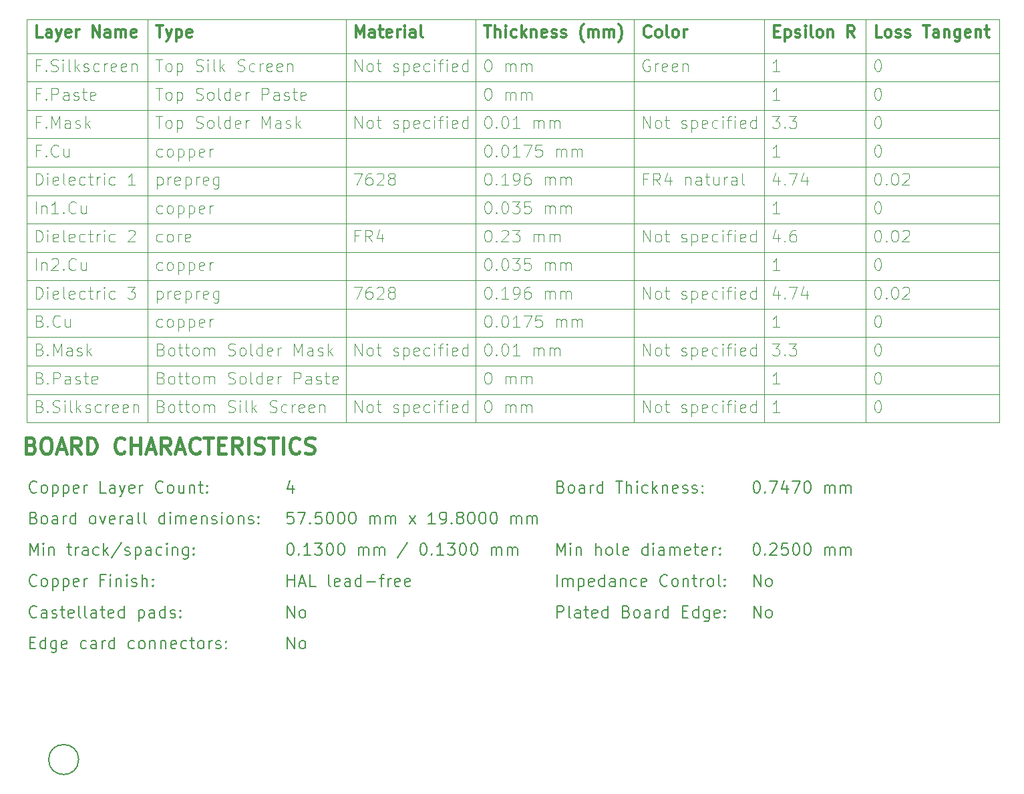
<source format=gbr>
%TF.GenerationSoftware,KiCad,Pcbnew,8.0.1*%
%TF.CreationDate,2024-10-15T00:35:35+02:00*%
%TF.ProjectId,InsuDos,496e7375-446f-4732-9e6b-696361645f70,rev?*%
%TF.SameCoordinates,Original*%
%TF.FileFunction,Other,Comment*%
%FSLAX46Y46*%
G04 Gerber Fmt 4.6, Leading zero omitted, Abs format (unit mm)*
G04 Created by KiCad (PCBNEW 8.0.1) date 2024-10-15 00:35:35*
%MOMM*%
%LPD*%
G01*
G04 APERTURE LIST*
%ADD10C,0.100000*%
%ADD11C,0.200000*%
%ADD12C,0.300000*%
%ADD13C,0.400000*%
%ADD14C,0.150000*%
G04 APERTURE END LIST*
D10*
X130171431Y-71050000D02*
X130171431Y-122236000D01*
X23800000Y-71050000D02*
X147128575Y-71050000D01*
X23800000Y-100600000D02*
X147128575Y-100600000D01*
X23800000Y-86176000D02*
X147128575Y-86176000D01*
X23800000Y-93388000D02*
X147128575Y-93388000D01*
X147128575Y-71050000D02*
X147128575Y-122236000D01*
X39185714Y-71050000D02*
X39185714Y-122236000D01*
X23800000Y-118630000D02*
X147128575Y-118630000D01*
X23800000Y-75358000D02*
X147128575Y-75358000D01*
X23800000Y-89782000D02*
X147128575Y-89782000D01*
X23800000Y-82570000D02*
X147128575Y-82570000D01*
X23800000Y-107812000D02*
X147128575Y-107812000D01*
X100785715Y-71050000D02*
X100785715Y-122236000D01*
X80757143Y-71050000D02*
X80757143Y-122236000D01*
X23800000Y-122236000D02*
X147128575Y-122236000D01*
X23800000Y-111418000D02*
X147128575Y-111418000D01*
X23800000Y-96994000D02*
X147128575Y-96994000D01*
X23800000Y-78964000D02*
X147128575Y-78964000D01*
X23800000Y-115024000D02*
X147128575Y-115024000D01*
X117285716Y-71050000D02*
X117285716Y-122236000D01*
X23800000Y-71050000D02*
X23800000Y-122236000D01*
X23800000Y-104206000D02*
X147128575Y-104206000D01*
X64257142Y-71050000D02*
X64257142Y-122236000D01*
X82215789Y-90598228D02*
X82358646Y-90598228D01*
X82358646Y-90598228D02*
X82501503Y-90669657D01*
X82501503Y-90669657D02*
X82572932Y-90741085D01*
X82572932Y-90741085D02*
X82644360Y-90883942D01*
X82644360Y-90883942D02*
X82715789Y-91169657D01*
X82715789Y-91169657D02*
X82715789Y-91526800D01*
X82715789Y-91526800D02*
X82644360Y-91812514D01*
X82644360Y-91812514D02*
X82572932Y-91955371D01*
X82572932Y-91955371D02*
X82501503Y-92026800D01*
X82501503Y-92026800D02*
X82358646Y-92098228D01*
X82358646Y-92098228D02*
X82215789Y-92098228D01*
X82215789Y-92098228D02*
X82072932Y-92026800D01*
X82072932Y-92026800D02*
X82001503Y-91955371D01*
X82001503Y-91955371D02*
X81930074Y-91812514D01*
X81930074Y-91812514D02*
X81858646Y-91526800D01*
X81858646Y-91526800D02*
X81858646Y-91169657D01*
X81858646Y-91169657D02*
X81930074Y-90883942D01*
X81930074Y-90883942D02*
X82001503Y-90741085D01*
X82001503Y-90741085D02*
X82072932Y-90669657D01*
X82072932Y-90669657D02*
X82215789Y-90598228D01*
X83358645Y-91955371D02*
X83430074Y-92026800D01*
X83430074Y-92026800D02*
X83358645Y-92098228D01*
X83358645Y-92098228D02*
X83287217Y-92026800D01*
X83287217Y-92026800D02*
X83358645Y-91955371D01*
X83358645Y-91955371D02*
X83358645Y-92098228D01*
X84858646Y-92098228D02*
X84001503Y-92098228D01*
X84430074Y-92098228D02*
X84430074Y-90598228D01*
X84430074Y-90598228D02*
X84287217Y-90812514D01*
X84287217Y-90812514D02*
X84144360Y-90955371D01*
X84144360Y-90955371D02*
X84001503Y-91026800D01*
X85572931Y-92098228D02*
X85858645Y-92098228D01*
X85858645Y-92098228D02*
X86001502Y-92026800D01*
X86001502Y-92026800D02*
X86072931Y-91955371D01*
X86072931Y-91955371D02*
X86215788Y-91741085D01*
X86215788Y-91741085D02*
X86287217Y-91455371D01*
X86287217Y-91455371D02*
X86287217Y-90883942D01*
X86287217Y-90883942D02*
X86215788Y-90741085D01*
X86215788Y-90741085D02*
X86144360Y-90669657D01*
X86144360Y-90669657D02*
X86001502Y-90598228D01*
X86001502Y-90598228D02*
X85715788Y-90598228D01*
X85715788Y-90598228D02*
X85572931Y-90669657D01*
X85572931Y-90669657D02*
X85501502Y-90741085D01*
X85501502Y-90741085D02*
X85430074Y-90883942D01*
X85430074Y-90883942D02*
X85430074Y-91241085D01*
X85430074Y-91241085D02*
X85501502Y-91383942D01*
X85501502Y-91383942D02*
X85572931Y-91455371D01*
X85572931Y-91455371D02*
X85715788Y-91526800D01*
X85715788Y-91526800D02*
X86001502Y-91526800D01*
X86001502Y-91526800D02*
X86144360Y-91455371D01*
X86144360Y-91455371D02*
X86215788Y-91383942D01*
X86215788Y-91383942D02*
X86287217Y-91241085D01*
X87572931Y-90598228D02*
X87287216Y-90598228D01*
X87287216Y-90598228D02*
X87144359Y-90669657D01*
X87144359Y-90669657D02*
X87072931Y-90741085D01*
X87072931Y-90741085D02*
X86930073Y-90955371D01*
X86930073Y-90955371D02*
X86858645Y-91241085D01*
X86858645Y-91241085D02*
X86858645Y-91812514D01*
X86858645Y-91812514D02*
X86930073Y-91955371D01*
X86930073Y-91955371D02*
X87001502Y-92026800D01*
X87001502Y-92026800D02*
X87144359Y-92098228D01*
X87144359Y-92098228D02*
X87430073Y-92098228D01*
X87430073Y-92098228D02*
X87572931Y-92026800D01*
X87572931Y-92026800D02*
X87644359Y-91955371D01*
X87644359Y-91955371D02*
X87715788Y-91812514D01*
X87715788Y-91812514D02*
X87715788Y-91455371D01*
X87715788Y-91455371D02*
X87644359Y-91312514D01*
X87644359Y-91312514D02*
X87572931Y-91241085D01*
X87572931Y-91241085D02*
X87430073Y-91169657D01*
X87430073Y-91169657D02*
X87144359Y-91169657D01*
X87144359Y-91169657D02*
X87001502Y-91241085D01*
X87001502Y-91241085D02*
X86930073Y-91312514D01*
X86930073Y-91312514D02*
X86858645Y-91455371D01*
X89501501Y-92098228D02*
X89501501Y-91098228D01*
X89501501Y-91241085D02*
X89572930Y-91169657D01*
X89572930Y-91169657D02*
X89715787Y-91098228D01*
X89715787Y-91098228D02*
X89930073Y-91098228D01*
X89930073Y-91098228D02*
X90072930Y-91169657D01*
X90072930Y-91169657D02*
X90144359Y-91312514D01*
X90144359Y-91312514D02*
X90144359Y-92098228D01*
X90144359Y-91312514D02*
X90215787Y-91169657D01*
X90215787Y-91169657D02*
X90358644Y-91098228D01*
X90358644Y-91098228D02*
X90572930Y-91098228D01*
X90572930Y-91098228D02*
X90715787Y-91169657D01*
X90715787Y-91169657D02*
X90787216Y-91312514D01*
X90787216Y-91312514D02*
X90787216Y-92098228D01*
X91501501Y-92098228D02*
X91501501Y-91098228D01*
X91501501Y-91241085D02*
X91572930Y-91169657D01*
X91572930Y-91169657D02*
X91715787Y-91098228D01*
X91715787Y-91098228D02*
X91930073Y-91098228D01*
X91930073Y-91098228D02*
X92072930Y-91169657D01*
X92072930Y-91169657D02*
X92144359Y-91312514D01*
X92144359Y-91312514D02*
X92144359Y-92098228D01*
X92144359Y-91312514D02*
X92215787Y-91169657D01*
X92215787Y-91169657D02*
X92358644Y-91098228D01*
X92358644Y-91098228D02*
X92572930Y-91098228D01*
X92572930Y-91098228D02*
X92715787Y-91169657D01*
X92715787Y-91169657D02*
X92787216Y-91312514D01*
X92787216Y-91312514D02*
X92787216Y-92098228D01*
X25472931Y-116554514D02*
X25687217Y-116625942D01*
X25687217Y-116625942D02*
X25758646Y-116697371D01*
X25758646Y-116697371D02*
X25830074Y-116840228D01*
X25830074Y-116840228D02*
X25830074Y-117054514D01*
X25830074Y-117054514D02*
X25758646Y-117197371D01*
X25758646Y-117197371D02*
X25687217Y-117268800D01*
X25687217Y-117268800D02*
X25544360Y-117340228D01*
X25544360Y-117340228D02*
X24972931Y-117340228D01*
X24972931Y-117340228D02*
X24972931Y-115840228D01*
X24972931Y-115840228D02*
X25472931Y-115840228D01*
X25472931Y-115840228D02*
X25615789Y-115911657D01*
X25615789Y-115911657D02*
X25687217Y-115983085D01*
X25687217Y-115983085D02*
X25758646Y-116125942D01*
X25758646Y-116125942D02*
X25758646Y-116268800D01*
X25758646Y-116268800D02*
X25687217Y-116411657D01*
X25687217Y-116411657D02*
X25615789Y-116483085D01*
X25615789Y-116483085D02*
X25472931Y-116554514D01*
X25472931Y-116554514D02*
X24972931Y-116554514D01*
X26472931Y-117197371D02*
X26544360Y-117268800D01*
X26544360Y-117268800D02*
X26472931Y-117340228D01*
X26472931Y-117340228D02*
X26401503Y-117268800D01*
X26401503Y-117268800D02*
X26472931Y-117197371D01*
X26472931Y-117197371D02*
X26472931Y-117340228D01*
X27187217Y-117340228D02*
X27187217Y-115840228D01*
X27187217Y-115840228D02*
X27758646Y-115840228D01*
X27758646Y-115840228D02*
X27901503Y-115911657D01*
X27901503Y-115911657D02*
X27972932Y-115983085D01*
X27972932Y-115983085D02*
X28044360Y-116125942D01*
X28044360Y-116125942D02*
X28044360Y-116340228D01*
X28044360Y-116340228D02*
X27972932Y-116483085D01*
X27972932Y-116483085D02*
X27901503Y-116554514D01*
X27901503Y-116554514D02*
X27758646Y-116625942D01*
X27758646Y-116625942D02*
X27187217Y-116625942D01*
X29330075Y-117340228D02*
X29330075Y-116554514D01*
X29330075Y-116554514D02*
X29258646Y-116411657D01*
X29258646Y-116411657D02*
X29115789Y-116340228D01*
X29115789Y-116340228D02*
X28830075Y-116340228D01*
X28830075Y-116340228D02*
X28687217Y-116411657D01*
X29330075Y-117268800D02*
X29187217Y-117340228D01*
X29187217Y-117340228D02*
X28830075Y-117340228D01*
X28830075Y-117340228D02*
X28687217Y-117268800D01*
X28687217Y-117268800D02*
X28615789Y-117125942D01*
X28615789Y-117125942D02*
X28615789Y-116983085D01*
X28615789Y-116983085D02*
X28687217Y-116840228D01*
X28687217Y-116840228D02*
X28830075Y-116768800D01*
X28830075Y-116768800D02*
X29187217Y-116768800D01*
X29187217Y-116768800D02*
X29330075Y-116697371D01*
X29972932Y-117268800D02*
X30115789Y-117340228D01*
X30115789Y-117340228D02*
X30401503Y-117340228D01*
X30401503Y-117340228D02*
X30544360Y-117268800D01*
X30544360Y-117268800D02*
X30615789Y-117125942D01*
X30615789Y-117125942D02*
X30615789Y-117054514D01*
X30615789Y-117054514D02*
X30544360Y-116911657D01*
X30544360Y-116911657D02*
X30401503Y-116840228D01*
X30401503Y-116840228D02*
X30187218Y-116840228D01*
X30187218Y-116840228D02*
X30044360Y-116768800D01*
X30044360Y-116768800D02*
X29972932Y-116625942D01*
X29972932Y-116625942D02*
X29972932Y-116554514D01*
X29972932Y-116554514D02*
X30044360Y-116411657D01*
X30044360Y-116411657D02*
X30187218Y-116340228D01*
X30187218Y-116340228D02*
X30401503Y-116340228D01*
X30401503Y-116340228D02*
X30544360Y-116411657D01*
X31044361Y-116340228D02*
X31615789Y-116340228D01*
X31258646Y-115840228D02*
X31258646Y-117125942D01*
X31258646Y-117125942D02*
X31330075Y-117268800D01*
X31330075Y-117268800D02*
X31472932Y-117340228D01*
X31472932Y-117340228D02*
X31615789Y-117340228D01*
X32687218Y-117268800D02*
X32544361Y-117340228D01*
X32544361Y-117340228D02*
X32258647Y-117340228D01*
X32258647Y-117340228D02*
X32115789Y-117268800D01*
X32115789Y-117268800D02*
X32044361Y-117125942D01*
X32044361Y-117125942D02*
X32044361Y-116554514D01*
X32044361Y-116554514D02*
X32115789Y-116411657D01*
X32115789Y-116411657D02*
X32258647Y-116340228D01*
X32258647Y-116340228D02*
X32544361Y-116340228D01*
X32544361Y-116340228D02*
X32687218Y-116411657D01*
X32687218Y-116411657D02*
X32758647Y-116554514D01*
X32758647Y-116554514D02*
X32758647Y-116697371D01*
X32758647Y-116697371D02*
X32044361Y-116840228D01*
D11*
X57524440Y-130154028D02*
X57524440Y-131154028D01*
X57167297Y-129582600D02*
X56810154Y-130654028D01*
X56810154Y-130654028D02*
X57738725Y-130654028D01*
D10*
X25472931Y-84100514D02*
X24972931Y-84100514D01*
X24972931Y-84886228D02*
X24972931Y-83386228D01*
X24972931Y-83386228D02*
X25687217Y-83386228D01*
X26258645Y-84743371D02*
X26330074Y-84814800D01*
X26330074Y-84814800D02*
X26258645Y-84886228D01*
X26258645Y-84886228D02*
X26187217Y-84814800D01*
X26187217Y-84814800D02*
X26258645Y-84743371D01*
X26258645Y-84743371D02*
X26258645Y-84886228D01*
X26972931Y-84886228D02*
X26972931Y-83386228D01*
X26972931Y-83386228D02*
X27472931Y-84457657D01*
X27472931Y-84457657D02*
X27972931Y-83386228D01*
X27972931Y-83386228D02*
X27972931Y-84886228D01*
X29330075Y-84886228D02*
X29330075Y-84100514D01*
X29330075Y-84100514D02*
X29258646Y-83957657D01*
X29258646Y-83957657D02*
X29115789Y-83886228D01*
X29115789Y-83886228D02*
X28830075Y-83886228D01*
X28830075Y-83886228D02*
X28687217Y-83957657D01*
X29330075Y-84814800D02*
X29187217Y-84886228D01*
X29187217Y-84886228D02*
X28830075Y-84886228D01*
X28830075Y-84886228D02*
X28687217Y-84814800D01*
X28687217Y-84814800D02*
X28615789Y-84671942D01*
X28615789Y-84671942D02*
X28615789Y-84529085D01*
X28615789Y-84529085D02*
X28687217Y-84386228D01*
X28687217Y-84386228D02*
X28830075Y-84314800D01*
X28830075Y-84314800D02*
X29187217Y-84314800D01*
X29187217Y-84314800D02*
X29330075Y-84243371D01*
X29972932Y-84814800D02*
X30115789Y-84886228D01*
X30115789Y-84886228D02*
X30401503Y-84886228D01*
X30401503Y-84886228D02*
X30544360Y-84814800D01*
X30544360Y-84814800D02*
X30615789Y-84671942D01*
X30615789Y-84671942D02*
X30615789Y-84600514D01*
X30615789Y-84600514D02*
X30544360Y-84457657D01*
X30544360Y-84457657D02*
X30401503Y-84386228D01*
X30401503Y-84386228D02*
X30187218Y-84386228D01*
X30187218Y-84386228D02*
X30044360Y-84314800D01*
X30044360Y-84314800D02*
X29972932Y-84171942D01*
X29972932Y-84171942D02*
X29972932Y-84100514D01*
X29972932Y-84100514D02*
X30044360Y-83957657D01*
X30044360Y-83957657D02*
X30187218Y-83886228D01*
X30187218Y-83886228D02*
X30401503Y-83886228D01*
X30401503Y-83886228D02*
X30544360Y-83957657D01*
X31258646Y-84886228D02*
X31258646Y-83386228D01*
X31401504Y-84314800D02*
X31830075Y-84886228D01*
X31830075Y-83886228D02*
X31258646Y-84457657D01*
D11*
X56881582Y-143025028D02*
X56881582Y-141525028D01*
X56881582Y-142239314D02*
X57738725Y-142239314D01*
X57738725Y-143025028D02*
X57738725Y-141525028D01*
X58381583Y-142596457D02*
X59095869Y-142596457D01*
X58238726Y-143025028D02*
X58738726Y-141525028D01*
X58738726Y-141525028D02*
X59238726Y-143025028D01*
X60453011Y-143025028D02*
X59738725Y-143025028D01*
X59738725Y-143025028D02*
X59738725Y-141525028D01*
X62310154Y-143025028D02*
X62167297Y-142953600D01*
X62167297Y-142953600D02*
X62095868Y-142810742D01*
X62095868Y-142810742D02*
X62095868Y-141525028D01*
X63453011Y-142953600D02*
X63310154Y-143025028D01*
X63310154Y-143025028D02*
X63024440Y-143025028D01*
X63024440Y-143025028D02*
X62881582Y-142953600D01*
X62881582Y-142953600D02*
X62810154Y-142810742D01*
X62810154Y-142810742D02*
X62810154Y-142239314D01*
X62810154Y-142239314D02*
X62881582Y-142096457D01*
X62881582Y-142096457D02*
X63024440Y-142025028D01*
X63024440Y-142025028D02*
X63310154Y-142025028D01*
X63310154Y-142025028D02*
X63453011Y-142096457D01*
X63453011Y-142096457D02*
X63524440Y-142239314D01*
X63524440Y-142239314D02*
X63524440Y-142382171D01*
X63524440Y-142382171D02*
X62810154Y-142525028D01*
X64810154Y-143025028D02*
X64810154Y-142239314D01*
X64810154Y-142239314D02*
X64738725Y-142096457D01*
X64738725Y-142096457D02*
X64595868Y-142025028D01*
X64595868Y-142025028D02*
X64310154Y-142025028D01*
X64310154Y-142025028D02*
X64167296Y-142096457D01*
X64810154Y-142953600D02*
X64667296Y-143025028D01*
X64667296Y-143025028D02*
X64310154Y-143025028D01*
X64310154Y-143025028D02*
X64167296Y-142953600D01*
X64167296Y-142953600D02*
X64095868Y-142810742D01*
X64095868Y-142810742D02*
X64095868Y-142667885D01*
X64095868Y-142667885D02*
X64167296Y-142525028D01*
X64167296Y-142525028D02*
X64310154Y-142453600D01*
X64310154Y-142453600D02*
X64667296Y-142453600D01*
X64667296Y-142453600D02*
X64810154Y-142382171D01*
X66167297Y-143025028D02*
X66167297Y-141525028D01*
X66167297Y-142953600D02*
X66024439Y-143025028D01*
X66024439Y-143025028D02*
X65738725Y-143025028D01*
X65738725Y-143025028D02*
X65595868Y-142953600D01*
X65595868Y-142953600D02*
X65524439Y-142882171D01*
X65524439Y-142882171D02*
X65453011Y-142739314D01*
X65453011Y-142739314D02*
X65453011Y-142310742D01*
X65453011Y-142310742D02*
X65524439Y-142167885D01*
X65524439Y-142167885D02*
X65595868Y-142096457D01*
X65595868Y-142096457D02*
X65738725Y-142025028D01*
X65738725Y-142025028D02*
X66024439Y-142025028D01*
X66024439Y-142025028D02*
X66167297Y-142096457D01*
X66881582Y-142453600D02*
X68024440Y-142453600D01*
X68524440Y-142025028D02*
X69095868Y-142025028D01*
X68738725Y-143025028D02*
X68738725Y-141739314D01*
X68738725Y-141739314D02*
X68810154Y-141596457D01*
X68810154Y-141596457D02*
X68953011Y-141525028D01*
X68953011Y-141525028D02*
X69095868Y-141525028D01*
X69595868Y-143025028D02*
X69595868Y-142025028D01*
X69595868Y-142310742D02*
X69667297Y-142167885D01*
X69667297Y-142167885D02*
X69738726Y-142096457D01*
X69738726Y-142096457D02*
X69881583Y-142025028D01*
X69881583Y-142025028D02*
X70024440Y-142025028D01*
X71095868Y-142953600D02*
X70953011Y-143025028D01*
X70953011Y-143025028D02*
X70667297Y-143025028D01*
X70667297Y-143025028D02*
X70524439Y-142953600D01*
X70524439Y-142953600D02*
X70453011Y-142810742D01*
X70453011Y-142810742D02*
X70453011Y-142239314D01*
X70453011Y-142239314D02*
X70524439Y-142096457D01*
X70524439Y-142096457D02*
X70667297Y-142025028D01*
X70667297Y-142025028D02*
X70953011Y-142025028D01*
X70953011Y-142025028D02*
X71095868Y-142096457D01*
X71095868Y-142096457D02*
X71167297Y-142239314D01*
X71167297Y-142239314D02*
X71167297Y-142382171D01*
X71167297Y-142382171D02*
X70453011Y-142525028D01*
X72381582Y-142953600D02*
X72238725Y-143025028D01*
X72238725Y-143025028D02*
X71953011Y-143025028D01*
X71953011Y-143025028D02*
X71810153Y-142953600D01*
X71810153Y-142953600D02*
X71738725Y-142810742D01*
X71738725Y-142810742D02*
X71738725Y-142239314D01*
X71738725Y-142239314D02*
X71810153Y-142096457D01*
X71810153Y-142096457D02*
X71953011Y-142025028D01*
X71953011Y-142025028D02*
X72238725Y-142025028D01*
X72238725Y-142025028D02*
X72381582Y-142096457D01*
X72381582Y-142096457D02*
X72453011Y-142239314D01*
X72453011Y-142239314D02*
X72453011Y-142382171D01*
X72453011Y-142382171D02*
X71738725Y-142525028D01*
X56881582Y-146982028D02*
X56881582Y-145482028D01*
X56881582Y-145482028D02*
X57738725Y-146982028D01*
X57738725Y-146982028D02*
X57738725Y-145482028D01*
X58667297Y-146982028D02*
X58524440Y-146910600D01*
X58524440Y-146910600D02*
X58453011Y-146839171D01*
X58453011Y-146839171D02*
X58381583Y-146696314D01*
X58381583Y-146696314D02*
X58381583Y-146267742D01*
X58381583Y-146267742D02*
X58453011Y-146124885D01*
X58453011Y-146124885D02*
X58524440Y-146053457D01*
X58524440Y-146053457D02*
X58667297Y-145982028D01*
X58667297Y-145982028D02*
X58881583Y-145982028D01*
X58881583Y-145982028D02*
X59024440Y-146053457D01*
X59024440Y-146053457D02*
X59095869Y-146124885D01*
X59095869Y-146124885D02*
X59167297Y-146267742D01*
X59167297Y-146267742D02*
X59167297Y-146696314D01*
X59167297Y-146696314D02*
X59095869Y-146839171D01*
X59095869Y-146839171D02*
X59024440Y-146910600D01*
X59024440Y-146910600D02*
X58881583Y-146982028D01*
X58881583Y-146982028D02*
X58667297Y-146982028D01*
D10*
X24972931Y-95704228D02*
X24972931Y-94204228D01*
X25687217Y-94704228D02*
X25687217Y-95704228D01*
X25687217Y-94847085D02*
X25758646Y-94775657D01*
X25758646Y-94775657D02*
X25901503Y-94704228D01*
X25901503Y-94704228D02*
X26115789Y-94704228D01*
X26115789Y-94704228D02*
X26258646Y-94775657D01*
X26258646Y-94775657D02*
X26330075Y-94918514D01*
X26330075Y-94918514D02*
X26330075Y-95704228D01*
X27830075Y-95704228D02*
X26972932Y-95704228D01*
X27401503Y-95704228D02*
X27401503Y-94204228D01*
X27401503Y-94204228D02*
X27258646Y-94418514D01*
X27258646Y-94418514D02*
X27115789Y-94561371D01*
X27115789Y-94561371D02*
X26972932Y-94632800D01*
X28472931Y-95561371D02*
X28544360Y-95632800D01*
X28544360Y-95632800D02*
X28472931Y-95704228D01*
X28472931Y-95704228D02*
X28401503Y-95632800D01*
X28401503Y-95632800D02*
X28472931Y-95561371D01*
X28472931Y-95561371D02*
X28472931Y-95704228D01*
X30044360Y-95561371D02*
X29972932Y-95632800D01*
X29972932Y-95632800D02*
X29758646Y-95704228D01*
X29758646Y-95704228D02*
X29615789Y-95704228D01*
X29615789Y-95704228D02*
X29401503Y-95632800D01*
X29401503Y-95632800D02*
X29258646Y-95489942D01*
X29258646Y-95489942D02*
X29187217Y-95347085D01*
X29187217Y-95347085D02*
X29115789Y-95061371D01*
X29115789Y-95061371D02*
X29115789Y-94847085D01*
X29115789Y-94847085D02*
X29187217Y-94561371D01*
X29187217Y-94561371D02*
X29258646Y-94418514D01*
X29258646Y-94418514D02*
X29401503Y-94275657D01*
X29401503Y-94275657D02*
X29615789Y-94204228D01*
X29615789Y-94204228D02*
X29758646Y-94204228D01*
X29758646Y-94204228D02*
X29972932Y-94275657D01*
X29972932Y-94275657D02*
X30044360Y-94347085D01*
X31330075Y-94704228D02*
X31330075Y-95704228D01*
X30687217Y-94704228D02*
X30687217Y-95489942D01*
X30687217Y-95489942D02*
X30758646Y-95632800D01*
X30758646Y-95632800D02*
X30901503Y-95704228D01*
X30901503Y-95704228D02*
X31115789Y-95704228D01*
X31115789Y-95704228D02*
X31258646Y-95632800D01*
X31258646Y-95632800D02*
X31330075Y-95561371D01*
X119244362Y-110128228D02*
X118387219Y-110128228D01*
X118815790Y-110128228D02*
X118815790Y-108628228D01*
X118815790Y-108628228D02*
X118672933Y-108842514D01*
X118672933Y-108842514D02*
X118530076Y-108985371D01*
X118530076Y-108985371D02*
X118387219Y-109056800D01*
X25472931Y-109342514D02*
X25687217Y-109413942D01*
X25687217Y-109413942D02*
X25758646Y-109485371D01*
X25758646Y-109485371D02*
X25830074Y-109628228D01*
X25830074Y-109628228D02*
X25830074Y-109842514D01*
X25830074Y-109842514D02*
X25758646Y-109985371D01*
X25758646Y-109985371D02*
X25687217Y-110056800D01*
X25687217Y-110056800D02*
X25544360Y-110128228D01*
X25544360Y-110128228D02*
X24972931Y-110128228D01*
X24972931Y-110128228D02*
X24972931Y-108628228D01*
X24972931Y-108628228D02*
X25472931Y-108628228D01*
X25472931Y-108628228D02*
X25615789Y-108699657D01*
X25615789Y-108699657D02*
X25687217Y-108771085D01*
X25687217Y-108771085D02*
X25758646Y-108913942D01*
X25758646Y-108913942D02*
X25758646Y-109056800D01*
X25758646Y-109056800D02*
X25687217Y-109199657D01*
X25687217Y-109199657D02*
X25615789Y-109271085D01*
X25615789Y-109271085D02*
X25472931Y-109342514D01*
X25472931Y-109342514D02*
X24972931Y-109342514D01*
X26472931Y-109985371D02*
X26544360Y-110056800D01*
X26544360Y-110056800D02*
X26472931Y-110128228D01*
X26472931Y-110128228D02*
X26401503Y-110056800D01*
X26401503Y-110056800D02*
X26472931Y-109985371D01*
X26472931Y-109985371D02*
X26472931Y-110128228D01*
X28044360Y-109985371D02*
X27972932Y-110056800D01*
X27972932Y-110056800D02*
X27758646Y-110128228D01*
X27758646Y-110128228D02*
X27615789Y-110128228D01*
X27615789Y-110128228D02*
X27401503Y-110056800D01*
X27401503Y-110056800D02*
X27258646Y-109913942D01*
X27258646Y-109913942D02*
X27187217Y-109771085D01*
X27187217Y-109771085D02*
X27115789Y-109485371D01*
X27115789Y-109485371D02*
X27115789Y-109271085D01*
X27115789Y-109271085D02*
X27187217Y-108985371D01*
X27187217Y-108985371D02*
X27258646Y-108842514D01*
X27258646Y-108842514D02*
X27401503Y-108699657D01*
X27401503Y-108699657D02*
X27615789Y-108628228D01*
X27615789Y-108628228D02*
X27758646Y-108628228D01*
X27758646Y-108628228D02*
X27972932Y-108699657D01*
X27972932Y-108699657D02*
X28044360Y-108771085D01*
X29330075Y-109128228D02*
X29330075Y-110128228D01*
X28687217Y-109128228D02*
X28687217Y-109913942D01*
X28687217Y-109913942D02*
X28758646Y-110056800D01*
X28758646Y-110056800D02*
X28901503Y-110128228D01*
X28901503Y-110128228D02*
X29115789Y-110128228D01*
X29115789Y-110128228D02*
X29258646Y-110056800D01*
X29258646Y-110056800D02*
X29330075Y-109985371D01*
X41001503Y-88420800D02*
X40858645Y-88492228D01*
X40858645Y-88492228D02*
X40572931Y-88492228D01*
X40572931Y-88492228D02*
X40430074Y-88420800D01*
X40430074Y-88420800D02*
X40358645Y-88349371D01*
X40358645Y-88349371D02*
X40287217Y-88206514D01*
X40287217Y-88206514D02*
X40287217Y-87777942D01*
X40287217Y-87777942D02*
X40358645Y-87635085D01*
X40358645Y-87635085D02*
X40430074Y-87563657D01*
X40430074Y-87563657D02*
X40572931Y-87492228D01*
X40572931Y-87492228D02*
X40858645Y-87492228D01*
X40858645Y-87492228D02*
X41001503Y-87563657D01*
X41858645Y-88492228D02*
X41715788Y-88420800D01*
X41715788Y-88420800D02*
X41644359Y-88349371D01*
X41644359Y-88349371D02*
X41572931Y-88206514D01*
X41572931Y-88206514D02*
X41572931Y-87777942D01*
X41572931Y-87777942D02*
X41644359Y-87635085D01*
X41644359Y-87635085D02*
X41715788Y-87563657D01*
X41715788Y-87563657D02*
X41858645Y-87492228D01*
X41858645Y-87492228D02*
X42072931Y-87492228D01*
X42072931Y-87492228D02*
X42215788Y-87563657D01*
X42215788Y-87563657D02*
X42287217Y-87635085D01*
X42287217Y-87635085D02*
X42358645Y-87777942D01*
X42358645Y-87777942D02*
X42358645Y-88206514D01*
X42358645Y-88206514D02*
X42287217Y-88349371D01*
X42287217Y-88349371D02*
X42215788Y-88420800D01*
X42215788Y-88420800D02*
X42072931Y-88492228D01*
X42072931Y-88492228D02*
X41858645Y-88492228D01*
X43001502Y-87492228D02*
X43001502Y-88992228D01*
X43001502Y-87563657D02*
X43144360Y-87492228D01*
X43144360Y-87492228D02*
X43430074Y-87492228D01*
X43430074Y-87492228D02*
X43572931Y-87563657D01*
X43572931Y-87563657D02*
X43644360Y-87635085D01*
X43644360Y-87635085D02*
X43715788Y-87777942D01*
X43715788Y-87777942D02*
X43715788Y-88206514D01*
X43715788Y-88206514D02*
X43644360Y-88349371D01*
X43644360Y-88349371D02*
X43572931Y-88420800D01*
X43572931Y-88420800D02*
X43430074Y-88492228D01*
X43430074Y-88492228D02*
X43144360Y-88492228D01*
X43144360Y-88492228D02*
X43001502Y-88420800D01*
X44358645Y-87492228D02*
X44358645Y-88992228D01*
X44358645Y-87563657D02*
X44501503Y-87492228D01*
X44501503Y-87492228D02*
X44787217Y-87492228D01*
X44787217Y-87492228D02*
X44930074Y-87563657D01*
X44930074Y-87563657D02*
X45001503Y-87635085D01*
X45001503Y-87635085D02*
X45072931Y-87777942D01*
X45072931Y-87777942D02*
X45072931Y-88206514D01*
X45072931Y-88206514D02*
X45001503Y-88349371D01*
X45001503Y-88349371D02*
X44930074Y-88420800D01*
X44930074Y-88420800D02*
X44787217Y-88492228D01*
X44787217Y-88492228D02*
X44501503Y-88492228D01*
X44501503Y-88492228D02*
X44358645Y-88420800D01*
X46287217Y-88420800D02*
X46144360Y-88492228D01*
X46144360Y-88492228D02*
X45858646Y-88492228D01*
X45858646Y-88492228D02*
X45715788Y-88420800D01*
X45715788Y-88420800D02*
X45644360Y-88277942D01*
X45644360Y-88277942D02*
X45644360Y-87706514D01*
X45644360Y-87706514D02*
X45715788Y-87563657D01*
X45715788Y-87563657D02*
X45858646Y-87492228D01*
X45858646Y-87492228D02*
X46144360Y-87492228D01*
X46144360Y-87492228D02*
X46287217Y-87563657D01*
X46287217Y-87563657D02*
X46358646Y-87706514D01*
X46358646Y-87706514D02*
X46358646Y-87849371D01*
X46358646Y-87849371D02*
X45644360Y-87992228D01*
X47001502Y-88492228D02*
X47001502Y-87492228D01*
X47001502Y-87777942D02*
X47072931Y-87635085D01*
X47072931Y-87635085D02*
X47144360Y-87563657D01*
X47144360Y-87563657D02*
X47287217Y-87492228D01*
X47287217Y-87492228D02*
X47430074Y-87492228D01*
X131630077Y-90598228D02*
X131772934Y-90598228D01*
X131772934Y-90598228D02*
X131915791Y-90669657D01*
X131915791Y-90669657D02*
X131987220Y-90741085D01*
X131987220Y-90741085D02*
X132058648Y-90883942D01*
X132058648Y-90883942D02*
X132130077Y-91169657D01*
X132130077Y-91169657D02*
X132130077Y-91526800D01*
X132130077Y-91526800D02*
X132058648Y-91812514D01*
X132058648Y-91812514D02*
X131987220Y-91955371D01*
X131987220Y-91955371D02*
X131915791Y-92026800D01*
X131915791Y-92026800D02*
X131772934Y-92098228D01*
X131772934Y-92098228D02*
X131630077Y-92098228D01*
X131630077Y-92098228D02*
X131487220Y-92026800D01*
X131487220Y-92026800D02*
X131415791Y-91955371D01*
X131415791Y-91955371D02*
X131344362Y-91812514D01*
X131344362Y-91812514D02*
X131272934Y-91526800D01*
X131272934Y-91526800D02*
X131272934Y-91169657D01*
X131272934Y-91169657D02*
X131344362Y-90883942D01*
X131344362Y-90883942D02*
X131415791Y-90741085D01*
X131415791Y-90741085D02*
X131487220Y-90669657D01*
X131487220Y-90669657D02*
X131630077Y-90598228D01*
X132772933Y-91955371D02*
X132844362Y-92026800D01*
X132844362Y-92026800D02*
X132772933Y-92098228D01*
X132772933Y-92098228D02*
X132701505Y-92026800D01*
X132701505Y-92026800D02*
X132772933Y-91955371D01*
X132772933Y-91955371D02*
X132772933Y-92098228D01*
X133772934Y-90598228D02*
X133915791Y-90598228D01*
X133915791Y-90598228D02*
X134058648Y-90669657D01*
X134058648Y-90669657D02*
X134130077Y-90741085D01*
X134130077Y-90741085D02*
X134201505Y-90883942D01*
X134201505Y-90883942D02*
X134272934Y-91169657D01*
X134272934Y-91169657D02*
X134272934Y-91526800D01*
X134272934Y-91526800D02*
X134201505Y-91812514D01*
X134201505Y-91812514D02*
X134130077Y-91955371D01*
X134130077Y-91955371D02*
X134058648Y-92026800D01*
X134058648Y-92026800D02*
X133915791Y-92098228D01*
X133915791Y-92098228D02*
X133772934Y-92098228D01*
X133772934Y-92098228D02*
X133630077Y-92026800D01*
X133630077Y-92026800D02*
X133558648Y-91955371D01*
X133558648Y-91955371D02*
X133487219Y-91812514D01*
X133487219Y-91812514D02*
X133415791Y-91526800D01*
X133415791Y-91526800D02*
X133415791Y-91169657D01*
X133415791Y-91169657D02*
X133487219Y-90883942D01*
X133487219Y-90883942D02*
X133558648Y-90741085D01*
X133558648Y-90741085D02*
X133630077Y-90669657D01*
X133630077Y-90669657D02*
X133772934Y-90598228D01*
X134844362Y-90741085D02*
X134915790Y-90669657D01*
X134915790Y-90669657D02*
X135058648Y-90598228D01*
X135058648Y-90598228D02*
X135415790Y-90598228D01*
X135415790Y-90598228D02*
X135558648Y-90669657D01*
X135558648Y-90669657D02*
X135630076Y-90741085D01*
X135630076Y-90741085D02*
X135701505Y-90883942D01*
X135701505Y-90883942D02*
X135701505Y-91026800D01*
X135701505Y-91026800D02*
X135630076Y-91241085D01*
X135630076Y-91241085D02*
X134772933Y-92098228D01*
X134772933Y-92098228D02*
X135701505Y-92098228D01*
X24972931Y-92098228D02*
X24972931Y-90598228D01*
X24972931Y-90598228D02*
X25330074Y-90598228D01*
X25330074Y-90598228D02*
X25544360Y-90669657D01*
X25544360Y-90669657D02*
X25687217Y-90812514D01*
X25687217Y-90812514D02*
X25758646Y-90955371D01*
X25758646Y-90955371D02*
X25830074Y-91241085D01*
X25830074Y-91241085D02*
X25830074Y-91455371D01*
X25830074Y-91455371D02*
X25758646Y-91741085D01*
X25758646Y-91741085D02*
X25687217Y-91883942D01*
X25687217Y-91883942D02*
X25544360Y-92026800D01*
X25544360Y-92026800D02*
X25330074Y-92098228D01*
X25330074Y-92098228D02*
X24972931Y-92098228D01*
X26472931Y-92098228D02*
X26472931Y-91098228D01*
X26472931Y-90598228D02*
X26401503Y-90669657D01*
X26401503Y-90669657D02*
X26472931Y-90741085D01*
X26472931Y-90741085D02*
X26544360Y-90669657D01*
X26544360Y-90669657D02*
X26472931Y-90598228D01*
X26472931Y-90598228D02*
X26472931Y-90741085D01*
X27758646Y-92026800D02*
X27615789Y-92098228D01*
X27615789Y-92098228D02*
X27330075Y-92098228D01*
X27330075Y-92098228D02*
X27187217Y-92026800D01*
X27187217Y-92026800D02*
X27115789Y-91883942D01*
X27115789Y-91883942D02*
X27115789Y-91312514D01*
X27115789Y-91312514D02*
X27187217Y-91169657D01*
X27187217Y-91169657D02*
X27330075Y-91098228D01*
X27330075Y-91098228D02*
X27615789Y-91098228D01*
X27615789Y-91098228D02*
X27758646Y-91169657D01*
X27758646Y-91169657D02*
X27830075Y-91312514D01*
X27830075Y-91312514D02*
X27830075Y-91455371D01*
X27830075Y-91455371D02*
X27115789Y-91598228D01*
X28687217Y-92098228D02*
X28544360Y-92026800D01*
X28544360Y-92026800D02*
X28472931Y-91883942D01*
X28472931Y-91883942D02*
X28472931Y-90598228D01*
X29830074Y-92026800D02*
X29687217Y-92098228D01*
X29687217Y-92098228D02*
X29401503Y-92098228D01*
X29401503Y-92098228D02*
X29258645Y-92026800D01*
X29258645Y-92026800D02*
X29187217Y-91883942D01*
X29187217Y-91883942D02*
X29187217Y-91312514D01*
X29187217Y-91312514D02*
X29258645Y-91169657D01*
X29258645Y-91169657D02*
X29401503Y-91098228D01*
X29401503Y-91098228D02*
X29687217Y-91098228D01*
X29687217Y-91098228D02*
X29830074Y-91169657D01*
X29830074Y-91169657D02*
X29901503Y-91312514D01*
X29901503Y-91312514D02*
X29901503Y-91455371D01*
X29901503Y-91455371D02*
X29187217Y-91598228D01*
X31187217Y-92026800D02*
X31044359Y-92098228D01*
X31044359Y-92098228D02*
X30758645Y-92098228D01*
X30758645Y-92098228D02*
X30615788Y-92026800D01*
X30615788Y-92026800D02*
X30544359Y-91955371D01*
X30544359Y-91955371D02*
X30472931Y-91812514D01*
X30472931Y-91812514D02*
X30472931Y-91383942D01*
X30472931Y-91383942D02*
X30544359Y-91241085D01*
X30544359Y-91241085D02*
X30615788Y-91169657D01*
X30615788Y-91169657D02*
X30758645Y-91098228D01*
X30758645Y-91098228D02*
X31044359Y-91098228D01*
X31044359Y-91098228D02*
X31187217Y-91169657D01*
X31615788Y-91098228D02*
X32187216Y-91098228D01*
X31830073Y-90598228D02*
X31830073Y-91883942D01*
X31830073Y-91883942D02*
X31901502Y-92026800D01*
X31901502Y-92026800D02*
X32044359Y-92098228D01*
X32044359Y-92098228D02*
X32187216Y-92098228D01*
X32687216Y-92098228D02*
X32687216Y-91098228D01*
X32687216Y-91383942D02*
X32758645Y-91241085D01*
X32758645Y-91241085D02*
X32830074Y-91169657D01*
X32830074Y-91169657D02*
X32972931Y-91098228D01*
X32972931Y-91098228D02*
X33115788Y-91098228D01*
X33615787Y-92098228D02*
X33615787Y-91098228D01*
X33615787Y-90598228D02*
X33544359Y-90669657D01*
X33544359Y-90669657D02*
X33615787Y-90741085D01*
X33615787Y-90741085D02*
X33687216Y-90669657D01*
X33687216Y-90669657D02*
X33615787Y-90598228D01*
X33615787Y-90598228D02*
X33615787Y-90741085D01*
X34972931Y-92026800D02*
X34830073Y-92098228D01*
X34830073Y-92098228D02*
X34544359Y-92098228D01*
X34544359Y-92098228D02*
X34401502Y-92026800D01*
X34401502Y-92026800D02*
X34330073Y-91955371D01*
X34330073Y-91955371D02*
X34258645Y-91812514D01*
X34258645Y-91812514D02*
X34258645Y-91383942D01*
X34258645Y-91383942D02*
X34330073Y-91241085D01*
X34330073Y-91241085D02*
X34401502Y-91169657D01*
X34401502Y-91169657D02*
X34544359Y-91098228D01*
X34544359Y-91098228D02*
X34830073Y-91098228D01*
X34830073Y-91098228D02*
X34972931Y-91169657D01*
X37544359Y-92098228D02*
X36687216Y-92098228D01*
X37115787Y-92098228D02*
X37115787Y-90598228D01*
X37115787Y-90598228D02*
X36972930Y-90812514D01*
X36972930Y-90812514D02*
X36830073Y-90955371D01*
X36830073Y-90955371D02*
X36687216Y-91026800D01*
D12*
X25818796Y-73355828D02*
X25104510Y-73355828D01*
X25104510Y-73355828D02*
X25104510Y-71855828D01*
X26961654Y-73355828D02*
X26961654Y-72570114D01*
X26961654Y-72570114D02*
X26890225Y-72427257D01*
X26890225Y-72427257D02*
X26747368Y-72355828D01*
X26747368Y-72355828D02*
X26461654Y-72355828D01*
X26461654Y-72355828D02*
X26318796Y-72427257D01*
X26961654Y-73284400D02*
X26818796Y-73355828D01*
X26818796Y-73355828D02*
X26461654Y-73355828D01*
X26461654Y-73355828D02*
X26318796Y-73284400D01*
X26318796Y-73284400D02*
X26247368Y-73141542D01*
X26247368Y-73141542D02*
X26247368Y-72998685D01*
X26247368Y-72998685D02*
X26318796Y-72855828D01*
X26318796Y-72855828D02*
X26461654Y-72784400D01*
X26461654Y-72784400D02*
X26818796Y-72784400D01*
X26818796Y-72784400D02*
X26961654Y-72712971D01*
X27533082Y-72355828D02*
X27890225Y-73355828D01*
X28247368Y-72355828D02*
X27890225Y-73355828D01*
X27890225Y-73355828D02*
X27747368Y-73712971D01*
X27747368Y-73712971D02*
X27675939Y-73784400D01*
X27675939Y-73784400D02*
X27533082Y-73855828D01*
X29390225Y-73284400D02*
X29247368Y-73355828D01*
X29247368Y-73355828D02*
X28961654Y-73355828D01*
X28961654Y-73355828D02*
X28818796Y-73284400D01*
X28818796Y-73284400D02*
X28747368Y-73141542D01*
X28747368Y-73141542D02*
X28747368Y-72570114D01*
X28747368Y-72570114D02*
X28818796Y-72427257D01*
X28818796Y-72427257D02*
X28961654Y-72355828D01*
X28961654Y-72355828D02*
X29247368Y-72355828D01*
X29247368Y-72355828D02*
X29390225Y-72427257D01*
X29390225Y-72427257D02*
X29461654Y-72570114D01*
X29461654Y-72570114D02*
X29461654Y-72712971D01*
X29461654Y-72712971D02*
X28747368Y-72855828D01*
X30104510Y-73355828D02*
X30104510Y-72355828D01*
X30104510Y-72641542D02*
X30175939Y-72498685D01*
X30175939Y-72498685D02*
X30247368Y-72427257D01*
X30247368Y-72427257D02*
X30390225Y-72355828D01*
X30390225Y-72355828D02*
X30533082Y-72355828D01*
X32175938Y-73355828D02*
X32175938Y-71855828D01*
X32175938Y-71855828D02*
X33033081Y-73355828D01*
X33033081Y-73355828D02*
X33033081Y-71855828D01*
X34390225Y-73355828D02*
X34390225Y-72570114D01*
X34390225Y-72570114D02*
X34318796Y-72427257D01*
X34318796Y-72427257D02*
X34175939Y-72355828D01*
X34175939Y-72355828D02*
X33890225Y-72355828D01*
X33890225Y-72355828D02*
X33747367Y-72427257D01*
X34390225Y-73284400D02*
X34247367Y-73355828D01*
X34247367Y-73355828D02*
X33890225Y-73355828D01*
X33890225Y-73355828D02*
X33747367Y-73284400D01*
X33747367Y-73284400D02*
X33675939Y-73141542D01*
X33675939Y-73141542D02*
X33675939Y-72998685D01*
X33675939Y-72998685D02*
X33747367Y-72855828D01*
X33747367Y-72855828D02*
X33890225Y-72784400D01*
X33890225Y-72784400D02*
X34247367Y-72784400D01*
X34247367Y-72784400D02*
X34390225Y-72712971D01*
X35104510Y-73355828D02*
X35104510Y-72355828D01*
X35104510Y-72498685D02*
X35175939Y-72427257D01*
X35175939Y-72427257D02*
X35318796Y-72355828D01*
X35318796Y-72355828D02*
X35533082Y-72355828D01*
X35533082Y-72355828D02*
X35675939Y-72427257D01*
X35675939Y-72427257D02*
X35747368Y-72570114D01*
X35747368Y-72570114D02*
X35747368Y-73355828D01*
X35747368Y-72570114D02*
X35818796Y-72427257D01*
X35818796Y-72427257D02*
X35961653Y-72355828D01*
X35961653Y-72355828D02*
X36175939Y-72355828D01*
X36175939Y-72355828D02*
X36318796Y-72427257D01*
X36318796Y-72427257D02*
X36390225Y-72570114D01*
X36390225Y-72570114D02*
X36390225Y-73355828D01*
X37675939Y-73284400D02*
X37533082Y-73355828D01*
X37533082Y-73355828D02*
X37247368Y-73355828D01*
X37247368Y-73355828D02*
X37104510Y-73284400D01*
X37104510Y-73284400D02*
X37033082Y-73141542D01*
X37033082Y-73141542D02*
X37033082Y-72570114D01*
X37033082Y-72570114D02*
X37104510Y-72427257D01*
X37104510Y-72427257D02*
X37247368Y-72355828D01*
X37247368Y-72355828D02*
X37533082Y-72355828D01*
X37533082Y-72355828D02*
X37675939Y-72427257D01*
X37675939Y-72427257D02*
X37747368Y-72570114D01*
X37747368Y-72570114D02*
X37747368Y-72712971D01*
X37747368Y-72712971D02*
X37033082Y-72855828D01*
D10*
X82215789Y-83386228D02*
X82358646Y-83386228D01*
X82358646Y-83386228D02*
X82501503Y-83457657D01*
X82501503Y-83457657D02*
X82572932Y-83529085D01*
X82572932Y-83529085D02*
X82644360Y-83671942D01*
X82644360Y-83671942D02*
X82715789Y-83957657D01*
X82715789Y-83957657D02*
X82715789Y-84314800D01*
X82715789Y-84314800D02*
X82644360Y-84600514D01*
X82644360Y-84600514D02*
X82572932Y-84743371D01*
X82572932Y-84743371D02*
X82501503Y-84814800D01*
X82501503Y-84814800D02*
X82358646Y-84886228D01*
X82358646Y-84886228D02*
X82215789Y-84886228D01*
X82215789Y-84886228D02*
X82072932Y-84814800D01*
X82072932Y-84814800D02*
X82001503Y-84743371D01*
X82001503Y-84743371D02*
X81930074Y-84600514D01*
X81930074Y-84600514D02*
X81858646Y-84314800D01*
X81858646Y-84314800D02*
X81858646Y-83957657D01*
X81858646Y-83957657D02*
X81930074Y-83671942D01*
X81930074Y-83671942D02*
X82001503Y-83529085D01*
X82001503Y-83529085D02*
X82072932Y-83457657D01*
X82072932Y-83457657D02*
X82215789Y-83386228D01*
X83358645Y-84743371D02*
X83430074Y-84814800D01*
X83430074Y-84814800D02*
X83358645Y-84886228D01*
X83358645Y-84886228D02*
X83287217Y-84814800D01*
X83287217Y-84814800D02*
X83358645Y-84743371D01*
X83358645Y-84743371D02*
X83358645Y-84886228D01*
X84358646Y-83386228D02*
X84501503Y-83386228D01*
X84501503Y-83386228D02*
X84644360Y-83457657D01*
X84644360Y-83457657D02*
X84715789Y-83529085D01*
X84715789Y-83529085D02*
X84787217Y-83671942D01*
X84787217Y-83671942D02*
X84858646Y-83957657D01*
X84858646Y-83957657D02*
X84858646Y-84314800D01*
X84858646Y-84314800D02*
X84787217Y-84600514D01*
X84787217Y-84600514D02*
X84715789Y-84743371D01*
X84715789Y-84743371D02*
X84644360Y-84814800D01*
X84644360Y-84814800D02*
X84501503Y-84886228D01*
X84501503Y-84886228D02*
X84358646Y-84886228D01*
X84358646Y-84886228D02*
X84215789Y-84814800D01*
X84215789Y-84814800D02*
X84144360Y-84743371D01*
X84144360Y-84743371D02*
X84072931Y-84600514D01*
X84072931Y-84600514D02*
X84001503Y-84314800D01*
X84001503Y-84314800D02*
X84001503Y-83957657D01*
X84001503Y-83957657D02*
X84072931Y-83671942D01*
X84072931Y-83671942D02*
X84144360Y-83529085D01*
X84144360Y-83529085D02*
X84215789Y-83457657D01*
X84215789Y-83457657D02*
X84358646Y-83386228D01*
X86287217Y-84886228D02*
X85430074Y-84886228D01*
X85858645Y-84886228D02*
X85858645Y-83386228D01*
X85858645Y-83386228D02*
X85715788Y-83600514D01*
X85715788Y-83600514D02*
X85572931Y-83743371D01*
X85572931Y-83743371D02*
X85430074Y-83814800D01*
X88072930Y-84886228D02*
X88072930Y-83886228D01*
X88072930Y-84029085D02*
X88144359Y-83957657D01*
X88144359Y-83957657D02*
X88287216Y-83886228D01*
X88287216Y-83886228D02*
X88501502Y-83886228D01*
X88501502Y-83886228D02*
X88644359Y-83957657D01*
X88644359Y-83957657D02*
X88715788Y-84100514D01*
X88715788Y-84100514D02*
X88715788Y-84886228D01*
X88715788Y-84100514D02*
X88787216Y-83957657D01*
X88787216Y-83957657D02*
X88930073Y-83886228D01*
X88930073Y-83886228D02*
X89144359Y-83886228D01*
X89144359Y-83886228D02*
X89287216Y-83957657D01*
X89287216Y-83957657D02*
X89358645Y-84100514D01*
X89358645Y-84100514D02*
X89358645Y-84886228D01*
X90072930Y-84886228D02*
X90072930Y-83886228D01*
X90072930Y-84029085D02*
X90144359Y-83957657D01*
X90144359Y-83957657D02*
X90287216Y-83886228D01*
X90287216Y-83886228D02*
X90501502Y-83886228D01*
X90501502Y-83886228D02*
X90644359Y-83957657D01*
X90644359Y-83957657D02*
X90715788Y-84100514D01*
X90715788Y-84100514D02*
X90715788Y-84886228D01*
X90715788Y-84100514D02*
X90787216Y-83957657D01*
X90787216Y-83957657D02*
X90930073Y-83886228D01*
X90930073Y-83886228D02*
X91144359Y-83886228D01*
X91144359Y-83886228D02*
X91287216Y-83957657D01*
X91287216Y-83957657D02*
X91358645Y-84100514D01*
X91358645Y-84100514D02*
X91358645Y-84886228D01*
D11*
X57167297Y-137568028D02*
X57310154Y-137568028D01*
X57310154Y-137568028D02*
X57453011Y-137639457D01*
X57453011Y-137639457D02*
X57524440Y-137710885D01*
X57524440Y-137710885D02*
X57595868Y-137853742D01*
X57595868Y-137853742D02*
X57667297Y-138139457D01*
X57667297Y-138139457D02*
X57667297Y-138496600D01*
X57667297Y-138496600D02*
X57595868Y-138782314D01*
X57595868Y-138782314D02*
X57524440Y-138925171D01*
X57524440Y-138925171D02*
X57453011Y-138996600D01*
X57453011Y-138996600D02*
X57310154Y-139068028D01*
X57310154Y-139068028D02*
X57167297Y-139068028D01*
X57167297Y-139068028D02*
X57024440Y-138996600D01*
X57024440Y-138996600D02*
X56953011Y-138925171D01*
X56953011Y-138925171D02*
X56881582Y-138782314D01*
X56881582Y-138782314D02*
X56810154Y-138496600D01*
X56810154Y-138496600D02*
X56810154Y-138139457D01*
X56810154Y-138139457D02*
X56881582Y-137853742D01*
X56881582Y-137853742D02*
X56953011Y-137710885D01*
X56953011Y-137710885D02*
X57024440Y-137639457D01*
X57024440Y-137639457D02*
X57167297Y-137568028D01*
X58310153Y-138925171D02*
X58381582Y-138996600D01*
X58381582Y-138996600D02*
X58310153Y-139068028D01*
X58310153Y-139068028D02*
X58238725Y-138996600D01*
X58238725Y-138996600D02*
X58310153Y-138925171D01*
X58310153Y-138925171D02*
X58310153Y-139068028D01*
X59810154Y-139068028D02*
X58953011Y-139068028D01*
X59381582Y-139068028D02*
X59381582Y-137568028D01*
X59381582Y-137568028D02*
X59238725Y-137782314D01*
X59238725Y-137782314D02*
X59095868Y-137925171D01*
X59095868Y-137925171D02*
X58953011Y-137996600D01*
X60310153Y-137568028D02*
X61238725Y-137568028D01*
X61238725Y-137568028D02*
X60738725Y-138139457D01*
X60738725Y-138139457D02*
X60953010Y-138139457D01*
X60953010Y-138139457D02*
X61095868Y-138210885D01*
X61095868Y-138210885D02*
X61167296Y-138282314D01*
X61167296Y-138282314D02*
X61238725Y-138425171D01*
X61238725Y-138425171D02*
X61238725Y-138782314D01*
X61238725Y-138782314D02*
X61167296Y-138925171D01*
X61167296Y-138925171D02*
X61095868Y-138996600D01*
X61095868Y-138996600D02*
X60953010Y-139068028D01*
X60953010Y-139068028D02*
X60524439Y-139068028D01*
X60524439Y-139068028D02*
X60381582Y-138996600D01*
X60381582Y-138996600D02*
X60310153Y-138925171D01*
X62167296Y-137568028D02*
X62310153Y-137568028D01*
X62310153Y-137568028D02*
X62453010Y-137639457D01*
X62453010Y-137639457D02*
X62524439Y-137710885D01*
X62524439Y-137710885D02*
X62595867Y-137853742D01*
X62595867Y-137853742D02*
X62667296Y-138139457D01*
X62667296Y-138139457D02*
X62667296Y-138496600D01*
X62667296Y-138496600D02*
X62595867Y-138782314D01*
X62595867Y-138782314D02*
X62524439Y-138925171D01*
X62524439Y-138925171D02*
X62453010Y-138996600D01*
X62453010Y-138996600D02*
X62310153Y-139068028D01*
X62310153Y-139068028D02*
X62167296Y-139068028D01*
X62167296Y-139068028D02*
X62024439Y-138996600D01*
X62024439Y-138996600D02*
X61953010Y-138925171D01*
X61953010Y-138925171D02*
X61881581Y-138782314D01*
X61881581Y-138782314D02*
X61810153Y-138496600D01*
X61810153Y-138496600D02*
X61810153Y-138139457D01*
X61810153Y-138139457D02*
X61881581Y-137853742D01*
X61881581Y-137853742D02*
X61953010Y-137710885D01*
X61953010Y-137710885D02*
X62024439Y-137639457D01*
X62024439Y-137639457D02*
X62167296Y-137568028D01*
X63595867Y-137568028D02*
X63738724Y-137568028D01*
X63738724Y-137568028D02*
X63881581Y-137639457D01*
X63881581Y-137639457D02*
X63953010Y-137710885D01*
X63953010Y-137710885D02*
X64024438Y-137853742D01*
X64024438Y-137853742D02*
X64095867Y-138139457D01*
X64095867Y-138139457D02*
X64095867Y-138496600D01*
X64095867Y-138496600D02*
X64024438Y-138782314D01*
X64024438Y-138782314D02*
X63953010Y-138925171D01*
X63953010Y-138925171D02*
X63881581Y-138996600D01*
X63881581Y-138996600D02*
X63738724Y-139068028D01*
X63738724Y-139068028D02*
X63595867Y-139068028D01*
X63595867Y-139068028D02*
X63453010Y-138996600D01*
X63453010Y-138996600D02*
X63381581Y-138925171D01*
X63381581Y-138925171D02*
X63310152Y-138782314D01*
X63310152Y-138782314D02*
X63238724Y-138496600D01*
X63238724Y-138496600D02*
X63238724Y-138139457D01*
X63238724Y-138139457D02*
X63310152Y-137853742D01*
X63310152Y-137853742D02*
X63381581Y-137710885D01*
X63381581Y-137710885D02*
X63453010Y-137639457D01*
X63453010Y-137639457D02*
X63595867Y-137568028D01*
X65881580Y-139068028D02*
X65881580Y-138068028D01*
X65881580Y-138210885D02*
X65953009Y-138139457D01*
X65953009Y-138139457D02*
X66095866Y-138068028D01*
X66095866Y-138068028D02*
X66310152Y-138068028D01*
X66310152Y-138068028D02*
X66453009Y-138139457D01*
X66453009Y-138139457D02*
X66524438Y-138282314D01*
X66524438Y-138282314D02*
X66524438Y-139068028D01*
X66524438Y-138282314D02*
X66595866Y-138139457D01*
X66595866Y-138139457D02*
X66738723Y-138068028D01*
X66738723Y-138068028D02*
X66953009Y-138068028D01*
X66953009Y-138068028D02*
X67095866Y-138139457D01*
X67095866Y-138139457D02*
X67167295Y-138282314D01*
X67167295Y-138282314D02*
X67167295Y-139068028D01*
X67881580Y-139068028D02*
X67881580Y-138068028D01*
X67881580Y-138210885D02*
X67953009Y-138139457D01*
X67953009Y-138139457D02*
X68095866Y-138068028D01*
X68095866Y-138068028D02*
X68310152Y-138068028D01*
X68310152Y-138068028D02*
X68453009Y-138139457D01*
X68453009Y-138139457D02*
X68524438Y-138282314D01*
X68524438Y-138282314D02*
X68524438Y-139068028D01*
X68524438Y-138282314D02*
X68595866Y-138139457D01*
X68595866Y-138139457D02*
X68738723Y-138068028D01*
X68738723Y-138068028D02*
X68953009Y-138068028D01*
X68953009Y-138068028D02*
X69095866Y-138139457D01*
X69095866Y-138139457D02*
X69167295Y-138282314D01*
X69167295Y-138282314D02*
X69167295Y-139068028D01*
X72095866Y-137496600D02*
X70810152Y-139425171D01*
X74024438Y-137568028D02*
X74167295Y-137568028D01*
X74167295Y-137568028D02*
X74310152Y-137639457D01*
X74310152Y-137639457D02*
X74381581Y-137710885D01*
X74381581Y-137710885D02*
X74453009Y-137853742D01*
X74453009Y-137853742D02*
X74524438Y-138139457D01*
X74524438Y-138139457D02*
X74524438Y-138496600D01*
X74524438Y-138496600D02*
X74453009Y-138782314D01*
X74453009Y-138782314D02*
X74381581Y-138925171D01*
X74381581Y-138925171D02*
X74310152Y-138996600D01*
X74310152Y-138996600D02*
X74167295Y-139068028D01*
X74167295Y-139068028D02*
X74024438Y-139068028D01*
X74024438Y-139068028D02*
X73881581Y-138996600D01*
X73881581Y-138996600D02*
X73810152Y-138925171D01*
X73810152Y-138925171D02*
X73738723Y-138782314D01*
X73738723Y-138782314D02*
X73667295Y-138496600D01*
X73667295Y-138496600D02*
X73667295Y-138139457D01*
X73667295Y-138139457D02*
X73738723Y-137853742D01*
X73738723Y-137853742D02*
X73810152Y-137710885D01*
X73810152Y-137710885D02*
X73881581Y-137639457D01*
X73881581Y-137639457D02*
X74024438Y-137568028D01*
X75167294Y-138925171D02*
X75238723Y-138996600D01*
X75238723Y-138996600D02*
X75167294Y-139068028D01*
X75167294Y-139068028D02*
X75095866Y-138996600D01*
X75095866Y-138996600D02*
X75167294Y-138925171D01*
X75167294Y-138925171D02*
X75167294Y-139068028D01*
X76667295Y-139068028D02*
X75810152Y-139068028D01*
X76238723Y-139068028D02*
X76238723Y-137568028D01*
X76238723Y-137568028D02*
X76095866Y-137782314D01*
X76095866Y-137782314D02*
X75953009Y-137925171D01*
X75953009Y-137925171D02*
X75810152Y-137996600D01*
X77167294Y-137568028D02*
X78095866Y-137568028D01*
X78095866Y-137568028D02*
X77595866Y-138139457D01*
X77595866Y-138139457D02*
X77810151Y-138139457D01*
X77810151Y-138139457D02*
X77953009Y-138210885D01*
X77953009Y-138210885D02*
X78024437Y-138282314D01*
X78024437Y-138282314D02*
X78095866Y-138425171D01*
X78095866Y-138425171D02*
X78095866Y-138782314D01*
X78095866Y-138782314D02*
X78024437Y-138925171D01*
X78024437Y-138925171D02*
X77953009Y-138996600D01*
X77953009Y-138996600D02*
X77810151Y-139068028D01*
X77810151Y-139068028D02*
X77381580Y-139068028D01*
X77381580Y-139068028D02*
X77238723Y-138996600D01*
X77238723Y-138996600D02*
X77167294Y-138925171D01*
X79024437Y-137568028D02*
X79167294Y-137568028D01*
X79167294Y-137568028D02*
X79310151Y-137639457D01*
X79310151Y-137639457D02*
X79381580Y-137710885D01*
X79381580Y-137710885D02*
X79453008Y-137853742D01*
X79453008Y-137853742D02*
X79524437Y-138139457D01*
X79524437Y-138139457D02*
X79524437Y-138496600D01*
X79524437Y-138496600D02*
X79453008Y-138782314D01*
X79453008Y-138782314D02*
X79381580Y-138925171D01*
X79381580Y-138925171D02*
X79310151Y-138996600D01*
X79310151Y-138996600D02*
X79167294Y-139068028D01*
X79167294Y-139068028D02*
X79024437Y-139068028D01*
X79024437Y-139068028D02*
X78881580Y-138996600D01*
X78881580Y-138996600D02*
X78810151Y-138925171D01*
X78810151Y-138925171D02*
X78738722Y-138782314D01*
X78738722Y-138782314D02*
X78667294Y-138496600D01*
X78667294Y-138496600D02*
X78667294Y-138139457D01*
X78667294Y-138139457D02*
X78738722Y-137853742D01*
X78738722Y-137853742D02*
X78810151Y-137710885D01*
X78810151Y-137710885D02*
X78881580Y-137639457D01*
X78881580Y-137639457D02*
X79024437Y-137568028D01*
X80453008Y-137568028D02*
X80595865Y-137568028D01*
X80595865Y-137568028D02*
X80738722Y-137639457D01*
X80738722Y-137639457D02*
X80810151Y-137710885D01*
X80810151Y-137710885D02*
X80881579Y-137853742D01*
X80881579Y-137853742D02*
X80953008Y-138139457D01*
X80953008Y-138139457D02*
X80953008Y-138496600D01*
X80953008Y-138496600D02*
X80881579Y-138782314D01*
X80881579Y-138782314D02*
X80810151Y-138925171D01*
X80810151Y-138925171D02*
X80738722Y-138996600D01*
X80738722Y-138996600D02*
X80595865Y-139068028D01*
X80595865Y-139068028D02*
X80453008Y-139068028D01*
X80453008Y-139068028D02*
X80310151Y-138996600D01*
X80310151Y-138996600D02*
X80238722Y-138925171D01*
X80238722Y-138925171D02*
X80167293Y-138782314D01*
X80167293Y-138782314D02*
X80095865Y-138496600D01*
X80095865Y-138496600D02*
X80095865Y-138139457D01*
X80095865Y-138139457D02*
X80167293Y-137853742D01*
X80167293Y-137853742D02*
X80238722Y-137710885D01*
X80238722Y-137710885D02*
X80310151Y-137639457D01*
X80310151Y-137639457D02*
X80453008Y-137568028D01*
X82738721Y-139068028D02*
X82738721Y-138068028D01*
X82738721Y-138210885D02*
X82810150Y-138139457D01*
X82810150Y-138139457D02*
X82953007Y-138068028D01*
X82953007Y-138068028D02*
X83167293Y-138068028D01*
X83167293Y-138068028D02*
X83310150Y-138139457D01*
X83310150Y-138139457D02*
X83381579Y-138282314D01*
X83381579Y-138282314D02*
X83381579Y-139068028D01*
X83381579Y-138282314D02*
X83453007Y-138139457D01*
X83453007Y-138139457D02*
X83595864Y-138068028D01*
X83595864Y-138068028D02*
X83810150Y-138068028D01*
X83810150Y-138068028D02*
X83953007Y-138139457D01*
X83953007Y-138139457D02*
X84024436Y-138282314D01*
X84024436Y-138282314D02*
X84024436Y-139068028D01*
X84738721Y-139068028D02*
X84738721Y-138068028D01*
X84738721Y-138210885D02*
X84810150Y-138139457D01*
X84810150Y-138139457D02*
X84953007Y-138068028D01*
X84953007Y-138068028D02*
X85167293Y-138068028D01*
X85167293Y-138068028D02*
X85310150Y-138139457D01*
X85310150Y-138139457D02*
X85381579Y-138282314D01*
X85381579Y-138282314D02*
X85381579Y-139068028D01*
X85381579Y-138282314D02*
X85453007Y-138139457D01*
X85453007Y-138139457D02*
X85595864Y-138068028D01*
X85595864Y-138068028D02*
X85810150Y-138068028D01*
X85810150Y-138068028D02*
X85953007Y-138139457D01*
X85953007Y-138139457D02*
X86024436Y-138282314D01*
X86024436Y-138282314D02*
X86024436Y-139068028D01*
D12*
X102947368Y-73212971D02*
X102875940Y-73284400D01*
X102875940Y-73284400D02*
X102661654Y-73355828D01*
X102661654Y-73355828D02*
X102518797Y-73355828D01*
X102518797Y-73355828D02*
X102304511Y-73284400D01*
X102304511Y-73284400D02*
X102161654Y-73141542D01*
X102161654Y-73141542D02*
X102090225Y-72998685D01*
X102090225Y-72998685D02*
X102018797Y-72712971D01*
X102018797Y-72712971D02*
X102018797Y-72498685D01*
X102018797Y-72498685D02*
X102090225Y-72212971D01*
X102090225Y-72212971D02*
X102161654Y-72070114D01*
X102161654Y-72070114D02*
X102304511Y-71927257D01*
X102304511Y-71927257D02*
X102518797Y-71855828D01*
X102518797Y-71855828D02*
X102661654Y-71855828D01*
X102661654Y-71855828D02*
X102875940Y-71927257D01*
X102875940Y-71927257D02*
X102947368Y-71998685D01*
X103804511Y-73355828D02*
X103661654Y-73284400D01*
X103661654Y-73284400D02*
X103590225Y-73212971D01*
X103590225Y-73212971D02*
X103518797Y-73070114D01*
X103518797Y-73070114D02*
X103518797Y-72641542D01*
X103518797Y-72641542D02*
X103590225Y-72498685D01*
X103590225Y-72498685D02*
X103661654Y-72427257D01*
X103661654Y-72427257D02*
X103804511Y-72355828D01*
X103804511Y-72355828D02*
X104018797Y-72355828D01*
X104018797Y-72355828D02*
X104161654Y-72427257D01*
X104161654Y-72427257D02*
X104233083Y-72498685D01*
X104233083Y-72498685D02*
X104304511Y-72641542D01*
X104304511Y-72641542D02*
X104304511Y-73070114D01*
X104304511Y-73070114D02*
X104233083Y-73212971D01*
X104233083Y-73212971D02*
X104161654Y-73284400D01*
X104161654Y-73284400D02*
X104018797Y-73355828D01*
X104018797Y-73355828D02*
X103804511Y-73355828D01*
X105161654Y-73355828D02*
X105018797Y-73284400D01*
X105018797Y-73284400D02*
X104947368Y-73141542D01*
X104947368Y-73141542D02*
X104947368Y-71855828D01*
X105947368Y-73355828D02*
X105804511Y-73284400D01*
X105804511Y-73284400D02*
X105733082Y-73212971D01*
X105733082Y-73212971D02*
X105661654Y-73070114D01*
X105661654Y-73070114D02*
X105661654Y-72641542D01*
X105661654Y-72641542D02*
X105733082Y-72498685D01*
X105733082Y-72498685D02*
X105804511Y-72427257D01*
X105804511Y-72427257D02*
X105947368Y-72355828D01*
X105947368Y-72355828D02*
X106161654Y-72355828D01*
X106161654Y-72355828D02*
X106304511Y-72427257D01*
X106304511Y-72427257D02*
X106375940Y-72498685D01*
X106375940Y-72498685D02*
X106447368Y-72641542D01*
X106447368Y-72641542D02*
X106447368Y-73070114D01*
X106447368Y-73070114D02*
X106375940Y-73212971D01*
X106375940Y-73212971D02*
X106304511Y-73284400D01*
X106304511Y-73284400D02*
X106161654Y-73355828D01*
X106161654Y-73355828D02*
X105947368Y-73355828D01*
X107090225Y-73355828D02*
X107090225Y-72355828D01*
X107090225Y-72641542D02*
X107161654Y-72498685D01*
X107161654Y-72498685D02*
X107233083Y-72427257D01*
X107233083Y-72427257D02*
X107375940Y-72355828D01*
X107375940Y-72355828D02*
X107518797Y-72355828D01*
D10*
X101958646Y-113734228D02*
X101958646Y-112234228D01*
X101958646Y-112234228D02*
X102815789Y-113734228D01*
X102815789Y-113734228D02*
X102815789Y-112234228D01*
X103744361Y-113734228D02*
X103601504Y-113662800D01*
X103601504Y-113662800D02*
X103530075Y-113591371D01*
X103530075Y-113591371D02*
X103458647Y-113448514D01*
X103458647Y-113448514D02*
X103458647Y-113019942D01*
X103458647Y-113019942D02*
X103530075Y-112877085D01*
X103530075Y-112877085D02*
X103601504Y-112805657D01*
X103601504Y-112805657D02*
X103744361Y-112734228D01*
X103744361Y-112734228D02*
X103958647Y-112734228D01*
X103958647Y-112734228D02*
X104101504Y-112805657D01*
X104101504Y-112805657D02*
X104172933Y-112877085D01*
X104172933Y-112877085D02*
X104244361Y-113019942D01*
X104244361Y-113019942D02*
X104244361Y-113448514D01*
X104244361Y-113448514D02*
X104172933Y-113591371D01*
X104172933Y-113591371D02*
X104101504Y-113662800D01*
X104101504Y-113662800D02*
X103958647Y-113734228D01*
X103958647Y-113734228D02*
X103744361Y-113734228D01*
X104672933Y-112734228D02*
X105244361Y-112734228D01*
X104887218Y-112234228D02*
X104887218Y-113519942D01*
X104887218Y-113519942D02*
X104958647Y-113662800D01*
X104958647Y-113662800D02*
X105101504Y-113734228D01*
X105101504Y-113734228D02*
X105244361Y-113734228D01*
X106815790Y-113662800D02*
X106958647Y-113734228D01*
X106958647Y-113734228D02*
X107244361Y-113734228D01*
X107244361Y-113734228D02*
X107387218Y-113662800D01*
X107387218Y-113662800D02*
X107458647Y-113519942D01*
X107458647Y-113519942D02*
X107458647Y-113448514D01*
X107458647Y-113448514D02*
X107387218Y-113305657D01*
X107387218Y-113305657D02*
X107244361Y-113234228D01*
X107244361Y-113234228D02*
X107030076Y-113234228D01*
X107030076Y-113234228D02*
X106887218Y-113162800D01*
X106887218Y-113162800D02*
X106815790Y-113019942D01*
X106815790Y-113019942D02*
X106815790Y-112948514D01*
X106815790Y-112948514D02*
X106887218Y-112805657D01*
X106887218Y-112805657D02*
X107030076Y-112734228D01*
X107030076Y-112734228D02*
X107244361Y-112734228D01*
X107244361Y-112734228D02*
X107387218Y-112805657D01*
X108101504Y-112734228D02*
X108101504Y-114234228D01*
X108101504Y-112805657D02*
X108244362Y-112734228D01*
X108244362Y-112734228D02*
X108530076Y-112734228D01*
X108530076Y-112734228D02*
X108672933Y-112805657D01*
X108672933Y-112805657D02*
X108744362Y-112877085D01*
X108744362Y-112877085D02*
X108815790Y-113019942D01*
X108815790Y-113019942D02*
X108815790Y-113448514D01*
X108815790Y-113448514D02*
X108744362Y-113591371D01*
X108744362Y-113591371D02*
X108672933Y-113662800D01*
X108672933Y-113662800D02*
X108530076Y-113734228D01*
X108530076Y-113734228D02*
X108244362Y-113734228D01*
X108244362Y-113734228D02*
X108101504Y-113662800D01*
X110030076Y-113662800D02*
X109887219Y-113734228D01*
X109887219Y-113734228D02*
X109601505Y-113734228D01*
X109601505Y-113734228D02*
X109458647Y-113662800D01*
X109458647Y-113662800D02*
X109387219Y-113519942D01*
X109387219Y-113519942D02*
X109387219Y-112948514D01*
X109387219Y-112948514D02*
X109458647Y-112805657D01*
X109458647Y-112805657D02*
X109601505Y-112734228D01*
X109601505Y-112734228D02*
X109887219Y-112734228D01*
X109887219Y-112734228D02*
X110030076Y-112805657D01*
X110030076Y-112805657D02*
X110101505Y-112948514D01*
X110101505Y-112948514D02*
X110101505Y-113091371D01*
X110101505Y-113091371D02*
X109387219Y-113234228D01*
X111387219Y-113662800D02*
X111244361Y-113734228D01*
X111244361Y-113734228D02*
X110958647Y-113734228D01*
X110958647Y-113734228D02*
X110815790Y-113662800D01*
X110815790Y-113662800D02*
X110744361Y-113591371D01*
X110744361Y-113591371D02*
X110672933Y-113448514D01*
X110672933Y-113448514D02*
X110672933Y-113019942D01*
X110672933Y-113019942D02*
X110744361Y-112877085D01*
X110744361Y-112877085D02*
X110815790Y-112805657D01*
X110815790Y-112805657D02*
X110958647Y-112734228D01*
X110958647Y-112734228D02*
X111244361Y-112734228D01*
X111244361Y-112734228D02*
X111387219Y-112805657D01*
X112030075Y-113734228D02*
X112030075Y-112734228D01*
X112030075Y-112234228D02*
X111958647Y-112305657D01*
X111958647Y-112305657D02*
X112030075Y-112377085D01*
X112030075Y-112377085D02*
X112101504Y-112305657D01*
X112101504Y-112305657D02*
X112030075Y-112234228D01*
X112030075Y-112234228D02*
X112030075Y-112377085D01*
X112530076Y-112734228D02*
X113101504Y-112734228D01*
X112744361Y-113734228D02*
X112744361Y-112448514D01*
X112744361Y-112448514D02*
X112815790Y-112305657D01*
X112815790Y-112305657D02*
X112958647Y-112234228D01*
X112958647Y-112234228D02*
X113101504Y-112234228D01*
X113601504Y-113734228D02*
X113601504Y-112734228D01*
X113601504Y-112234228D02*
X113530076Y-112305657D01*
X113530076Y-112305657D02*
X113601504Y-112377085D01*
X113601504Y-112377085D02*
X113672933Y-112305657D01*
X113672933Y-112305657D02*
X113601504Y-112234228D01*
X113601504Y-112234228D02*
X113601504Y-112377085D01*
X114887219Y-113662800D02*
X114744362Y-113734228D01*
X114744362Y-113734228D02*
X114458648Y-113734228D01*
X114458648Y-113734228D02*
X114315790Y-113662800D01*
X114315790Y-113662800D02*
X114244362Y-113519942D01*
X114244362Y-113519942D02*
X114244362Y-112948514D01*
X114244362Y-112948514D02*
X114315790Y-112805657D01*
X114315790Y-112805657D02*
X114458648Y-112734228D01*
X114458648Y-112734228D02*
X114744362Y-112734228D01*
X114744362Y-112734228D02*
X114887219Y-112805657D01*
X114887219Y-112805657D02*
X114958648Y-112948514D01*
X114958648Y-112948514D02*
X114958648Y-113091371D01*
X114958648Y-113091371D02*
X114244362Y-113234228D01*
X116244362Y-113734228D02*
X116244362Y-112234228D01*
X116244362Y-113662800D02*
X116101504Y-113734228D01*
X116101504Y-113734228D02*
X115815790Y-113734228D01*
X115815790Y-113734228D02*
X115672933Y-113662800D01*
X115672933Y-113662800D02*
X115601504Y-113591371D01*
X115601504Y-113591371D02*
X115530076Y-113448514D01*
X115530076Y-113448514D02*
X115530076Y-113019942D01*
X115530076Y-113019942D02*
X115601504Y-112877085D01*
X115601504Y-112877085D02*
X115672933Y-112805657D01*
X115672933Y-112805657D02*
X115815790Y-112734228D01*
X115815790Y-112734228D02*
X116101504Y-112734228D01*
X116101504Y-112734228D02*
X116244362Y-112805657D01*
X40858645Y-112948514D02*
X41072931Y-113019942D01*
X41072931Y-113019942D02*
X41144360Y-113091371D01*
X41144360Y-113091371D02*
X41215788Y-113234228D01*
X41215788Y-113234228D02*
X41215788Y-113448514D01*
X41215788Y-113448514D02*
X41144360Y-113591371D01*
X41144360Y-113591371D02*
X41072931Y-113662800D01*
X41072931Y-113662800D02*
X40930074Y-113734228D01*
X40930074Y-113734228D02*
X40358645Y-113734228D01*
X40358645Y-113734228D02*
X40358645Y-112234228D01*
X40358645Y-112234228D02*
X40858645Y-112234228D01*
X40858645Y-112234228D02*
X41001503Y-112305657D01*
X41001503Y-112305657D02*
X41072931Y-112377085D01*
X41072931Y-112377085D02*
X41144360Y-112519942D01*
X41144360Y-112519942D02*
X41144360Y-112662800D01*
X41144360Y-112662800D02*
X41072931Y-112805657D01*
X41072931Y-112805657D02*
X41001503Y-112877085D01*
X41001503Y-112877085D02*
X40858645Y-112948514D01*
X40858645Y-112948514D02*
X40358645Y-112948514D01*
X42072931Y-113734228D02*
X41930074Y-113662800D01*
X41930074Y-113662800D02*
X41858645Y-113591371D01*
X41858645Y-113591371D02*
X41787217Y-113448514D01*
X41787217Y-113448514D02*
X41787217Y-113019942D01*
X41787217Y-113019942D02*
X41858645Y-112877085D01*
X41858645Y-112877085D02*
X41930074Y-112805657D01*
X41930074Y-112805657D02*
X42072931Y-112734228D01*
X42072931Y-112734228D02*
X42287217Y-112734228D01*
X42287217Y-112734228D02*
X42430074Y-112805657D01*
X42430074Y-112805657D02*
X42501503Y-112877085D01*
X42501503Y-112877085D02*
X42572931Y-113019942D01*
X42572931Y-113019942D02*
X42572931Y-113448514D01*
X42572931Y-113448514D02*
X42501503Y-113591371D01*
X42501503Y-113591371D02*
X42430074Y-113662800D01*
X42430074Y-113662800D02*
X42287217Y-113734228D01*
X42287217Y-113734228D02*
X42072931Y-113734228D01*
X43001503Y-112734228D02*
X43572931Y-112734228D01*
X43215788Y-112234228D02*
X43215788Y-113519942D01*
X43215788Y-113519942D02*
X43287217Y-113662800D01*
X43287217Y-113662800D02*
X43430074Y-113734228D01*
X43430074Y-113734228D02*
X43572931Y-113734228D01*
X43858646Y-112734228D02*
X44430074Y-112734228D01*
X44072931Y-112234228D02*
X44072931Y-113519942D01*
X44072931Y-113519942D02*
X44144360Y-113662800D01*
X44144360Y-113662800D02*
X44287217Y-113734228D01*
X44287217Y-113734228D02*
X44430074Y-113734228D01*
X45144360Y-113734228D02*
X45001503Y-113662800D01*
X45001503Y-113662800D02*
X44930074Y-113591371D01*
X44930074Y-113591371D02*
X44858646Y-113448514D01*
X44858646Y-113448514D02*
X44858646Y-113019942D01*
X44858646Y-113019942D02*
X44930074Y-112877085D01*
X44930074Y-112877085D02*
X45001503Y-112805657D01*
X45001503Y-112805657D02*
X45144360Y-112734228D01*
X45144360Y-112734228D02*
X45358646Y-112734228D01*
X45358646Y-112734228D02*
X45501503Y-112805657D01*
X45501503Y-112805657D02*
X45572932Y-112877085D01*
X45572932Y-112877085D02*
X45644360Y-113019942D01*
X45644360Y-113019942D02*
X45644360Y-113448514D01*
X45644360Y-113448514D02*
X45572932Y-113591371D01*
X45572932Y-113591371D02*
X45501503Y-113662800D01*
X45501503Y-113662800D02*
X45358646Y-113734228D01*
X45358646Y-113734228D02*
X45144360Y-113734228D01*
X46287217Y-113734228D02*
X46287217Y-112734228D01*
X46287217Y-112877085D02*
X46358646Y-112805657D01*
X46358646Y-112805657D02*
X46501503Y-112734228D01*
X46501503Y-112734228D02*
X46715789Y-112734228D01*
X46715789Y-112734228D02*
X46858646Y-112805657D01*
X46858646Y-112805657D02*
X46930075Y-112948514D01*
X46930075Y-112948514D02*
X46930075Y-113734228D01*
X46930075Y-112948514D02*
X47001503Y-112805657D01*
X47001503Y-112805657D02*
X47144360Y-112734228D01*
X47144360Y-112734228D02*
X47358646Y-112734228D01*
X47358646Y-112734228D02*
X47501503Y-112805657D01*
X47501503Y-112805657D02*
X47572932Y-112948514D01*
X47572932Y-112948514D02*
X47572932Y-113734228D01*
X49358646Y-113662800D02*
X49572932Y-113734228D01*
X49572932Y-113734228D02*
X49930074Y-113734228D01*
X49930074Y-113734228D02*
X50072932Y-113662800D01*
X50072932Y-113662800D02*
X50144360Y-113591371D01*
X50144360Y-113591371D02*
X50215789Y-113448514D01*
X50215789Y-113448514D02*
X50215789Y-113305657D01*
X50215789Y-113305657D02*
X50144360Y-113162800D01*
X50144360Y-113162800D02*
X50072932Y-113091371D01*
X50072932Y-113091371D02*
X49930074Y-113019942D01*
X49930074Y-113019942D02*
X49644360Y-112948514D01*
X49644360Y-112948514D02*
X49501503Y-112877085D01*
X49501503Y-112877085D02*
X49430074Y-112805657D01*
X49430074Y-112805657D02*
X49358646Y-112662800D01*
X49358646Y-112662800D02*
X49358646Y-112519942D01*
X49358646Y-112519942D02*
X49430074Y-112377085D01*
X49430074Y-112377085D02*
X49501503Y-112305657D01*
X49501503Y-112305657D02*
X49644360Y-112234228D01*
X49644360Y-112234228D02*
X50001503Y-112234228D01*
X50001503Y-112234228D02*
X50215789Y-112305657D01*
X51072931Y-113734228D02*
X50930074Y-113662800D01*
X50930074Y-113662800D02*
X50858645Y-113591371D01*
X50858645Y-113591371D02*
X50787217Y-113448514D01*
X50787217Y-113448514D02*
X50787217Y-113019942D01*
X50787217Y-113019942D02*
X50858645Y-112877085D01*
X50858645Y-112877085D02*
X50930074Y-112805657D01*
X50930074Y-112805657D02*
X51072931Y-112734228D01*
X51072931Y-112734228D02*
X51287217Y-112734228D01*
X51287217Y-112734228D02*
X51430074Y-112805657D01*
X51430074Y-112805657D02*
X51501503Y-112877085D01*
X51501503Y-112877085D02*
X51572931Y-113019942D01*
X51572931Y-113019942D02*
X51572931Y-113448514D01*
X51572931Y-113448514D02*
X51501503Y-113591371D01*
X51501503Y-113591371D02*
X51430074Y-113662800D01*
X51430074Y-113662800D02*
X51287217Y-113734228D01*
X51287217Y-113734228D02*
X51072931Y-113734228D01*
X52430074Y-113734228D02*
X52287217Y-113662800D01*
X52287217Y-113662800D02*
X52215788Y-113519942D01*
X52215788Y-113519942D02*
X52215788Y-112234228D01*
X53644360Y-113734228D02*
X53644360Y-112234228D01*
X53644360Y-113662800D02*
X53501502Y-113734228D01*
X53501502Y-113734228D02*
X53215788Y-113734228D01*
X53215788Y-113734228D02*
X53072931Y-113662800D01*
X53072931Y-113662800D02*
X53001502Y-113591371D01*
X53001502Y-113591371D02*
X52930074Y-113448514D01*
X52930074Y-113448514D02*
X52930074Y-113019942D01*
X52930074Y-113019942D02*
X53001502Y-112877085D01*
X53001502Y-112877085D02*
X53072931Y-112805657D01*
X53072931Y-112805657D02*
X53215788Y-112734228D01*
X53215788Y-112734228D02*
X53501502Y-112734228D01*
X53501502Y-112734228D02*
X53644360Y-112805657D01*
X54930074Y-113662800D02*
X54787217Y-113734228D01*
X54787217Y-113734228D02*
X54501503Y-113734228D01*
X54501503Y-113734228D02*
X54358645Y-113662800D01*
X54358645Y-113662800D02*
X54287217Y-113519942D01*
X54287217Y-113519942D02*
X54287217Y-112948514D01*
X54287217Y-112948514D02*
X54358645Y-112805657D01*
X54358645Y-112805657D02*
X54501503Y-112734228D01*
X54501503Y-112734228D02*
X54787217Y-112734228D01*
X54787217Y-112734228D02*
X54930074Y-112805657D01*
X54930074Y-112805657D02*
X55001503Y-112948514D01*
X55001503Y-112948514D02*
X55001503Y-113091371D01*
X55001503Y-113091371D02*
X54287217Y-113234228D01*
X55644359Y-113734228D02*
X55644359Y-112734228D01*
X55644359Y-113019942D02*
X55715788Y-112877085D01*
X55715788Y-112877085D02*
X55787217Y-112805657D01*
X55787217Y-112805657D02*
X55930074Y-112734228D01*
X55930074Y-112734228D02*
X56072931Y-112734228D01*
X57715787Y-113734228D02*
X57715787Y-112234228D01*
X57715787Y-112234228D02*
X58215787Y-113305657D01*
X58215787Y-113305657D02*
X58715787Y-112234228D01*
X58715787Y-112234228D02*
X58715787Y-113734228D01*
X60072931Y-113734228D02*
X60072931Y-112948514D01*
X60072931Y-112948514D02*
X60001502Y-112805657D01*
X60001502Y-112805657D02*
X59858645Y-112734228D01*
X59858645Y-112734228D02*
X59572931Y-112734228D01*
X59572931Y-112734228D02*
X59430073Y-112805657D01*
X60072931Y-113662800D02*
X59930073Y-113734228D01*
X59930073Y-113734228D02*
X59572931Y-113734228D01*
X59572931Y-113734228D02*
X59430073Y-113662800D01*
X59430073Y-113662800D02*
X59358645Y-113519942D01*
X59358645Y-113519942D02*
X59358645Y-113377085D01*
X59358645Y-113377085D02*
X59430073Y-113234228D01*
X59430073Y-113234228D02*
X59572931Y-113162800D01*
X59572931Y-113162800D02*
X59930073Y-113162800D01*
X59930073Y-113162800D02*
X60072931Y-113091371D01*
X60715788Y-113662800D02*
X60858645Y-113734228D01*
X60858645Y-113734228D02*
X61144359Y-113734228D01*
X61144359Y-113734228D02*
X61287216Y-113662800D01*
X61287216Y-113662800D02*
X61358645Y-113519942D01*
X61358645Y-113519942D02*
X61358645Y-113448514D01*
X61358645Y-113448514D02*
X61287216Y-113305657D01*
X61287216Y-113305657D02*
X61144359Y-113234228D01*
X61144359Y-113234228D02*
X60930074Y-113234228D01*
X60930074Y-113234228D02*
X60787216Y-113162800D01*
X60787216Y-113162800D02*
X60715788Y-113019942D01*
X60715788Y-113019942D02*
X60715788Y-112948514D01*
X60715788Y-112948514D02*
X60787216Y-112805657D01*
X60787216Y-112805657D02*
X60930074Y-112734228D01*
X60930074Y-112734228D02*
X61144359Y-112734228D01*
X61144359Y-112734228D02*
X61287216Y-112805657D01*
X62001502Y-113734228D02*
X62001502Y-112234228D01*
X62144360Y-113162800D02*
X62572931Y-113734228D01*
X62572931Y-112734228D02*
X62001502Y-113305657D01*
X82215789Y-94204228D02*
X82358646Y-94204228D01*
X82358646Y-94204228D02*
X82501503Y-94275657D01*
X82501503Y-94275657D02*
X82572932Y-94347085D01*
X82572932Y-94347085D02*
X82644360Y-94489942D01*
X82644360Y-94489942D02*
X82715789Y-94775657D01*
X82715789Y-94775657D02*
X82715789Y-95132800D01*
X82715789Y-95132800D02*
X82644360Y-95418514D01*
X82644360Y-95418514D02*
X82572932Y-95561371D01*
X82572932Y-95561371D02*
X82501503Y-95632800D01*
X82501503Y-95632800D02*
X82358646Y-95704228D01*
X82358646Y-95704228D02*
X82215789Y-95704228D01*
X82215789Y-95704228D02*
X82072932Y-95632800D01*
X82072932Y-95632800D02*
X82001503Y-95561371D01*
X82001503Y-95561371D02*
X81930074Y-95418514D01*
X81930074Y-95418514D02*
X81858646Y-95132800D01*
X81858646Y-95132800D02*
X81858646Y-94775657D01*
X81858646Y-94775657D02*
X81930074Y-94489942D01*
X81930074Y-94489942D02*
X82001503Y-94347085D01*
X82001503Y-94347085D02*
X82072932Y-94275657D01*
X82072932Y-94275657D02*
X82215789Y-94204228D01*
X83358645Y-95561371D02*
X83430074Y-95632800D01*
X83430074Y-95632800D02*
X83358645Y-95704228D01*
X83358645Y-95704228D02*
X83287217Y-95632800D01*
X83287217Y-95632800D02*
X83358645Y-95561371D01*
X83358645Y-95561371D02*
X83358645Y-95704228D01*
X84358646Y-94204228D02*
X84501503Y-94204228D01*
X84501503Y-94204228D02*
X84644360Y-94275657D01*
X84644360Y-94275657D02*
X84715789Y-94347085D01*
X84715789Y-94347085D02*
X84787217Y-94489942D01*
X84787217Y-94489942D02*
X84858646Y-94775657D01*
X84858646Y-94775657D02*
X84858646Y-95132800D01*
X84858646Y-95132800D02*
X84787217Y-95418514D01*
X84787217Y-95418514D02*
X84715789Y-95561371D01*
X84715789Y-95561371D02*
X84644360Y-95632800D01*
X84644360Y-95632800D02*
X84501503Y-95704228D01*
X84501503Y-95704228D02*
X84358646Y-95704228D01*
X84358646Y-95704228D02*
X84215789Y-95632800D01*
X84215789Y-95632800D02*
X84144360Y-95561371D01*
X84144360Y-95561371D02*
X84072931Y-95418514D01*
X84072931Y-95418514D02*
X84001503Y-95132800D01*
X84001503Y-95132800D02*
X84001503Y-94775657D01*
X84001503Y-94775657D02*
X84072931Y-94489942D01*
X84072931Y-94489942D02*
X84144360Y-94347085D01*
X84144360Y-94347085D02*
X84215789Y-94275657D01*
X84215789Y-94275657D02*
X84358646Y-94204228D01*
X85358645Y-94204228D02*
X86287217Y-94204228D01*
X86287217Y-94204228D02*
X85787217Y-94775657D01*
X85787217Y-94775657D02*
X86001502Y-94775657D01*
X86001502Y-94775657D02*
X86144360Y-94847085D01*
X86144360Y-94847085D02*
X86215788Y-94918514D01*
X86215788Y-94918514D02*
X86287217Y-95061371D01*
X86287217Y-95061371D02*
X86287217Y-95418514D01*
X86287217Y-95418514D02*
X86215788Y-95561371D01*
X86215788Y-95561371D02*
X86144360Y-95632800D01*
X86144360Y-95632800D02*
X86001502Y-95704228D01*
X86001502Y-95704228D02*
X85572931Y-95704228D01*
X85572931Y-95704228D02*
X85430074Y-95632800D01*
X85430074Y-95632800D02*
X85358645Y-95561371D01*
X87644359Y-94204228D02*
X86930073Y-94204228D01*
X86930073Y-94204228D02*
X86858645Y-94918514D01*
X86858645Y-94918514D02*
X86930073Y-94847085D01*
X86930073Y-94847085D02*
X87072931Y-94775657D01*
X87072931Y-94775657D02*
X87430073Y-94775657D01*
X87430073Y-94775657D02*
X87572931Y-94847085D01*
X87572931Y-94847085D02*
X87644359Y-94918514D01*
X87644359Y-94918514D02*
X87715788Y-95061371D01*
X87715788Y-95061371D02*
X87715788Y-95418514D01*
X87715788Y-95418514D02*
X87644359Y-95561371D01*
X87644359Y-95561371D02*
X87572931Y-95632800D01*
X87572931Y-95632800D02*
X87430073Y-95704228D01*
X87430073Y-95704228D02*
X87072931Y-95704228D01*
X87072931Y-95704228D02*
X86930073Y-95632800D01*
X86930073Y-95632800D02*
X86858645Y-95561371D01*
X89501501Y-95704228D02*
X89501501Y-94704228D01*
X89501501Y-94847085D02*
X89572930Y-94775657D01*
X89572930Y-94775657D02*
X89715787Y-94704228D01*
X89715787Y-94704228D02*
X89930073Y-94704228D01*
X89930073Y-94704228D02*
X90072930Y-94775657D01*
X90072930Y-94775657D02*
X90144359Y-94918514D01*
X90144359Y-94918514D02*
X90144359Y-95704228D01*
X90144359Y-94918514D02*
X90215787Y-94775657D01*
X90215787Y-94775657D02*
X90358644Y-94704228D01*
X90358644Y-94704228D02*
X90572930Y-94704228D01*
X90572930Y-94704228D02*
X90715787Y-94775657D01*
X90715787Y-94775657D02*
X90787216Y-94918514D01*
X90787216Y-94918514D02*
X90787216Y-95704228D01*
X91501501Y-95704228D02*
X91501501Y-94704228D01*
X91501501Y-94847085D02*
X91572930Y-94775657D01*
X91572930Y-94775657D02*
X91715787Y-94704228D01*
X91715787Y-94704228D02*
X91930073Y-94704228D01*
X91930073Y-94704228D02*
X92072930Y-94775657D01*
X92072930Y-94775657D02*
X92144359Y-94918514D01*
X92144359Y-94918514D02*
X92144359Y-95704228D01*
X92144359Y-94918514D02*
X92215787Y-94775657D01*
X92215787Y-94775657D02*
X92358644Y-94704228D01*
X92358644Y-94704228D02*
X92572930Y-94704228D01*
X92572930Y-94704228D02*
X92715787Y-94775657D01*
X92715787Y-94775657D02*
X92787216Y-94918514D01*
X92787216Y-94918514D02*
X92787216Y-95704228D01*
X40144360Y-83386228D02*
X41001503Y-83386228D01*
X40572931Y-84886228D02*
X40572931Y-83386228D01*
X41715788Y-84886228D02*
X41572931Y-84814800D01*
X41572931Y-84814800D02*
X41501502Y-84743371D01*
X41501502Y-84743371D02*
X41430074Y-84600514D01*
X41430074Y-84600514D02*
X41430074Y-84171942D01*
X41430074Y-84171942D02*
X41501502Y-84029085D01*
X41501502Y-84029085D02*
X41572931Y-83957657D01*
X41572931Y-83957657D02*
X41715788Y-83886228D01*
X41715788Y-83886228D02*
X41930074Y-83886228D01*
X41930074Y-83886228D02*
X42072931Y-83957657D01*
X42072931Y-83957657D02*
X42144360Y-84029085D01*
X42144360Y-84029085D02*
X42215788Y-84171942D01*
X42215788Y-84171942D02*
X42215788Y-84600514D01*
X42215788Y-84600514D02*
X42144360Y-84743371D01*
X42144360Y-84743371D02*
X42072931Y-84814800D01*
X42072931Y-84814800D02*
X41930074Y-84886228D01*
X41930074Y-84886228D02*
X41715788Y-84886228D01*
X42858645Y-83886228D02*
X42858645Y-85386228D01*
X42858645Y-83957657D02*
X43001503Y-83886228D01*
X43001503Y-83886228D02*
X43287217Y-83886228D01*
X43287217Y-83886228D02*
X43430074Y-83957657D01*
X43430074Y-83957657D02*
X43501503Y-84029085D01*
X43501503Y-84029085D02*
X43572931Y-84171942D01*
X43572931Y-84171942D02*
X43572931Y-84600514D01*
X43572931Y-84600514D02*
X43501503Y-84743371D01*
X43501503Y-84743371D02*
X43430074Y-84814800D01*
X43430074Y-84814800D02*
X43287217Y-84886228D01*
X43287217Y-84886228D02*
X43001503Y-84886228D01*
X43001503Y-84886228D02*
X42858645Y-84814800D01*
X45287217Y-84814800D02*
X45501503Y-84886228D01*
X45501503Y-84886228D02*
X45858645Y-84886228D01*
X45858645Y-84886228D02*
X46001503Y-84814800D01*
X46001503Y-84814800D02*
X46072931Y-84743371D01*
X46072931Y-84743371D02*
X46144360Y-84600514D01*
X46144360Y-84600514D02*
X46144360Y-84457657D01*
X46144360Y-84457657D02*
X46072931Y-84314800D01*
X46072931Y-84314800D02*
X46001503Y-84243371D01*
X46001503Y-84243371D02*
X45858645Y-84171942D01*
X45858645Y-84171942D02*
X45572931Y-84100514D01*
X45572931Y-84100514D02*
X45430074Y-84029085D01*
X45430074Y-84029085D02*
X45358645Y-83957657D01*
X45358645Y-83957657D02*
X45287217Y-83814800D01*
X45287217Y-83814800D02*
X45287217Y-83671942D01*
X45287217Y-83671942D02*
X45358645Y-83529085D01*
X45358645Y-83529085D02*
X45430074Y-83457657D01*
X45430074Y-83457657D02*
X45572931Y-83386228D01*
X45572931Y-83386228D02*
X45930074Y-83386228D01*
X45930074Y-83386228D02*
X46144360Y-83457657D01*
X47001502Y-84886228D02*
X46858645Y-84814800D01*
X46858645Y-84814800D02*
X46787216Y-84743371D01*
X46787216Y-84743371D02*
X46715788Y-84600514D01*
X46715788Y-84600514D02*
X46715788Y-84171942D01*
X46715788Y-84171942D02*
X46787216Y-84029085D01*
X46787216Y-84029085D02*
X46858645Y-83957657D01*
X46858645Y-83957657D02*
X47001502Y-83886228D01*
X47001502Y-83886228D02*
X47215788Y-83886228D01*
X47215788Y-83886228D02*
X47358645Y-83957657D01*
X47358645Y-83957657D02*
X47430074Y-84029085D01*
X47430074Y-84029085D02*
X47501502Y-84171942D01*
X47501502Y-84171942D02*
X47501502Y-84600514D01*
X47501502Y-84600514D02*
X47430074Y-84743371D01*
X47430074Y-84743371D02*
X47358645Y-84814800D01*
X47358645Y-84814800D02*
X47215788Y-84886228D01*
X47215788Y-84886228D02*
X47001502Y-84886228D01*
X48358645Y-84886228D02*
X48215788Y-84814800D01*
X48215788Y-84814800D02*
X48144359Y-84671942D01*
X48144359Y-84671942D02*
X48144359Y-83386228D01*
X49572931Y-84886228D02*
X49572931Y-83386228D01*
X49572931Y-84814800D02*
X49430073Y-84886228D01*
X49430073Y-84886228D02*
X49144359Y-84886228D01*
X49144359Y-84886228D02*
X49001502Y-84814800D01*
X49001502Y-84814800D02*
X48930073Y-84743371D01*
X48930073Y-84743371D02*
X48858645Y-84600514D01*
X48858645Y-84600514D02*
X48858645Y-84171942D01*
X48858645Y-84171942D02*
X48930073Y-84029085D01*
X48930073Y-84029085D02*
X49001502Y-83957657D01*
X49001502Y-83957657D02*
X49144359Y-83886228D01*
X49144359Y-83886228D02*
X49430073Y-83886228D01*
X49430073Y-83886228D02*
X49572931Y-83957657D01*
X50858645Y-84814800D02*
X50715788Y-84886228D01*
X50715788Y-84886228D02*
X50430074Y-84886228D01*
X50430074Y-84886228D02*
X50287216Y-84814800D01*
X50287216Y-84814800D02*
X50215788Y-84671942D01*
X50215788Y-84671942D02*
X50215788Y-84100514D01*
X50215788Y-84100514D02*
X50287216Y-83957657D01*
X50287216Y-83957657D02*
X50430074Y-83886228D01*
X50430074Y-83886228D02*
X50715788Y-83886228D01*
X50715788Y-83886228D02*
X50858645Y-83957657D01*
X50858645Y-83957657D02*
X50930074Y-84100514D01*
X50930074Y-84100514D02*
X50930074Y-84243371D01*
X50930074Y-84243371D02*
X50215788Y-84386228D01*
X51572930Y-84886228D02*
X51572930Y-83886228D01*
X51572930Y-84171942D02*
X51644359Y-84029085D01*
X51644359Y-84029085D02*
X51715788Y-83957657D01*
X51715788Y-83957657D02*
X51858645Y-83886228D01*
X51858645Y-83886228D02*
X52001502Y-83886228D01*
X53644358Y-84886228D02*
X53644358Y-83386228D01*
X53644358Y-83386228D02*
X54144358Y-84457657D01*
X54144358Y-84457657D02*
X54644358Y-83386228D01*
X54644358Y-83386228D02*
X54644358Y-84886228D01*
X56001502Y-84886228D02*
X56001502Y-84100514D01*
X56001502Y-84100514D02*
X55930073Y-83957657D01*
X55930073Y-83957657D02*
X55787216Y-83886228D01*
X55787216Y-83886228D02*
X55501502Y-83886228D01*
X55501502Y-83886228D02*
X55358644Y-83957657D01*
X56001502Y-84814800D02*
X55858644Y-84886228D01*
X55858644Y-84886228D02*
X55501502Y-84886228D01*
X55501502Y-84886228D02*
X55358644Y-84814800D01*
X55358644Y-84814800D02*
X55287216Y-84671942D01*
X55287216Y-84671942D02*
X55287216Y-84529085D01*
X55287216Y-84529085D02*
X55358644Y-84386228D01*
X55358644Y-84386228D02*
X55501502Y-84314800D01*
X55501502Y-84314800D02*
X55858644Y-84314800D01*
X55858644Y-84314800D02*
X56001502Y-84243371D01*
X56644359Y-84814800D02*
X56787216Y-84886228D01*
X56787216Y-84886228D02*
X57072930Y-84886228D01*
X57072930Y-84886228D02*
X57215787Y-84814800D01*
X57215787Y-84814800D02*
X57287216Y-84671942D01*
X57287216Y-84671942D02*
X57287216Y-84600514D01*
X57287216Y-84600514D02*
X57215787Y-84457657D01*
X57215787Y-84457657D02*
X57072930Y-84386228D01*
X57072930Y-84386228D02*
X56858645Y-84386228D01*
X56858645Y-84386228D02*
X56715787Y-84314800D01*
X56715787Y-84314800D02*
X56644359Y-84171942D01*
X56644359Y-84171942D02*
X56644359Y-84100514D01*
X56644359Y-84100514D02*
X56715787Y-83957657D01*
X56715787Y-83957657D02*
X56858645Y-83886228D01*
X56858645Y-83886228D02*
X57072930Y-83886228D01*
X57072930Y-83886228D02*
X57215787Y-83957657D01*
X57930073Y-84886228D02*
X57930073Y-83386228D01*
X58072931Y-84314800D02*
X58501502Y-84886228D01*
X58501502Y-83886228D02*
X57930073Y-84457657D01*
X25472931Y-76888514D02*
X24972931Y-76888514D01*
X24972931Y-77674228D02*
X24972931Y-76174228D01*
X24972931Y-76174228D02*
X25687217Y-76174228D01*
X26258645Y-77531371D02*
X26330074Y-77602800D01*
X26330074Y-77602800D02*
X26258645Y-77674228D01*
X26258645Y-77674228D02*
X26187217Y-77602800D01*
X26187217Y-77602800D02*
X26258645Y-77531371D01*
X26258645Y-77531371D02*
X26258645Y-77674228D01*
X26901503Y-77602800D02*
X27115789Y-77674228D01*
X27115789Y-77674228D02*
X27472931Y-77674228D01*
X27472931Y-77674228D02*
X27615789Y-77602800D01*
X27615789Y-77602800D02*
X27687217Y-77531371D01*
X27687217Y-77531371D02*
X27758646Y-77388514D01*
X27758646Y-77388514D02*
X27758646Y-77245657D01*
X27758646Y-77245657D02*
X27687217Y-77102800D01*
X27687217Y-77102800D02*
X27615789Y-77031371D01*
X27615789Y-77031371D02*
X27472931Y-76959942D01*
X27472931Y-76959942D02*
X27187217Y-76888514D01*
X27187217Y-76888514D02*
X27044360Y-76817085D01*
X27044360Y-76817085D02*
X26972931Y-76745657D01*
X26972931Y-76745657D02*
X26901503Y-76602800D01*
X26901503Y-76602800D02*
X26901503Y-76459942D01*
X26901503Y-76459942D02*
X26972931Y-76317085D01*
X26972931Y-76317085D02*
X27044360Y-76245657D01*
X27044360Y-76245657D02*
X27187217Y-76174228D01*
X27187217Y-76174228D02*
X27544360Y-76174228D01*
X27544360Y-76174228D02*
X27758646Y-76245657D01*
X28401502Y-77674228D02*
X28401502Y-76674228D01*
X28401502Y-76174228D02*
X28330074Y-76245657D01*
X28330074Y-76245657D02*
X28401502Y-76317085D01*
X28401502Y-76317085D02*
X28472931Y-76245657D01*
X28472931Y-76245657D02*
X28401502Y-76174228D01*
X28401502Y-76174228D02*
X28401502Y-76317085D01*
X29330074Y-77674228D02*
X29187217Y-77602800D01*
X29187217Y-77602800D02*
X29115788Y-77459942D01*
X29115788Y-77459942D02*
X29115788Y-76174228D01*
X29901502Y-77674228D02*
X29901502Y-76174228D01*
X30044360Y-77102800D02*
X30472931Y-77674228D01*
X30472931Y-76674228D02*
X29901502Y-77245657D01*
X31044360Y-77602800D02*
X31187217Y-77674228D01*
X31187217Y-77674228D02*
X31472931Y-77674228D01*
X31472931Y-77674228D02*
X31615788Y-77602800D01*
X31615788Y-77602800D02*
X31687217Y-77459942D01*
X31687217Y-77459942D02*
X31687217Y-77388514D01*
X31687217Y-77388514D02*
X31615788Y-77245657D01*
X31615788Y-77245657D02*
X31472931Y-77174228D01*
X31472931Y-77174228D02*
X31258646Y-77174228D01*
X31258646Y-77174228D02*
X31115788Y-77102800D01*
X31115788Y-77102800D02*
X31044360Y-76959942D01*
X31044360Y-76959942D02*
X31044360Y-76888514D01*
X31044360Y-76888514D02*
X31115788Y-76745657D01*
X31115788Y-76745657D02*
X31258646Y-76674228D01*
X31258646Y-76674228D02*
X31472931Y-76674228D01*
X31472931Y-76674228D02*
X31615788Y-76745657D01*
X32972932Y-77602800D02*
X32830074Y-77674228D01*
X32830074Y-77674228D02*
X32544360Y-77674228D01*
X32544360Y-77674228D02*
X32401503Y-77602800D01*
X32401503Y-77602800D02*
X32330074Y-77531371D01*
X32330074Y-77531371D02*
X32258646Y-77388514D01*
X32258646Y-77388514D02*
X32258646Y-76959942D01*
X32258646Y-76959942D02*
X32330074Y-76817085D01*
X32330074Y-76817085D02*
X32401503Y-76745657D01*
X32401503Y-76745657D02*
X32544360Y-76674228D01*
X32544360Y-76674228D02*
X32830074Y-76674228D01*
X32830074Y-76674228D02*
X32972932Y-76745657D01*
X33615788Y-77674228D02*
X33615788Y-76674228D01*
X33615788Y-76959942D02*
X33687217Y-76817085D01*
X33687217Y-76817085D02*
X33758646Y-76745657D01*
X33758646Y-76745657D02*
X33901503Y-76674228D01*
X33901503Y-76674228D02*
X34044360Y-76674228D01*
X35115788Y-77602800D02*
X34972931Y-77674228D01*
X34972931Y-77674228D02*
X34687217Y-77674228D01*
X34687217Y-77674228D02*
X34544359Y-77602800D01*
X34544359Y-77602800D02*
X34472931Y-77459942D01*
X34472931Y-77459942D02*
X34472931Y-76888514D01*
X34472931Y-76888514D02*
X34544359Y-76745657D01*
X34544359Y-76745657D02*
X34687217Y-76674228D01*
X34687217Y-76674228D02*
X34972931Y-76674228D01*
X34972931Y-76674228D02*
X35115788Y-76745657D01*
X35115788Y-76745657D02*
X35187217Y-76888514D01*
X35187217Y-76888514D02*
X35187217Y-77031371D01*
X35187217Y-77031371D02*
X34472931Y-77174228D01*
X36401502Y-77602800D02*
X36258645Y-77674228D01*
X36258645Y-77674228D02*
X35972931Y-77674228D01*
X35972931Y-77674228D02*
X35830073Y-77602800D01*
X35830073Y-77602800D02*
X35758645Y-77459942D01*
X35758645Y-77459942D02*
X35758645Y-76888514D01*
X35758645Y-76888514D02*
X35830073Y-76745657D01*
X35830073Y-76745657D02*
X35972931Y-76674228D01*
X35972931Y-76674228D02*
X36258645Y-76674228D01*
X36258645Y-76674228D02*
X36401502Y-76745657D01*
X36401502Y-76745657D02*
X36472931Y-76888514D01*
X36472931Y-76888514D02*
X36472931Y-77031371D01*
X36472931Y-77031371D02*
X35758645Y-77174228D01*
X37115787Y-76674228D02*
X37115787Y-77674228D01*
X37115787Y-76817085D02*
X37187216Y-76745657D01*
X37187216Y-76745657D02*
X37330073Y-76674228D01*
X37330073Y-76674228D02*
X37544359Y-76674228D01*
X37544359Y-76674228D02*
X37687216Y-76745657D01*
X37687216Y-76745657D02*
X37758645Y-76888514D01*
X37758645Y-76888514D02*
X37758645Y-77674228D01*
X40358645Y-91098228D02*
X40358645Y-92598228D01*
X40358645Y-91169657D02*
X40501503Y-91098228D01*
X40501503Y-91098228D02*
X40787217Y-91098228D01*
X40787217Y-91098228D02*
X40930074Y-91169657D01*
X40930074Y-91169657D02*
X41001503Y-91241085D01*
X41001503Y-91241085D02*
X41072931Y-91383942D01*
X41072931Y-91383942D02*
X41072931Y-91812514D01*
X41072931Y-91812514D02*
X41001503Y-91955371D01*
X41001503Y-91955371D02*
X40930074Y-92026800D01*
X40930074Y-92026800D02*
X40787217Y-92098228D01*
X40787217Y-92098228D02*
X40501503Y-92098228D01*
X40501503Y-92098228D02*
X40358645Y-92026800D01*
X41715788Y-92098228D02*
X41715788Y-91098228D01*
X41715788Y-91383942D02*
X41787217Y-91241085D01*
X41787217Y-91241085D02*
X41858646Y-91169657D01*
X41858646Y-91169657D02*
X42001503Y-91098228D01*
X42001503Y-91098228D02*
X42144360Y-91098228D01*
X43215788Y-92026800D02*
X43072931Y-92098228D01*
X43072931Y-92098228D02*
X42787217Y-92098228D01*
X42787217Y-92098228D02*
X42644359Y-92026800D01*
X42644359Y-92026800D02*
X42572931Y-91883942D01*
X42572931Y-91883942D02*
X42572931Y-91312514D01*
X42572931Y-91312514D02*
X42644359Y-91169657D01*
X42644359Y-91169657D02*
X42787217Y-91098228D01*
X42787217Y-91098228D02*
X43072931Y-91098228D01*
X43072931Y-91098228D02*
X43215788Y-91169657D01*
X43215788Y-91169657D02*
X43287217Y-91312514D01*
X43287217Y-91312514D02*
X43287217Y-91455371D01*
X43287217Y-91455371D02*
X42572931Y-91598228D01*
X43930073Y-91098228D02*
X43930073Y-92598228D01*
X43930073Y-91169657D02*
X44072931Y-91098228D01*
X44072931Y-91098228D02*
X44358645Y-91098228D01*
X44358645Y-91098228D02*
X44501502Y-91169657D01*
X44501502Y-91169657D02*
X44572931Y-91241085D01*
X44572931Y-91241085D02*
X44644359Y-91383942D01*
X44644359Y-91383942D02*
X44644359Y-91812514D01*
X44644359Y-91812514D02*
X44572931Y-91955371D01*
X44572931Y-91955371D02*
X44501502Y-92026800D01*
X44501502Y-92026800D02*
X44358645Y-92098228D01*
X44358645Y-92098228D02*
X44072931Y-92098228D01*
X44072931Y-92098228D02*
X43930073Y-92026800D01*
X45287216Y-92098228D02*
X45287216Y-91098228D01*
X45287216Y-91383942D02*
X45358645Y-91241085D01*
X45358645Y-91241085D02*
X45430074Y-91169657D01*
X45430074Y-91169657D02*
X45572931Y-91098228D01*
X45572931Y-91098228D02*
X45715788Y-91098228D01*
X46787216Y-92026800D02*
X46644359Y-92098228D01*
X46644359Y-92098228D02*
X46358645Y-92098228D01*
X46358645Y-92098228D02*
X46215787Y-92026800D01*
X46215787Y-92026800D02*
X46144359Y-91883942D01*
X46144359Y-91883942D02*
X46144359Y-91312514D01*
X46144359Y-91312514D02*
X46215787Y-91169657D01*
X46215787Y-91169657D02*
X46358645Y-91098228D01*
X46358645Y-91098228D02*
X46644359Y-91098228D01*
X46644359Y-91098228D02*
X46787216Y-91169657D01*
X46787216Y-91169657D02*
X46858645Y-91312514D01*
X46858645Y-91312514D02*
X46858645Y-91455371D01*
X46858645Y-91455371D02*
X46144359Y-91598228D01*
X48144359Y-91098228D02*
X48144359Y-92312514D01*
X48144359Y-92312514D02*
X48072930Y-92455371D01*
X48072930Y-92455371D02*
X48001501Y-92526800D01*
X48001501Y-92526800D02*
X47858644Y-92598228D01*
X47858644Y-92598228D02*
X47644359Y-92598228D01*
X47644359Y-92598228D02*
X47501501Y-92526800D01*
X48144359Y-92026800D02*
X48001501Y-92098228D01*
X48001501Y-92098228D02*
X47715787Y-92098228D01*
X47715787Y-92098228D02*
X47572930Y-92026800D01*
X47572930Y-92026800D02*
X47501501Y-91955371D01*
X47501501Y-91955371D02*
X47430073Y-91812514D01*
X47430073Y-91812514D02*
X47430073Y-91383942D01*
X47430073Y-91383942D02*
X47501501Y-91241085D01*
X47501501Y-91241085D02*
X47572930Y-91169657D01*
X47572930Y-91169657D02*
X47715787Y-91098228D01*
X47715787Y-91098228D02*
X48001501Y-91098228D01*
X48001501Y-91098228D02*
X48144359Y-91169657D01*
X82215789Y-86992228D02*
X82358646Y-86992228D01*
X82358646Y-86992228D02*
X82501503Y-87063657D01*
X82501503Y-87063657D02*
X82572932Y-87135085D01*
X82572932Y-87135085D02*
X82644360Y-87277942D01*
X82644360Y-87277942D02*
X82715789Y-87563657D01*
X82715789Y-87563657D02*
X82715789Y-87920800D01*
X82715789Y-87920800D02*
X82644360Y-88206514D01*
X82644360Y-88206514D02*
X82572932Y-88349371D01*
X82572932Y-88349371D02*
X82501503Y-88420800D01*
X82501503Y-88420800D02*
X82358646Y-88492228D01*
X82358646Y-88492228D02*
X82215789Y-88492228D01*
X82215789Y-88492228D02*
X82072932Y-88420800D01*
X82072932Y-88420800D02*
X82001503Y-88349371D01*
X82001503Y-88349371D02*
X81930074Y-88206514D01*
X81930074Y-88206514D02*
X81858646Y-87920800D01*
X81858646Y-87920800D02*
X81858646Y-87563657D01*
X81858646Y-87563657D02*
X81930074Y-87277942D01*
X81930074Y-87277942D02*
X82001503Y-87135085D01*
X82001503Y-87135085D02*
X82072932Y-87063657D01*
X82072932Y-87063657D02*
X82215789Y-86992228D01*
X83358645Y-88349371D02*
X83430074Y-88420800D01*
X83430074Y-88420800D02*
X83358645Y-88492228D01*
X83358645Y-88492228D02*
X83287217Y-88420800D01*
X83287217Y-88420800D02*
X83358645Y-88349371D01*
X83358645Y-88349371D02*
X83358645Y-88492228D01*
X84358646Y-86992228D02*
X84501503Y-86992228D01*
X84501503Y-86992228D02*
X84644360Y-87063657D01*
X84644360Y-87063657D02*
X84715789Y-87135085D01*
X84715789Y-87135085D02*
X84787217Y-87277942D01*
X84787217Y-87277942D02*
X84858646Y-87563657D01*
X84858646Y-87563657D02*
X84858646Y-87920800D01*
X84858646Y-87920800D02*
X84787217Y-88206514D01*
X84787217Y-88206514D02*
X84715789Y-88349371D01*
X84715789Y-88349371D02*
X84644360Y-88420800D01*
X84644360Y-88420800D02*
X84501503Y-88492228D01*
X84501503Y-88492228D02*
X84358646Y-88492228D01*
X84358646Y-88492228D02*
X84215789Y-88420800D01*
X84215789Y-88420800D02*
X84144360Y-88349371D01*
X84144360Y-88349371D02*
X84072931Y-88206514D01*
X84072931Y-88206514D02*
X84001503Y-87920800D01*
X84001503Y-87920800D02*
X84001503Y-87563657D01*
X84001503Y-87563657D02*
X84072931Y-87277942D01*
X84072931Y-87277942D02*
X84144360Y-87135085D01*
X84144360Y-87135085D02*
X84215789Y-87063657D01*
X84215789Y-87063657D02*
X84358646Y-86992228D01*
X86287217Y-88492228D02*
X85430074Y-88492228D01*
X85858645Y-88492228D02*
X85858645Y-86992228D01*
X85858645Y-86992228D02*
X85715788Y-87206514D01*
X85715788Y-87206514D02*
X85572931Y-87349371D01*
X85572931Y-87349371D02*
X85430074Y-87420800D01*
X86787216Y-86992228D02*
X87787216Y-86992228D01*
X87787216Y-86992228D02*
X87144359Y-88492228D01*
X89072930Y-86992228D02*
X88358644Y-86992228D01*
X88358644Y-86992228D02*
X88287216Y-87706514D01*
X88287216Y-87706514D02*
X88358644Y-87635085D01*
X88358644Y-87635085D02*
X88501502Y-87563657D01*
X88501502Y-87563657D02*
X88858644Y-87563657D01*
X88858644Y-87563657D02*
X89001502Y-87635085D01*
X89001502Y-87635085D02*
X89072930Y-87706514D01*
X89072930Y-87706514D02*
X89144359Y-87849371D01*
X89144359Y-87849371D02*
X89144359Y-88206514D01*
X89144359Y-88206514D02*
X89072930Y-88349371D01*
X89072930Y-88349371D02*
X89001502Y-88420800D01*
X89001502Y-88420800D02*
X88858644Y-88492228D01*
X88858644Y-88492228D02*
X88501502Y-88492228D01*
X88501502Y-88492228D02*
X88358644Y-88420800D01*
X88358644Y-88420800D02*
X88287216Y-88349371D01*
X90930072Y-88492228D02*
X90930072Y-87492228D01*
X90930072Y-87635085D02*
X91001501Y-87563657D01*
X91001501Y-87563657D02*
X91144358Y-87492228D01*
X91144358Y-87492228D02*
X91358644Y-87492228D01*
X91358644Y-87492228D02*
X91501501Y-87563657D01*
X91501501Y-87563657D02*
X91572930Y-87706514D01*
X91572930Y-87706514D02*
X91572930Y-88492228D01*
X91572930Y-87706514D02*
X91644358Y-87563657D01*
X91644358Y-87563657D02*
X91787215Y-87492228D01*
X91787215Y-87492228D02*
X92001501Y-87492228D01*
X92001501Y-87492228D02*
X92144358Y-87563657D01*
X92144358Y-87563657D02*
X92215787Y-87706514D01*
X92215787Y-87706514D02*
X92215787Y-88492228D01*
X92930072Y-88492228D02*
X92930072Y-87492228D01*
X92930072Y-87635085D02*
X93001501Y-87563657D01*
X93001501Y-87563657D02*
X93144358Y-87492228D01*
X93144358Y-87492228D02*
X93358644Y-87492228D01*
X93358644Y-87492228D02*
X93501501Y-87563657D01*
X93501501Y-87563657D02*
X93572930Y-87706514D01*
X93572930Y-87706514D02*
X93572930Y-88492228D01*
X93572930Y-87706514D02*
X93644358Y-87563657D01*
X93644358Y-87563657D02*
X93787215Y-87492228D01*
X93787215Y-87492228D02*
X94001501Y-87492228D01*
X94001501Y-87492228D02*
X94144358Y-87563657D01*
X94144358Y-87563657D02*
X94215787Y-87706514D01*
X94215787Y-87706514D02*
X94215787Y-88492228D01*
X40858645Y-120160514D02*
X41072931Y-120231942D01*
X41072931Y-120231942D02*
X41144360Y-120303371D01*
X41144360Y-120303371D02*
X41215788Y-120446228D01*
X41215788Y-120446228D02*
X41215788Y-120660514D01*
X41215788Y-120660514D02*
X41144360Y-120803371D01*
X41144360Y-120803371D02*
X41072931Y-120874800D01*
X41072931Y-120874800D02*
X40930074Y-120946228D01*
X40930074Y-120946228D02*
X40358645Y-120946228D01*
X40358645Y-120946228D02*
X40358645Y-119446228D01*
X40358645Y-119446228D02*
X40858645Y-119446228D01*
X40858645Y-119446228D02*
X41001503Y-119517657D01*
X41001503Y-119517657D02*
X41072931Y-119589085D01*
X41072931Y-119589085D02*
X41144360Y-119731942D01*
X41144360Y-119731942D02*
X41144360Y-119874800D01*
X41144360Y-119874800D02*
X41072931Y-120017657D01*
X41072931Y-120017657D02*
X41001503Y-120089085D01*
X41001503Y-120089085D02*
X40858645Y-120160514D01*
X40858645Y-120160514D02*
X40358645Y-120160514D01*
X42072931Y-120946228D02*
X41930074Y-120874800D01*
X41930074Y-120874800D02*
X41858645Y-120803371D01*
X41858645Y-120803371D02*
X41787217Y-120660514D01*
X41787217Y-120660514D02*
X41787217Y-120231942D01*
X41787217Y-120231942D02*
X41858645Y-120089085D01*
X41858645Y-120089085D02*
X41930074Y-120017657D01*
X41930074Y-120017657D02*
X42072931Y-119946228D01*
X42072931Y-119946228D02*
X42287217Y-119946228D01*
X42287217Y-119946228D02*
X42430074Y-120017657D01*
X42430074Y-120017657D02*
X42501503Y-120089085D01*
X42501503Y-120089085D02*
X42572931Y-120231942D01*
X42572931Y-120231942D02*
X42572931Y-120660514D01*
X42572931Y-120660514D02*
X42501503Y-120803371D01*
X42501503Y-120803371D02*
X42430074Y-120874800D01*
X42430074Y-120874800D02*
X42287217Y-120946228D01*
X42287217Y-120946228D02*
X42072931Y-120946228D01*
X43001503Y-119946228D02*
X43572931Y-119946228D01*
X43215788Y-119446228D02*
X43215788Y-120731942D01*
X43215788Y-120731942D02*
X43287217Y-120874800D01*
X43287217Y-120874800D02*
X43430074Y-120946228D01*
X43430074Y-120946228D02*
X43572931Y-120946228D01*
X43858646Y-119946228D02*
X44430074Y-119946228D01*
X44072931Y-119446228D02*
X44072931Y-120731942D01*
X44072931Y-120731942D02*
X44144360Y-120874800D01*
X44144360Y-120874800D02*
X44287217Y-120946228D01*
X44287217Y-120946228D02*
X44430074Y-120946228D01*
X45144360Y-120946228D02*
X45001503Y-120874800D01*
X45001503Y-120874800D02*
X44930074Y-120803371D01*
X44930074Y-120803371D02*
X44858646Y-120660514D01*
X44858646Y-120660514D02*
X44858646Y-120231942D01*
X44858646Y-120231942D02*
X44930074Y-120089085D01*
X44930074Y-120089085D02*
X45001503Y-120017657D01*
X45001503Y-120017657D02*
X45144360Y-119946228D01*
X45144360Y-119946228D02*
X45358646Y-119946228D01*
X45358646Y-119946228D02*
X45501503Y-120017657D01*
X45501503Y-120017657D02*
X45572932Y-120089085D01*
X45572932Y-120089085D02*
X45644360Y-120231942D01*
X45644360Y-120231942D02*
X45644360Y-120660514D01*
X45644360Y-120660514D02*
X45572932Y-120803371D01*
X45572932Y-120803371D02*
X45501503Y-120874800D01*
X45501503Y-120874800D02*
X45358646Y-120946228D01*
X45358646Y-120946228D02*
X45144360Y-120946228D01*
X46287217Y-120946228D02*
X46287217Y-119946228D01*
X46287217Y-120089085D02*
X46358646Y-120017657D01*
X46358646Y-120017657D02*
X46501503Y-119946228D01*
X46501503Y-119946228D02*
X46715789Y-119946228D01*
X46715789Y-119946228D02*
X46858646Y-120017657D01*
X46858646Y-120017657D02*
X46930075Y-120160514D01*
X46930075Y-120160514D02*
X46930075Y-120946228D01*
X46930075Y-120160514D02*
X47001503Y-120017657D01*
X47001503Y-120017657D02*
X47144360Y-119946228D01*
X47144360Y-119946228D02*
X47358646Y-119946228D01*
X47358646Y-119946228D02*
X47501503Y-120017657D01*
X47501503Y-120017657D02*
X47572932Y-120160514D01*
X47572932Y-120160514D02*
X47572932Y-120946228D01*
X49358646Y-120874800D02*
X49572932Y-120946228D01*
X49572932Y-120946228D02*
X49930074Y-120946228D01*
X49930074Y-120946228D02*
X50072932Y-120874800D01*
X50072932Y-120874800D02*
X50144360Y-120803371D01*
X50144360Y-120803371D02*
X50215789Y-120660514D01*
X50215789Y-120660514D02*
X50215789Y-120517657D01*
X50215789Y-120517657D02*
X50144360Y-120374800D01*
X50144360Y-120374800D02*
X50072932Y-120303371D01*
X50072932Y-120303371D02*
X49930074Y-120231942D01*
X49930074Y-120231942D02*
X49644360Y-120160514D01*
X49644360Y-120160514D02*
X49501503Y-120089085D01*
X49501503Y-120089085D02*
X49430074Y-120017657D01*
X49430074Y-120017657D02*
X49358646Y-119874800D01*
X49358646Y-119874800D02*
X49358646Y-119731942D01*
X49358646Y-119731942D02*
X49430074Y-119589085D01*
X49430074Y-119589085D02*
X49501503Y-119517657D01*
X49501503Y-119517657D02*
X49644360Y-119446228D01*
X49644360Y-119446228D02*
X50001503Y-119446228D01*
X50001503Y-119446228D02*
X50215789Y-119517657D01*
X50858645Y-120946228D02*
X50858645Y-119946228D01*
X50858645Y-119446228D02*
X50787217Y-119517657D01*
X50787217Y-119517657D02*
X50858645Y-119589085D01*
X50858645Y-119589085D02*
X50930074Y-119517657D01*
X50930074Y-119517657D02*
X50858645Y-119446228D01*
X50858645Y-119446228D02*
X50858645Y-119589085D01*
X51787217Y-120946228D02*
X51644360Y-120874800D01*
X51644360Y-120874800D02*
X51572931Y-120731942D01*
X51572931Y-120731942D02*
X51572931Y-119446228D01*
X52358645Y-120946228D02*
X52358645Y-119446228D01*
X52501503Y-120374800D02*
X52930074Y-120946228D01*
X52930074Y-119946228D02*
X52358645Y-120517657D01*
X54644360Y-120874800D02*
X54858646Y-120946228D01*
X54858646Y-120946228D02*
X55215788Y-120946228D01*
X55215788Y-120946228D02*
X55358646Y-120874800D01*
X55358646Y-120874800D02*
X55430074Y-120803371D01*
X55430074Y-120803371D02*
X55501503Y-120660514D01*
X55501503Y-120660514D02*
X55501503Y-120517657D01*
X55501503Y-120517657D02*
X55430074Y-120374800D01*
X55430074Y-120374800D02*
X55358646Y-120303371D01*
X55358646Y-120303371D02*
X55215788Y-120231942D01*
X55215788Y-120231942D02*
X54930074Y-120160514D01*
X54930074Y-120160514D02*
X54787217Y-120089085D01*
X54787217Y-120089085D02*
X54715788Y-120017657D01*
X54715788Y-120017657D02*
X54644360Y-119874800D01*
X54644360Y-119874800D02*
X54644360Y-119731942D01*
X54644360Y-119731942D02*
X54715788Y-119589085D01*
X54715788Y-119589085D02*
X54787217Y-119517657D01*
X54787217Y-119517657D02*
X54930074Y-119446228D01*
X54930074Y-119446228D02*
X55287217Y-119446228D01*
X55287217Y-119446228D02*
X55501503Y-119517657D01*
X56787217Y-120874800D02*
X56644359Y-120946228D01*
X56644359Y-120946228D02*
X56358645Y-120946228D01*
X56358645Y-120946228D02*
X56215788Y-120874800D01*
X56215788Y-120874800D02*
X56144359Y-120803371D01*
X56144359Y-120803371D02*
X56072931Y-120660514D01*
X56072931Y-120660514D02*
X56072931Y-120231942D01*
X56072931Y-120231942D02*
X56144359Y-120089085D01*
X56144359Y-120089085D02*
X56215788Y-120017657D01*
X56215788Y-120017657D02*
X56358645Y-119946228D01*
X56358645Y-119946228D02*
X56644359Y-119946228D01*
X56644359Y-119946228D02*
X56787217Y-120017657D01*
X57430073Y-120946228D02*
X57430073Y-119946228D01*
X57430073Y-120231942D02*
X57501502Y-120089085D01*
X57501502Y-120089085D02*
X57572931Y-120017657D01*
X57572931Y-120017657D02*
X57715788Y-119946228D01*
X57715788Y-119946228D02*
X57858645Y-119946228D01*
X58930073Y-120874800D02*
X58787216Y-120946228D01*
X58787216Y-120946228D02*
X58501502Y-120946228D01*
X58501502Y-120946228D02*
X58358644Y-120874800D01*
X58358644Y-120874800D02*
X58287216Y-120731942D01*
X58287216Y-120731942D02*
X58287216Y-120160514D01*
X58287216Y-120160514D02*
X58358644Y-120017657D01*
X58358644Y-120017657D02*
X58501502Y-119946228D01*
X58501502Y-119946228D02*
X58787216Y-119946228D01*
X58787216Y-119946228D02*
X58930073Y-120017657D01*
X58930073Y-120017657D02*
X59001502Y-120160514D01*
X59001502Y-120160514D02*
X59001502Y-120303371D01*
X59001502Y-120303371D02*
X58287216Y-120446228D01*
X60215787Y-120874800D02*
X60072930Y-120946228D01*
X60072930Y-120946228D02*
X59787216Y-120946228D01*
X59787216Y-120946228D02*
X59644358Y-120874800D01*
X59644358Y-120874800D02*
X59572930Y-120731942D01*
X59572930Y-120731942D02*
X59572930Y-120160514D01*
X59572930Y-120160514D02*
X59644358Y-120017657D01*
X59644358Y-120017657D02*
X59787216Y-119946228D01*
X59787216Y-119946228D02*
X60072930Y-119946228D01*
X60072930Y-119946228D02*
X60215787Y-120017657D01*
X60215787Y-120017657D02*
X60287216Y-120160514D01*
X60287216Y-120160514D02*
X60287216Y-120303371D01*
X60287216Y-120303371D02*
X59572930Y-120446228D01*
X60930072Y-119946228D02*
X60930072Y-120946228D01*
X60930072Y-120089085D02*
X61001501Y-120017657D01*
X61001501Y-120017657D02*
X61144358Y-119946228D01*
X61144358Y-119946228D02*
X61358644Y-119946228D01*
X61358644Y-119946228D02*
X61501501Y-120017657D01*
X61501501Y-120017657D02*
X61572930Y-120160514D01*
X61572930Y-120160514D02*
X61572930Y-120946228D01*
D12*
X132190227Y-73355828D02*
X131475941Y-73355828D01*
X131475941Y-73355828D02*
X131475941Y-71855828D01*
X132904513Y-73355828D02*
X132761656Y-73284400D01*
X132761656Y-73284400D02*
X132690227Y-73212971D01*
X132690227Y-73212971D02*
X132618799Y-73070114D01*
X132618799Y-73070114D02*
X132618799Y-72641542D01*
X132618799Y-72641542D02*
X132690227Y-72498685D01*
X132690227Y-72498685D02*
X132761656Y-72427257D01*
X132761656Y-72427257D02*
X132904513Y-72355828D01*
X132904513Y-72355828D02*
X133118799Y-72355828D01*
X133118799Y-72355828D02*
X133261656Y-72427257D01*
X133261656Y-72427257D02*
X133333085Y-72498685D01*
X133333085Y-72498685D02*
X133404513Y-72641542D01*
X133404513Y-72641542D02*
X133404513Y-73070114D01*
X133404513Y-73070114D02*
X133333085Y-73212971D01*
X133333085Y-73212971D02*
X133261656Y-73284400D01*
X133261656Y-73284400D02*
X133118799Y-73355828D01*
X133118799Y-73355828D02*
X132904513Y-73355828D01*
X133975942Y-73284400D02*
X134118799Y-73355828D01*
X134118799Y-73355828D02*
X134404513Y-73355828D01*
X134404513Y-73355828D02*
X134547370Y-73284400D01*
X134547370Y-73284400D02*
X134618799Y-73141542D01*
X134618799Y-73141542D02*
X134618799Y-73070114D01*
X134618799Y-73070114D02*
X134547370Y-72927257D01*
X134547370Y-72927257D02*
X134404513Y-72855828D01*
X134404513Y-72855828D02*
X134190228Y-72855828D01*
X134190228Y-72855828D02*
X134047370Y-72784400D01*
X134047370Y-72784400D02*
X133975942Y-72641542D01*
X133975942Y-72641542D02*
X133975942Y-72570114D01*
X133975942Y-72570114D02*
X134047370Y-72427257D01*
X134047370Y-72427257D02*
X134190228Y-72355828D01*
X134190228Y-72355828D02*
X134404513Y-72355828D01*
X134404513Y-72355828D02*
X134547370Y-72427257D01*
X135190228Y-73284400D02*
X135333085Y-73355828D01*
X135333085Y-73355828D02*
X135618799Y-73355828D01*
X135618799Y-73355828D02*
X135761656Y-73284400D01*
X135761656Y-73284400D02*
X135833085Y-73141542D01*
X135833085Y-73141542D02*
X135833085Y-73070114D01*
X135833085Y-73070114D02*
X135761656Y-72927257D01*
X135761656Y-72927257D02*
X135618799Y-72855828D01*
X135618799Y-72855828D02*
X135404514Y-72855828D01*
X135404514Y-72855828D02*
X135261656Y-72784400D01*
X135261656Y-72784400D02*
X135190228Y-72641542D01*
X135190228Y-72641542D02*
X135190228Y-72570114D01*
X135190228Y-72570114D02*
X135261656Y-72427257D01*
X135261656Y-72427257D02*
X135404514Y-72355828D01*
X135404514Y-72355828D02*
X135618799Y-72355828D01*
X135618799Y-72355828D02*
X135761656Y-72427257D01*
X137404514Y-71855828D02*
X138261657Y-71855828D01*
X137833085Y-73355828D02*
X137833085Y-71855828D01*
X139404514Y-73355828D02*
X139404514Y-72570114D01*
X139404514Y-72570114D02*
X139333085Y-72427257D01*
X139333085Y-72427257D02*
X139190228Y-72355828D01*
X139190228Y-72355828D02*
X138904514Y-72355828D01*
X138904514Y-72355828D02*
X138761656Y-72427257D01*
X139404514Y-73284400D02*
X139261656Y-73355828D01*
X139261656Y-73355828D02*
X138904514Y-73355828D01*
X138904514Y-73355828D02*
X138761656Y-73284400D01*
X138761656Y-73284400D02*
X138690228Y-73141542D01*
X138690228Y-73141542D02*
X138690228Y-72998685D01*
X138690228Y-72998685D02*
X138761656Y-72855828D01*
X138761656Y-72855828D02*
X138904514Y-72784400D01*
X138904514Y-72784400D02*
X139261656Y-72784400D01*
X139261656Y-72784400D02*
X139404514Y-72712971D01*
X140118799Y-72355828D02*
X140118799Y-73355828D01*
X140118799Y-72498685D02*
X140190228Y-72427257D01*
X140190228Y-72427257D02*
X140333085Y-72355828D01*
X140333085Y-72355828D02*
X140547371Y-72355828D01*
X140547371Y-72355828D02*
X140690228Y-72427257D01*
X140690228Y-72427257D02*
X140761657Y-72570114D01*
X140761657Y-72570114D02*
X140761657Y-73355828D01*
X142118800Y-72355828D02*
X142118800Y-73570114D01*
X142118800Y-73570114D02*
X142047371Y-73712971D01*
X142047371Y-73712971D02*
X141975942Y-73784400D01*
X141975942Y-73784400D02*
X141833085Y-73855828D01*
X141833085Y-73855828D02*
X141618800Y-73855828D01*
X141618800Y-73855828D02*
X141475942Y-73784400D01*
X142118800Y-73284400D02*
X141975942Y-73355828D01*
X141975942Y-73355828D02*
X141690228Y-73355828D01*
X141690228Y-73355828D02*
X141547371Y-73284400D01*
X141547371Y-73284400D02*
X141475942Y-73212971D01*
X141475942Y-73212971D02*
X141404514Y-73070114D01*
X141404514Y-73070114D02*
X141404514Y-72641542D01*
X141404514Y-72641542D02*
X141475942Y-72498685D01*
X141475942Y-72498685D02*
X141547371Y-72427257D01*
X141547371Y-72427257D02*
X141690228Y-72355828D01*
X141690228Y-72355828D02*
X141975942Y-72355828D01*
X141975942Y-72355828D02*
X142118800Y-72427257D01*
X143404514Y-73284400D02*
X143261657Y-73355828D01*
X143261657Y-73355828D02*
X142975943Y-73355828D01*
X142975943Y-73355828D02*
X142833085Y-73284400D01*
X142833085Y-73284400D02*
X142761657Y-73141542D01*
X142761657Y-73141542D02*
X142761657Y-72570114D01*
X142761657Y-72570114D02*
X142833085Y-72427257D01*
X142833085Y-72427257D02*
X142975943Y-72355828D01*
X142975943Y-72355828D02*
X143261657Y-72355828D01*
X143261657Y-72355828D02*
X143404514Y-72427257D01*
X143404514Y-72427257D02*
X143475943Y-72570114D01*
X143475943Y-72570114D02*
X143475943Y-72712971D01*
X143475943Y-72712971D02*
X142761657Y-72855828D01*
X144118799Y-72355828D02*
X144118799Y-73355828D01*
X144118799Y-72498685D02*
X144190228Y-72427257D01*
X144190228Y-72427257D02*
X144333085Y-72355828D01*
X144333085Y-72355828D02*
X144547371Y-72355828D01*
X144547371Y-72355828D02*
X144690228Y-72427257D01*
X144690228Y-72427257D02*
X144761657Y-72570114D01*
X144761657Y-72570114D02*
X144761657Y-73355828D01*
X145261657Y-72355828D02*
X145833085Y-72355828D01*
X145475942Y-71855828D02*
X145475942Y-73141542D01*
X145475942Y-73141542D02*
X145547371Y-73284400D01*
X145547371Y-73284400D02*
X145690228Y-73355828D01*
X145690228Y-73355828D02*
X145833085Y-73355828D01*
D10*
X131630077Y-119446228D02*
X131772934Y-119446228D01*
X131772934Y-119446228D02*
X131915791Y-119517657D01*
X131915791Y-119517657D02*
X131987220Y-119589085D01*
X131987220Y-119589085D02*
X132058648Y-119731942D01*
X132058648Y-119731942D02*
X132130077Y-120017657D01*
X132130077Y-120017657D02*
X132130077Y-120374800D01*
X132130077Y-120374800D02*
X132058648Y-120660514D01*
X132058648Y-120660514D02*
X131987220Y-120803371D01*
X131987220Y-120803371D02*
X131915791Y-120874800D01*
X131915791Y-120874800D02*
X131772934Y-120946228D01*
X131772934Y-120946228D02*
X131630077Y-120946228D01*
X131630077Y-120946228D02*
X131487220Y-120874800D01*
X131487220Y-120874800D02*
X131415791Y-120803371D01*
X131415791Y-120803371D02*
X131344362Y-120660514D01*
X131344362Y-120660514D02*
X131272934Y-120374800D01*
X131272934Y-120374800D02*
X131272934Y-120017657D01*
X131272934Y-120017657D02*
X131344362Y-119731942D01*
X131344362Y-119731942D02*
X131415791Y-119589085D01*
X131415791Y-119589085D02*
X131487220Y-119517657D01*
X131487220Y-119517657D02*
X131630077Y-119446228D01*
X82215789Y-119446228D02*
X82358646Y-119446228D01*
X82358646Y-119446228D02*
X82501503Y-119517657D01*
X82501503Y-119517657D02*
X82572932Y-119589085D01*
X82572932Y-119589085D02*
X82644360Y-119731942D01*
X82644360Y-119731942D02*
X82715789Y-120017657D01*
X82715789Y-120017657D02*
X82715789Y-120374800D01*
X82715789Y-120374800D02*
X82644360Y-120660514D01*
X82644360Y-120660514D02*
X82572932Y-120803371D01*
X82572932Y-120803371D02*
X82501503Y-120874800D01*
X82501503Y-120874800D02*
X82358646Y-120946228D01*
X82358646Y-120946228D02*
X82215789Y-120946228D01*
X82215789Y-120946228D02*
X82072932Y-120874800D01*
X82072932Y-120874800D02*
X82001503Y-120803371D01*
X82001503Y-120803371D02*
X81930074Y-120660514D01*
X81930074Y-120660514D02*
X81858646Y-120374800D01*
X81858646Y-120374800D02*
X81858646Y-120017657D01*
X81858646Y-120017657D02*
X81930074Y-119731942D01*
X81930074Y-119731942D02*
X82001503Y-119589085D01*
X82001503Y-119589085D02*
X82072932Y-119517657D01*
X82072932Y-119517657D02*
X82215789Y-119446228D01*
X84501502Y-120946228D02*
X84501502Y-119946228D01*
X84501502Y-120089085D02*
X84572931Y-120017657D01*
X84572931Y-120017657D02*
X84715788Y-119946228D01*
X84715788Y-119946228D02*
X84930074Y-119946228D01*
X84930074Y-119946228D02*
X85072931Y-120017657D01*
X85072931Y-120017657D02*
X85144360Y-120160514D01*
X85144360Y-120160514D02*
X85144360Y-120946228D01*
X85144360Y-120160514D02*
X85215788Y-120017657D01*
X85215788Y-120017657D02*
X85358645Y-119946228D01*
X85358645Y-119946228D02*
X85572931Y-119946228D01*
X85572931Y-119946228D02*
X85715788Y-120017657D01*
X85715788Y-120017657D02*
X85787217Y-120160514D01*
X85787217Y-120160514D02*
X85787217Y-120946228D01*
X86501502Y-120946228D02*
X86501502Y-119946228D01*
X86501502Y-120089085D02*
X86572931Y-120017657D01*
X86572931Y-120017657D02*
X86715788Y-119946228D01*
X86715788Y-119946228D02*
X86930074Y-119946228D01*
X86930074Y-119946228D02*
X87072931Y-120017657D01*
X87072931Y-120017657D02*
X87144360Y-120160514D01*
X87144360Y-120160514D02*
X87144360Y-120946228D01*
X87144360Y-120160514D02*
X87215788Y-120017657D01*
X87215788Y-120017657D02*
X87358645Y-119946228D01*
X87358645Y-119946228D02*
X87572931Y-119946228D01*
X87572931Y-119946228D02*
X87715788Y-120017657D01*
X87715788Y-120017657D02*
X87787217Y-120160514D01*
X87787217Y-120160514D02*
X87787217Y-120946228D01*
D11*
X91038720Y-143025028D02*
X91038720Y-141525028D01*
X91753006Y-143025028D02*
X91753006Y-142025028D01*
X91753006Y-142167885D02*
X91824435Y-142096457D01*
X91824435Y-142096457D02*
X91967292Y-142025028D01*
X91967292Y-142025028D02*
X92181578Y-142025028D01*
X92181578Y-142025028D02*
X92324435Y-142096457D01*
X92324435Y-142096457D02*
X92395864Y-142239314D01*
X92395864Y-142239314D02*
X92395864Y-143025028D01*
X92395864Y-142239314D02*
X92467292Y-142096457D01*
X92467292Y-142096457D02*
X92610149Y-142025028D01*
X92610149Y-142025028D02*
X92824435Y-142025028D01*
X92824435Y-142025028D02*
X92967292Y-142096457D01*
X92967292Y-142096457D02*
X93038721Y-142239314D01*
X93038721Y-142239314D02*
X93038721Y-143025028D01*
X93753006Y-142025028D02*
X93753006Y-143525028D01*
X93753006Y-142096457D02*
X93895864Y-142025028D01*
X93895864Y-142025028D02*
X94181578Y-142025028D01*
X94181578Y-142025028D02*
X94324435Y-142096457D01*
X94324435Y-142096457D02*
X94395864Y-142167885D01*
X94395864Y-142167885D02*
X94467292Y-142310742D01*
X94467292Y-142310742D02*
X94467292Y-142739314D01*
X94467292Y-142739314D02*
X94395864Y-142882171D01*
X94395864Y-142882171D02*
X94324435Y-142953600D01*
X94324435Y-142953600D02*
X94181578Y-143025028D01*
X94181578Y-143025028D02*
X93895864Y-143025028D01*
X93895864Y-143025028D02*
X93753006Y-142953600D01*
X95681578Y-142953600D02*
X95538721Y-143025028D01*
X95538721Y-143025028D02*
X95253007Y-143025028D01*
X95253007Y-143025028D02*
X95110149Y-142953600D01*
X95110149Y-142953600D02*
X95038721Y-142810742D01*
X95038721Y-142810742D02*
X95038721Y-142239314D01*
X95038721Y-142239314D02*
X95110149Y-142096457D01*
X95110149Y-142096457D02*
X95253007Y-142025028D01*
X95253007Y-142025028D02*
X95538721Y-142025028D01*
X95538721Y-142025028D02*
X95681578Y-142096457D01*
X95681578Y-142096457D02*
X95753007Y-142239314D01*
X95753007Y-142239314D02*
X95753007Y-142382171D01*
X95753007Y-142382171D02*
X95038721Y-142525028D01*
X97038721Y-143025028D02*
X97038721Y-141525028D01*
X97038721Y-142953600D02*
X96895863Y-143025028D01*
X96895863Y-143025028D02*
X96610149Y-143025028D01*
X96610149Y-143025028D02*
X96467292Y-142953600D01*
X96467292Y-142953600D02*
X96395863Y-142882171D01*
X96395863Y-142882171D02*
X96324435Y-142739314D01*
X96324435Y-142739314D02*
X96324435Y-142310742D01*
X96324435Y-142310742D02*
X96395863Y-142167885D01*
X96395863Y-142167885D02*
X96467292Y-142096457D01*
X96467292Y-142096457D02*
X96610149Y-142025028D01*
X96610149Y-142025028D02*
X96895863Y-142025028D01*
X96895863Y-142025028D02*
X97038721Y-142096457D01*
X98395864Y-143025028D02*
X98395864Y-142239314D01*
X98395864Y-142239314D02*
X98324435Y-142096457D01*
X98324435Y-142096457D02*
X98181578Y-142025028D01*
X98181578Y-142025028D02*
X97895864Y-142025028D01*
X97895864Y-142025028D02*
X97753006Y-142096457D01*
X98395864Y-142953600D02*
X98253006Y-143025028D01*
X98253006Y-143025028D02*
X97895864Y-143025028D01*
X97895864Y-143025028D02*
X97753006Y-142953600D01*
X97753006Y-142953600D02*
X97681578Y-142810742D01*
X97681578Y-142810742D02*
X97681578Y-142667885D01*
X97681578Y-142667885D02*
X97753006Y-142525028D01*
X97753006Y-142525028D02*
X97895864Y-142453600D01*
X97895864Y-142453600D02*
X98253006Y-142453600D01*
X98253006Y-142453600D02*
X98395864Y-142382171D01*
X99110149Y-142025028D02*
X99110149Y-143025028D01*
X99110149Y-142167885D02*
X99181578Y-142096457D01*
X99181578Y-142096457D02*
X99324435Y-142025028D01*
X99324435Y-142025028D02*
X99538721Y-142025028D01*
X99538721Y-142025028D02*
X99681578Y-142096457D01*
X99681578Y-142096457D02*
X99753007Y-142239314D01*
X99753007Y-142239314D02*
X99753007Y-143025028D01*
X101110150Y-142953600D02*
X100967292Y-143025028D01*
X100967292Y-143025028D02*
X100681578Y-143025028D01*
X100681578Y-143025028D02*
X100538721Y-142953600D01*
X100538721Y-142953600D02*
X100467292Y-142882171D01*
X100467292Y-142882171D02*
X100395864Y-142739314D01*
X100395864Y-142739314D02*
X100395864Y-142310742D01*
X100395864Y-142310742D02*
X100467292Y-142167885D01*
X100467292Y-142167885D02*
X100538721Y-142096457D01*
X100538721Y-142096457D02*
X100681578Y-142025028D01*
X100681578Y-142025028D02*
X100967292Y-142025028D01*
X100967292Y-142025028D02*
X101110150Y-142096457D01*
X102324435Y-142953600D02*
X102181578Y-143025028D01*
X102181578Y-143025028D02*
X101895864Y-143025028D01*
X101895864Y-143025028D02*
X101753006Y-142953600D01*
X101753006Y-142953600D02*
X101681578Y-142810742D01*
X101681578Y-142810742D02*
X101681578Y-142239314D01*
X101681578Y-142239314D02*
X101753006Y-142096457D01*
X101753006Y-142096457D02*
X101895864Y-142025028D01*
X101895864Y-142025028D02*
X102181578Y-142025028D01*
X102181578Y-142025028D02*
X102324435Y-142096457D01*
X102324435Y-142096457D02*
X102395864Y-142239314D01*
X102395864Y-142239314D02*
X102395864Y-142382171D01*
X102395864Y-142382171D02*
X101681578Y-142525028D01*
X105038720Y-142882171D02*
X104967292Y-142953600D01*
X104967292Y-142953600D02*
X104753006Y-143025028D01*
X104753006Y-143025028D02*
X104610149Y-143025028D01*
X104610149Y-143025028D02*
X104395863Y-142953600D01*
X104395863Y-142953600D02*
X104253006Y-142810742D01*
X104253006Y-142810742D02*
X104181577Y-142667885D01*
X104181577Y-142667885D02*
X104110149Y-142382171D01*
X104110149Y-142382171D02*
X104110149Y-142167885D01*
X104110149Y-142167885D02*
X104181577Y-141882171D01*
X104181577Y-141882171D02*
X104253006Y-141739314D01*
X104253006Y-141739314D02*
X104395863Y-141596457D01*
X104395863Y-141596457D02*
X104610149Y-141525028D01*
X104610149Y-141525028D02*
X104753006Y-141525028D01*
X104753006Y-141525028D02*
X104967292Y-141596457D01*
X104967292Y-141596457D02*
X105038720Y-141667885D01*
X105895863Y-143025028D02*
X105753006Y-142953600D01*
X105753006Y-142953600D02*
X105681577Y-142882171D01*
X105681577Y-142882171D02*
X105610149Y-142739314D01*
X105610149Y-142739314D02*
X105610149Y-142310742D01*
X105610149Y-142310742D02*
X105681577Y-142167885D01*
X105681577Y-142167885D02*
X105753006Y-142096457D01*
X105753006Y-142096457D02*
X105895863Y-142025028D01*
X105895863Y-142025028D02*
X106110149Y-142025028D01*
X106110149Y-142025028D02*
X106253006Y-142096457D01*
X106253006Y-142096457D02*
X106324435Y-142167885D01*
X106324435Y-142167885D02*
X106395863Y-142310742D01*
X106395863Y-142310742D02*
X106395863Y-142739314D01*
X106395863Y-142739314D02*
X106324435Y-142882171D01*
X106324435Y-142882171D02*
X106253006Y-142953600D01*
X106253006Y-142953600D02*
X106110149Y-143025028D01*
X106110149Y-143025028D02*
X105895863Y-143025028D01*
X107038720Y-142025028D02*
X107038720Y-143025028D01*
X107038720Y-142167885D02*
X107110149Y-142096457D01*
X107110149Y-142096457D02*
X107253006Y-142025028D01*
X107253006Y-142025028D02*
X107467292Y-142025028D01*
X107467292Y-142025028D02*
X107610149Y-142096457D01*
X107610149Y-142096457D02*
X107681578Y-142239314D01*
X107681578Y-142239314D02*
X107681578Y-143025028D01*
X108181578Y-142025028D02*
X108753006Y-142025028D01*
X108395863Y-141525028D02*
X108395863Y-142810742D01*
X108395863Y-142810742D02*
X108467292Y-142953600D01*
X108467292Y-142953600D02*
X108610149Y-143025028D01*
X108610149Y-143025028D02*
X108753006Y-143025028D01*
X109253006Y-143025028D02*
X109253006Y-142025028D01*
X109253006Y-142310742D02*
X109324435Y-142167885D01*
X109324435Y-142167885D02*
X109395864Y-142096457D01*
X109395864Y-142096457D02*
X109538721Y-142025028D01*
X109538721Y-142025028D02*
X109681578Y-142025028D01*
X110395863Y-143025028D02*
X110253006Y-142953600D01*
X110253006Y-142953600D02*
X110181577Y-142882171D01*
X110181577Y-142882171D02*
X110110149Y-142739314D01*
X110110149Y-142739314D02*
X110110149Y-142310742D01*
X110110149Y-142310742D02*
X110181577Y-142167885D01*
X110181577Y-142167885D02*
X110253006Y-142096457D01*
X110253006Y-142096457D02*
X110395863Y-142025028D01*
X110395863Y-142025028D02*
X110610149Y-142025028D01*
X110610149Y-142025028D02*
X110753006Y-142096457D01*
X110753006Y-142096457D02*
X110824435Y-142167885D01*
X110824435Y-142167885D02*
X110895863Y-142310742D01*
X110895863Y-142310742D02*
X110895863Y-142739314D01*
X110895863Y-142739314D02*
X110824435Y-142882171D01*
X110824435Y-142882171D02*
X110753006Y-142953600D01*
X110753006Y-142953600D02*
X110610149Y-143025028D01*
X110610149Y-143025028D02*
X110395863Y-143025028D01*
X111753006Y-143025028D02*
X111610149Y-142953600D01*
X111610149Y-142953600D02*
X111538720Y-142810742D01*
X111538720Y-142810742D02*
X111538720Y-141525028D01*
X112324434Y-142882171D02*
X112395863Y-142953600D01*
X112395863Y-142953600D02*
X112324434Y-143025028D01*
X112324434Y-143025028D02*
X112253006Y-142953600D01*
X112253006Y-142953600D02*
X112324434Y-142882171D01*
X112324434Y-142882171D02*
X112324434Y-143025028D01*
X112324434Y-142096457D02*
X112395863Y-142167885D01*
X112395863Y-142167885D02*
X112324434Y-142239314D01*
X112324434Y-142239314D02*
X112253006Y-142167885D01*
X112253006Y-142167885D02*
X112324434Y-142096457D01*
X112324434Y-142096457D02*
X112324434Y-142239314D01*
D10*
X82215789Y-101416228D02*
X82358646Y-101416228D01*
X82358646Y-101416228D02*
X82501503Y-101487657D01*
X82501503Y-101487657D02*
X82572932Y-101559085D01*
X82572932Y-101559085D02*
X82644360Y-101701942D01*
X82644360Y-101701942D02*
X82715789Y-101987657D01*
X82715789Y-101987657D02*
X82715789Y-102344800D01*
X82715789Y-102344800D02*
X82644360Y-102630514D01*
X82644360Y-102630514D02*
X82572932Y-102773371D01*
X82572932Y-102773371D02*
X82501503Y-102844800D01*
X82501503Y-102844800D02*
X82358646Y-102916228D01*
X82358646Y-102916228D02*
X82215789Y-102916228D01*
X82215789Y-102916228D02*
X82072932Y-102844800D01*
X82072932Y-102844800D02*
X82001503Y-102773371D01*
X82001503Y-102773371D02*
X81930074Y-102630514D01*
X81930074Y-102630514D02*
X81858646Y-102344800D01*
X81858646Y-102344800D02*
X81858646Y-101987657D01*
X81858646Y-101987657D02*
X81930074Y-101701942D01*
X81930074Y-101701942D02*
X82001503Y-101559085D01*
X82001503Y-101559085D02*
X82072932Y-101487657D01*
X82072932Y-101487657D02*
X82215789Y-101416228D01*
X83358645Y-102773371D02*
X83430074Y-102844800D01*
X83430074Y-102844800D02*
X83358645Y-102916228D01*
X83358645Y-102916228D02*
X83287217Y-102844800D01*
X83287217Y-102844800D02*
X83358645Y-102773371D01*
X83358645Y-102773371D02*
X83358645Y-102916228D01*
X84358646Y-101416228D02*
X84501503Y-101416228D01*
X84501503Y-101416228D02*
X84644360Y-101487657D01*
X84644360Y-101487657D02*
X84715789Y-101559085D01*
X84715789Y-101559085D02*
X84787217Y-101701942D01*
X84787217Y-101701942D02*
X84858646Y-101987657D01*
X84858646Y-101987657D02*
X84858646Y-102344800D01*
X84858646Y-102344800D02*
X84787217Y-102630514D01*
X84787217Y-102630514D02*
X84715789Y-102773371D01*
X84715789Y-102773371D02*
X84644360Y-102844800D01*
X84644360Y-102844800D02*
X84501503Y-102916228D01*
X84501503Y-102916228D02*
X84358646Y-102916228D01*
X84358646Y-102916228D02*
X84215789Y-102844800D01*
X84215789Y-102844800D02*
X84144360Y-102773371D01*
X84144360Y-102773371D02*
X84072931Y-102630514D01*
X84072931Y-102630514D02*
X84001503Y-102344800D01*
X84001503Y-102344800D02*
X84001503Y-101987657D01*
X84001503Y-101987657D02*
X84072931Y-101701942D01*
X84072931Y-101701942D02*
X84144360Y-101559085D01*
X84144360Y-101559085D02*
X84215789Y-101487657D01*
X84215789Y-101487657D02*
X84358646Y-101416228D01*
X85358645Y-101416228D02*
X86287217Y-101416228D01*
X86287217Y-101416228D02*
X85787217Y-101987657D01*
X85787217Y-101987657D02*
X86001502Y-101987657D01*
X86001502Y-101987657D02*
X86144360Y-102059085D01*
X86144360Y-102059085D02*
X86215788Y-102130514D01*
X86215788Y-102130514D02*
X86287217Y-102273371D01*
X86287217Y-102273371D02*
X86287217Y-102630514D01*
X86287217Y-102630514D02*
X86215788Y-102773371D01*
X86215788Y-102773371D02*
X86144360Y-102844800D01*
X86144360Y-102844800D02*
X86001502Y-102916228D01*
X86001502Y-102916228D02*
X85572931Y-102916228D01*
X85572931Y-102916228D02*
X85430074Y-102844800D01*
X85430074Y-102844800D02*
X85358645Y-102773371D01*
X87644359Y-101416228D02*
X86930073Y-101416228D01*
X86930073Y-101416228D02*
X86858645Y-102130514D01*
X86858645Y-102130514D02*
X86930073Y-102059085D01*
X86930073Y-102059085D02*
X87072931Y-101987657D01*
X87072931Y-101987657D02*
X87430073Y-101987657D01*
X87430073Y-101987657D02*
X87572931Y-102059085D01*
X87572931Y-102059085D02*
X87644359Y-102130514D01*
X87644359Y-102130514D02*
X87715788Y-102273371D01*
X87715788Y-102273371D02*
X87715788Y-102630514D01*
X87715788Y-102630514D02*
X87644359Y-102773371D01*
X87644359Y-102773371D02*
X87572931Y-102844800D01*
X87572931Y-102844800D02*
X87430073Y-102916228D01*
X87430073Y-102916228D02*
X87072931Y-102916228D01*
X87072931Y-102916228D02*
X86930073Y-102844800D01*
X86930073Y-102844800D02*
X86858645Y-102773371D01*
X89501501Y-102916228D02*
X89501501Y-101916228D01*
X89501501Y-102059085D02*
X89572930Y-101987657D01*
X89572930Y-101987657D02*
X89715787Y-101916228D01*
X89715787Y-101916228D02*
X89930073Y-101916228D01*
X89930073Y-101916228D02*
X90072930Y-101987657D01*
X90072930Y-101987657D02*
X90144359Y-102130514D01*
X90144359Y-102130514D02*
X90144359Y-102916228D01*
X90144359Y-102130514D02*
X90215787Y-101987657D01*
X90215787Y-101987657D02*
X90358644Y-101916228D01*
X90358644Y-101916228D02*
X90572930Y-101916228D01*
X90572930Y-101916228D02*
X90715787Y-101987657D01*
X90715787Y-101987657D02*
X90787216Y-102130514D01*
X90787216Y-102130514D02*
X90787216Y-102916228D01*
X91501501Y-102916228D02*
X91501501Y-101916228D01*
X91501501Y-102059085D02*
X91572930Y-101987657D01*
X91572930Y-101987657D02*
X91715787Y-101916228D01*
X91715787Y-101916228D02*
X91930073Y-101916228D01*
X91930073Y-101916228D02*
X92072930Y-101987657D01*
X92072930Y-101987657D02*
X92144359Y-102130514D01*
X92144359Y-102130514D02*
X92144359Y-102916228D01*
X92144359Y-102130514D02*
X92215787Y-101987657D01*
X92215787Y-101987657D02*
X92358644Y-101916228D01*
X92358644Y-101916228D02*
X92572930Y-101916228D01*
X92572930Y-101916228D02*
X92715787Y-101987657D01*
X92715787Y-101987657D02*
X92787216Y-102130514D01*
X92787216Y-102130514D02*
X92787216Y-102916228D01*
X40358645Y-105522228D02*
X40358645Y-107022228D01*
X40358645Y-105593657D02*
X40501503Y-105522228D01*
X40501503Y-105522228D02*
X40787217Y-105522228D01*
X40787217Y-105522228D02*
X40930074Y-105593657D01*
X40930074Y-105593657D02*
X41001503Y-105665085D01*
X41001503Y-105665085D02*
X41072931Y-105807942D01*
X41072931Y-105807942D02*
X41072931Y-106236514D01*
X41072931Y-106236514D02*
X41001503Y-106379371D01*
X41001503Y-106379371D02*
X40930074Y-106450800D01*
X40930074Y-106450800D02*
X40787217Y-106522228D01*
X40787217Y-106522228D02*
X40501503Y-106522228D01*
X40501503Y-106522228D02*
X40358645Y-106450800D01*
X41715788Y-106522228D02*
X41715788Y-105522228D01*
X41715788Y-105807942D02*
X41787217Y-105665085D01*
X41787217Y-105665085D02*
X41858646Y-105593657D01*
X41858646Y-105593657D02*
X42001503Y-105522228D01*
X42001503Y-105522228D02*
X42144360Y-105522228D01*
X43215788Y-106450800D02*
X43072931Y-106522228D01*
X43072931Y-106522228D02*
X42787217Y-106522228D01*
X42787217Y-106522228D02*
X42644359Y-106450800D01*
X42644359Y-106450800D02*
X42572931Y-106307942D01*
X42572931Y-106307942D02*
X42572931Y-105736514D01*
X42572931Y-105736514D02*
X42644359Y-105593657D01*
X42644359Y-105593657D02*
X42787217Y-105522228D01*
X42787217Y-105522228D02*
X43072931Y-105522228D01*
X43072931Y-105522228D02*
X43215788Y-105593657D01*
X43215788Y-105593657D02*
X43287217Y-105736514D01*
X43287217Y-105736514D02*
X43287217Y-105879371D01*
X43287217Y-105879371D02*
X42572931Y-106022228D01*
X43930073Y-105522228D02*
X43930073Y-107022228D01*
X43930073Y-105593657D02*
X44072931Y-105522228D01*
X44072931Y-105522228D02*
X44358645Y-105522228D01*
X44358645Y-105522228D02*
X44501502Y-105593657D01*
X44501502Y-105593657D02*
X44572931Y-105665085D01*
X44572931Y-105665085D02*
X44644359Y-105807942D01*
X44644359Y-105807942D02*
X44644359Y-106236514D01*
X44644359Y-106236514D02*
X44572931Y-106379371D01*
X44572931Y-106379371D02*
X44501502Y-106450800D01*
X44501502Y-106450800D02*
X44358645Y-106522228D01*
X44358645Y-106522228D02*
X44072931Y-106522228D01*
X44072931Y-106522228D02*
X43930073Y-106450800D01*
X45287216Y-106522228D02*
X45287216Y-105522228D01*
X45287216Y-105807942D02*
X45358645Y-105665085D01*
X45358645Y-105665085D02*
X45430074Y-105593657D01*
X45430074Y-105593657D02*
X45572931Y-105522228D01*
X45572931Y-105522228D02*
X45715788Y-105522228D01*
X46787216Y-106450800D02*
X46644359Y-106522228D01*
X46644359Y-106522228D02*
X46358645Y-106522228D01*
X46358645Y-106522228D02*
X46215787Y-106450800D01*
X46215787Y-106450800D02*
X46144359Y-106307942D01*
X46144359Y-106307942D02*
X46144359Y-105736514D01*
X46144359Y-105736514D02*
X46215787Y-105593657D01*
X46215787Y-105593657D02*
X46358645Y-105522228D01*
X46358645Y-105522228D02*
X46644359Y-105522228D01*
X46644359Y-105522228D02*
X46787216Y-105593657D01*
X46787216Y-105593657D02*
X46858645Y-105736514D01*
X46858645Y-105736514D02*
X46858645Y-105879371D01*
X46858645Y-105879371D02*
X46144359Y-106022228D01*
X48144359Y-105522228D02*
X48144359Y-106736514D01*
X48144359Y-106736514D02*
X48072930Y-106879371D01*
X48072930Y-106879371D02*
X48001501Y-106950800D01*
X48001501Y-106950800D02*
X47858644Y-107022228D01*
X47858644Y-107022228D02*
X47644359Y-107022228D01*
X47644359Y-107022228D02*
X47501501Y-106950800D01*
X48144359Y-106450800D02*
X48001501Y-106522228D01*
X48001501Y-106522228D02*
X47715787Y-106522228D01*
X47715787Y-106522228D02*
X47572930Y-106450800D01*
X47572930Y-106450800D02*
X47501501Y-106379371D01*
X47501501Y-106379371D02*
X47430073Y-106236514D01*
X47430073Y-106236514D02*
X47430073Y-105807942D01*
X47430073Y-105807942D02*
X47501501Y-105665085D01*
X47501501Y-105665085D02*
X47572930Y-105593657D01*
X47572930Y-105593657D02*
X47715787Y-105522228D01*
X47715787Y-105522228D02*
X48001501Y-105522228D01*
X48001501Y-105522228D02*
X48144359Y-105593657D01*
D11*
X57595868Y-133611028D02*
X56881582Y-133611028D01*
X56881582Y-133611028D02*
X56810154Y-134325314D01*
X56810154Y-134325314D02*
X56881582Y-134253885D01*
X56881582Y-134253885D02*
X57024440Y-134182457D01*
X57024440Y-134182457D02*
X57381582Y-134182457D01*
X57381582Y-134182457D02*
X57524440Y-134253885D01*
X57524440Y-134253885D02*
X57595868Y-134325314D01*
X57595868Y-134325314D02*
X57667297Y-134468171D01*
X57667297Y-134468171D02*
X57667297Y-134825314D01*
X57667297Y-134825314D02*
X57595868Y-134968171D01*
X57595868Y-134968171D02*
X57524440Y-135039600D01*
X57524440Y-135039600D02*
X57381582Y-135111028D01*
X57381582Y-135111028D02*
X57024440Y-135111028D01*
X57024440Y-135111028D02*
X56881582Y-135039600D01*
X56881582Y-135039600D02*
X56810154Y-134968171D01*
X58167296Y-133611028D02*
X59167296Y-133611028D01*
X59167296Y-133611028D02*
X58524439Y-135111028D01*
X59738724Y-134968171D02*
X59810153Y-135039600D01*
X59810153Y-135039600D02*
X59738724Y-135111028D01*
X59738724Y-135111028D02*
X59667296Y-135039600D01*
X59667296Y-135039600D02*
X59738724Y-134968171D01*
X59738724Y-134968171D02*
X59738724Y-135111028D01*
X61167296Y-133611028D02*
X60453010Y-133611028D01*
X60453010Y-133611028D02*
X60381582Y-134325314D01*
X60381582Y-134325314D02*
X60453010Y-134253885D01*
X60453010Y-134253885D02*
X60595868Y-134182457D01*
X60595868Y-134182457D02*
X60953010Y-134182457D01*
X60953010Y-134182457D02*
X61095868Y-134253885D01*
X61095868Y-134253885D02*
X61167296Y-134325314D01*
X61167296Y-134325314D02*
X61238725Y-134468171D01*
X61238725Y-134468171D02*
X61238725Y-134825314D01*
X61238725Y-134825314D02*
X61167296Y-134968171D01*
X61167296Y-134968171D02*
X61095868Y-135039600D01*
X61095868Y-135039600D02*
X60953010Y-135111028D01*
X60953010Y-135111028D02*
X60595868Y-135111028D01*
X60595868Y-135111028D02*
X60453010Y-135039600D01*
X60453010Y-135039600D02*
X60381582Y-134968171D01*
X62167296Y-133611028D02*
X62310153Y-133611028D01*
X62310153Y-133611028D02*
X62453010Y-133682457D01*
X62453010Y-133682457D02*
X62524439Y-133753885D01*
X62524439Y-133753885D02*
X62595867Y-133896742D01*
X62595867Y-133896742D02*
X62667296Y-134182457D01*
X62667296Y-134182457D02*
X62667296Y-134539600D01*
X62667296Y-134539600D02*
X62595867Y-134825314D01*
X62595867Y-134825314D02*
X62524439Y-134968171D01*
X62524439Y-134968171D02*
X62453010Y-135039600D01*
X62453010Y-135039600D02*
X62310153Y-135111028D01*
X62310153Y-135111028D02*
X62167296Y-135111028D01*
X62167296Y-135111028D02*
X62024439Y-135039600D01*
X62024439Y-135039600D02*
X61953010Y-134968171D01*
X61953010Y-134968171D02*
X61881581Y-134825314D01*
X61881581Y-134825314D02*
X61810153Y-134539600D01*
X61810153Y-134539600D02*
X61810153Y-134182457D01*
X61810153Y-134182457D02*
X61881581Y-133896742D01*
X61881581Y-133896742D02*
X61953010Y-133753885D01*
X61953010Y-133753885D02*
X62024439Y-133682457D01*
X62024439Y-133682457D02*
X62167296Y-133611028D01*
X63595867Y-133611028D02*
X63738724Y-133611028D01*
X63738724Y-133611028D02*
X63881581Y-133682457D01*
X63881581Y-133682457D02*
X63953010Y-133753885D01*
X63953010Y-133753885D02*
X64024438Y-133896742D01*
X64024438Y-133896742D02*
X64095867Y-134182457D01*
X64095867Y-134182457D02*
X64095867Y-134539600D01*
X64095867Y-134539600D02*
X64024438Y-134825314D01*
X64024438Y-134825314D02*
X63953010Y-134968171D01*
X63953010Y-134968171D02*
X63881581Y-135039600D01*
X63881581Y-135039600D02*
X63738724Y-135111028D01*
X63738724Y-135111028D02*
X63595867Y-135111028D01*
X63595867Y-135111028D02*
X63453010Y-135039600D01*
X63453010Y-135039600D02*
X63381581Y-134968171D01*
X63381581Y-134968171D02*
X63310152Y-134825314D01*
X63310152Y-134825314D02*
X63238724Y-134539600D01*
X63238724Y-134539600D02*
X63238724Y-134182457D01*
X63238724Y-134182457D02*
X63310152Y-133896742D01*
X63310152Y-133896742D02*
X63381581Y-133753885D01*
X63381581Y-133753885D02*
X63453010Y-133682457D01*
X63453010Y-133682457D02*
X63595867Y-133611028D01*
X65024438Y-133611028D02*
X65167295Y-133611028D01*
X65167295Y-133611028D02*
X65310152Y-133682457D01*
X65310152Y-133682457D02*
X65381581Y-133753885D01*
X65381581Y-133753885D02*
X65453009Y-133896742D01*
X65453009Y-133896742D02*
X65524438Y-134182457D01*
X65524438Y-134182457D02*
X65524438Y-134539600D01*
X65524438Y-134539600D02*
X65453009Y-134825314D01*
X65453009Y-134825314D02*
X65381581Y-134968171D01*
X65381581Y-134968171D02*
X65310152Y-135039600D01*
X65310152Y-135039600D02*
X65167295Y-135111028D01*
X65167295Y-135111028D02*
X65024438Y-135111028D01*
X65024438Y-135111028D02*
X64881581Y-135039600D01*
X64881581Y-135039600D02*
X64810152Y-134968171D01*
X64810152Y-134968171D02*
X64738723Y-134825314D01*
X64738723Y-134825314D02*
X64667295Y-134539600D01*
X64667295Y-134539600D02*
X64667295Y-134182457D01*
X64667295Y-134182457D02*
X64738723Y-133896742D01*
X64738723Y-133896742D02*
X64810152Y-133753885D01*
X64810152Y-133753885D02*
X64881581Y-133682457D01*
X64881581Y-133682457D02*
X65024438Y-133611028D01*
X67310151Y-135111028D02*
X67310151Y-134111028D01*
X67310151Y-134253885D02*
X67381580Y-134182457D01*
X67381580Y-134182457D02*
X67524437Y-134111028D01*
X67524437Y-134111028D02*
X67738723Y-134111028D01*
X67738723Y-134111028D02*
X67881580Y-134182457D01*
X67881580Y-134182457D02*
X67953009Y-134325314D01*
X67953009Y-134325314D02*
X67953009Y-135111028D01*
X67953009Y-134325314D02*
X68024437Y-134182457D01*
X68024437Y-134182457D02*
X68167294Y-134111028D01*
X68167294Y-134111028D02*
X68381580Y-134111028D01*
X68381580Y-134111028D02*
X68524437Y-134182457D01*
X68524437Y-134182457D02*
X68595866Y-134325314D01*
X68595866Y-134325314D02*
X68595866Y-135111028D01*
X69310151Y-135111028D02*
X69310151Y-134111028D01*
X69310151Y-134253885D02*
X69381580Y-134182457D01*
X69381580Y-134182457D02*
X69524437Y-134111028D01*
X69524437Y-134111028D02*
X69738723Y-134111028D01*
X69738723Y-134111028D02*
X69881580Y-134182457D01*
X69881580Y-134182457D02*
X69953009Y-134325314D01*
X69953009Y-134325314D02*
X69953009Y-135111028D01*
X69953009Y-134325314D02*
X70024437Y-134182457D01*
X70024437Y-134182457D02*
X70167294Y-134111028D01*
X70167294Y-134111028D02*
X70381580Y-134111028D01*
X70381580Y-134111028D02*
X70524437Y-134182457D01*
X70524437Y-134182457D02*
X70595866Y-134325314D01*
X70595866Y-134325314D02*
X70595866Y-135111028D01*
X72310151Y-135111028D02*
X73095866Y-134111028D01*
X72310151Y-134111028D02*
X73095866Y-135111028D01*
X75595866Y-135111028D02*
X74738723Y-135111028D01*
X75167294Y-135111028D02*
X75167294Y-133611028D01*
X75167294Y-133611028D02*
X75024437Y-133825314D01*
X75024437Y-133825314D02*
X74881580Y-133968171D01*
X74881580Y-133968171D02*
X74738723Y-134039600D01*
X76310151Y-135111028D02*
X76595865Y-135111028D01*
X76595865Y-135111028D02*
X76738722Y-135039600D01*
X76738722Y-135039600D02*
X76810151Y-134968171D01*
X76810151Y-134968171D02*
X76953008Y-134753885D01*
X76953008Y-134753885D02*
X77024437Y-134468171D01*
X77024437Y-134468171D02*
X77024437Y-133896742D01*
X77024437Y-133896742D02*
X76953008Y-133753885D01*
X76953008Y-133753885D02*
X76881580Y-133682457D01*
X76881580Y-133682457D02*
X76738722Y-133611028D01*
X76738722Y-133611028D02*
X76453008Y-133611028D01*
X76453008Y-133611028D02*
X76310151Y-133682457D01*
X76310151Y-133682457D02*
X76238722Y-133753885D01*
X76238722Y-133753885D02*
X76167294Y-133896742D01*
X76167294Y-133896742D02*
X76167294Y-134253885D01*
X76167294Y-134253885D02*
X76238722Y-134396742D01*
X76238722Y-134396742D02*
X76310151Y-134468171D01*
X76310151Y-134468171D02*
X76453008Y-134539600D01*
X76453008Y-134539600D02*
X76738722Y-134539600D01*
X76738722Y-134539600D02*
X76881580Y-134468171D01*
X76881580Y-134468171D02*
X76953008Y-134396742D01*
X76953008Y-134396742D02*
X77024437Y-134253885D01*
X77667293Y-134968171D02*
X77738722Y-135039600D01*
X77738722Y-135039600D02*
X77667293Y-135111028D01*
X77667293Y-135111028D02*
X77595865Y-135039600D01*
X77595865Y-135039600D02*
X77667293Y-134968171D01*
X77667293Y-134968171D02*
X77667293Y-135111028D01*
X78595865Y-134253885D02*
X78453008Y-134182457D01*
X78453008Y-134182457D02*
X78381579Y-134111028D01*
X78381579Y-134111028D02*
X78310151Y-133968171D01*
X78310151Y-133968171D02*
X78310151Y-133896742D01*
X78310151Y-133896742D02*
X78381579Y-133753885D01*
X78381579Y-133753885D02*
X78453008Y-133682457D01*
X78453008Y-133682457D02*
X78595865Y-133611028D01*
X78595865Y-133611028D02*
X78881579Y-133611028D01*
X78881579Y-133611028D02*
X79024437Y-133682457D01*
X79024437Y-133682457D02*
X79095865Y-133753885D01*
X79095865Y-133753885D02*
X79167294Y-133896742D01*
X79167294Y-133896742D02*
X79167294Y-133968171D01*
X79167294Y-133968171D02*
X79095865Y-134111028D01*
X79095865Y-134111028D02*
X79024437Y-134182457D01*
X79024437Y-134182457D02*
X78881579Y-134253885D01*
X78881579Y-134253885D02*
X78595865Y-134253885D01*
X78595865Y-134253885D02*
X78453008Y-134325314D01*
X78453008Y-134325314D02*
X78381579Y-134396742D01*
X78381579Y-134396742D02*
X78310151Y-134539600D01*
X78310151Y-134539600D02*
X78310151Y-134825314D01*
X78310151Y-134825314D02*
X78381579Y-134968171D01*
X78381579Y-134968171D02*
X78453008Y-135039600D01*
X78453008Y-135039600D02*
X78595865Y-135111028D01*
X78595865Y-135111028D02*
X78881579Y-135111028D01*
X78881579Y-135111028D02*
X79024437Y-135039600D01*
X79024437Y-135039600D02*
X79095865Y-134968171D01*
X79095865Y-134968171D02*
X79167294Y-134825314D01*
X79167294Y-134825314D02*
X79167294Y-134539600D01*
X79167294Y-134539600D02*
X79095865Y-134396742D01*
X79095865Y-134396742D02*
X79024437Y-134325314D01*
X79024437Y-134325314D02*
X78881579Y-134253885D01*
X80095865Y-133611028D02*
X80238722Y-133611028D01*
X80238722Y-133611028D02*
X80381579Y-133682457D01*
X80381579Y-133682457D02*
X80453008Y-133753885D01*
X80453008Y-133753885D02*
X80524436Y-133896742D01*
X80524436Y-133896742D02*
X80595865Y-134182457D01*
X80595865Y-134182457D02*
X80595865Y-134539600D01*
X80595865Y-134539600D02*
X80524436Y-134825314D01*
X80524436Y-134825314D02*
X80453008Y-134968171D01*
X80453008Y-134968171D02*
X80381579Y-135039600D01*
X80381579Y-135039600D02*
X80238722Y-135111028D01*
X80238722Y-135111028D02*
X80095865Y-135111028D01*
X80095865Y-135111028D02*
X79953008Y-135039600D01*
X79953008Y-135039600D02*
X79881579Y-134968171D01*
X79881579Y-134968171D02*
X79810150Y-134825314D01*
X79810150Y-134825314D02*
X79738722Y-134539600D01*
X79738722Y-134539600D02*
X79738722Y-134182457D01*
X79738722Y-134182457D02*
X79810150Y-133896742D01*
X79810150Y-133896742D02*
X79881579Y-133753885D01*
X79881579Y-133753885D02*
X79953008Y-133682457D01*
X79953008Y-133682457D02*
X80095865Y-133611028D01*
X81524436Y-133611028D02*
X81667293Y-133611028D01*
X81667293Y-133611028D02*
X81810150Y-133682457D01*
X81810150Y-133682457D02*
X81881579Y-133753885D01*
X81881579Y-133753885D02*
X81953007Y-133896742D01*
X81953007Y-133896742D02*
X82024436Y-134182457D01*
X82024436Y-134182457D02*
X82024436Y-134539600D01*
X82024436Y-134539600D02*
X81953007Y-134825314D01*
X81953007Y-134825314D02*
X81881579Y-134968171D01*
X81881579Y-134968171D02*
X81810150Y-135039600D01*
X81810150Y-135039600D02*
X81667293Y-135111028D01*
X81667293Y-135111028D02*
X81524436Y-135111028D01*
X81524436Y-135111028D02*
X81381579Y-135039600D01*
X81381579Y-135039600D02*
X81310150Y-134968171D01*
X81310150Y-134968171D02*
X81238721Y-134825314D01*
X81238721Y-134825314D02*
X81167293Y-134539600D01*
X81167293Y-134539600D02*
X81167293Y-134182457D01*
X81167293Y-134182457D02*
X81238721Y-133896742D01*
X81238721Y-133896742D02*
X81310150Y-133753885D01*
X81310150Y-133753885D02*
X81381579Y-133682457D01*
X81381579Y-133682457D02*
X81524436Y-133611028D01*
X82953007Y-133611028D02*
X83095864Y-133611028D01*
X83095864Y-133611028D02*
X83238721Y-133682457D01*
X83238721Y-133682457D02*
X83310150Y-133753885D01*
X83310150Y-133753885D02*
X83381578Y-133896742D01*
X83381578Y-133896742D02*
X83453007Y-134182457D01*
X83453007Y-134182457D02*
X83453007Y-134539600D01*
X83453007Y-134539600D02*
X83381578Y-134825314D01*
X83381578Y-134825314D02*
X83310150Y-134968171D01*
X83310150Y-134968171D02*
X83238721Y-135039600D01*
X83238721Y-135039600D02*
X83095864Y-135111028D01*
X83095864Y-135111028D02*
X82953007Y-135111028D01*
X82953007Y-135111028D02*
X82810150Y-135039600D01*
X82810150Y-135039600D02*
X82738721Y-134968171D01*
X82738721Y-134968171D02*
X82667292Y-134825314D01*
X82667292Y-134825314D02*
X82595864Y-134539600D01*
X82595864Y-134539600D02*
X82595864Y-134182457D01*
X82595864Y-134182457D02*
X82667292Y-133896742D01*
X82667292Y-133896742D02*
X82738721Y-133753885D01*
X82738721Y-133753885D02*
X82810150Y-133682457D01*
X82810150Y-133682457D02*
X82953007Y-133611028D01*
X85238720Y-135111028D02*
X85238720Y-134111028D01*
X85238720Y-134253885D02*
X85310149Y-134182457D01*
X85310149Y-134182457D02*
X85453006Y-134111028D01*
X85453006Y-134111028D02*
X85667292Y-134111028D01*
X85667292Y-134111028D02*
X85810149Y-134182457D01*
X85810149Y-134182457D02*
X85881578Y-134325314D01*
X85881578Y-134325314D02*
X85881578Y-135111028D01*
X85881578Y-134325314D02*
X85953006Y-134182457D01*
X85953006Y-134182457D02*
X86095863Y-134111028D01*
X86095863Y-134111028D02*
X86310149Y-134111028D01*
X86310149Y-134111028D02*
X86453006Y-134182457D01*
X86453006Y-134182457D02*
X86524435Y-134325314D01*
X86524435Y-134325314D02*
X86524435Y-135111028D01*
X87238720Y-135111028D02*
X87238720Y-134111028D01*
X87238720Y-134253885D02*
X87310149Y-134182457D01*
X87310149Y-134182457D02*
X87453006Y-134111028D01*
X87453006Y-134111028D02*
X87667292Y-134111028D01*
X87667292Y-134111028D02*
X87810149Y-134182457D01*
X87810149Y-134182457D02*
X87881578Y-134325314D01*
X87881578Y-134325314D02*
X87881578Y-135111028D01*
X87881578Y-134325314D02*
X87953006Y-134182457D01*
X87953006Y-134182457D02*
X88095863Y-134111028D01*
X88095863Y-134111028D02*
X88310149Y-134111028D01*
X88310149Y-134111028D02*
X88453006Y-134182457D01*
X88453006Y-134182457D02*
X88524435Y-134325314D01*
X88524435Y-134325314D02*
X88524435Y-135111028D01*
D10*
X40144360Y-76174228D02*
X41001503Y-76174228D01*
X40572931Y-77674228D02*
X40572931Y-76174228D01*
X41715788Y-77674228D02*
X41572931Y-77602800D01*
X41572931Y-77602800D02*
X41501502Y-77531371D01*
X41501502Y-77531371D02*
X41430074Y-77388514D01*
X41430074Y-77388514D02*
X41430074Y-76959942D01*
X41430074Y-76959942D02*
X41501502Y-76817085D01*
X41501502Y-76817085D02*
X41572931Y-76745657D01*
X41572931Y-76745657D02*
X41715788Y-76674228D01*
X41715788Y-76674228D02*
X41930074Y-76674228D01*
X41930074Y-76674228D02*
X42072931Y-76745657D01*
X42072931Y-76745657D02*
X42144360Y-76817085D01*
X42144360Y-76817085D02*
X42215788Y-76959942D01*
X42215788Y-76959942D02*
X42215788Y-77388514D01*
X42215788Y-77388514D02*
X42144360Y-77531371D01*
X42144360Y-77531371D02*
X42072931Y-77602800D01*
X42072931Y-77602800D02*
X41930074Y-77674228D01*
X41930074Y-77674228D02*
X41715788Y-77674228D01*
X42858645Y-76674228D02*
X42858645Y-78174228D01*
X42858645Y-76745657D02*
X43001503Y-76674228D01*
X43001503Y-76674228D02*
X43287217Y-76674228D01*
X43287217Y-76674228D02*
X43430074Y-76745657D01*
X43430074Y-76745657D02*
X43501503Y-76817085D01*
X43501503Y-76817085D02*
X43572931Y-76959942D01*
X43572931Y-76959942D02*
X43572931Y-77388514D01*
X43572931Y-77388514D02*
X43501503Y-77531371D01*
X43501503Y-77531371D02*
X43430074Y-77602800D01*
X43430074Y-77602800D02*
X43287217Y-77674228D01*
X43287217Y-77674228D02*
X43001503Y-77674228D01*
X43001503Y-77674228D02*
X42858645Y-77602800D01*
X45287217Y-77602800D02*
X45501503Y-77674228D01*
X45501503Y-77674228D02*
X45858645Y-77674228D01*
X45858645Y-77674228D02*
X46001503Y-77602800D01*
X46001503Y-77602800D02*
X46072931Y-77531371D01*
X46072931Y-77531371D02*
X46144360Y-77388514D01*
X46144360Y-77388514D02*
X46144360Y-77245657D01*
X46144360Y-77245657D02*
X46072931Y-77102800D01*
X46072931Y-77102800D02*
X46001503Y-77031371D01*
X46001503Y-77031371D02*
X45858645Y-76959942D01*
X45858645Y-76959942D02*
X45572931Y-76888514D01*
X45572931Y-76888514D02*
X45430074Y-76817085D01*
X45430074Y-76817085D02*
X45358645Y-76745657D01*
X45358645Y-76745657D02*
X45287217Y-76602800D01*
X45287217Y-76602800D02*
X45287217Y-76459942D01*
X45287217Y-76459942D02*
X45358645Y-76317085D01*
X45358645Y-76317085D02*
X45430074Y-76245657D01*
X45430074Y-76245657D02*
X45572931Y-76174228D01*
X45572931Y-76174228D02*
X45930074Y-76174228D01*
X45930074Y-76174228D02*
X46144360Y-76245657D01*
X46787216Y-77674228D02*
X46787216Y-76674228D01*
X46787216Y-76174228D02*
X46715788Y-76245657D01*
X46715788Y-76245657D02*
X46787216Y-76317085D01*
X46787216Y-76317085D02*
X46858645Y-76245657D01*
X46858645Y-76245657D02*
X46787216Y-76174228D01*
X46787216Y-76174228D02*
X46787216Y-76317085D01*
X47715788Y-77674228D02*
X47572931Y-77602800D01*
X47572931Y-77602800D02*
X47501502Y-77459942D01*
X47501502Y-77459942D02*
X47501502Y-76174228D01*
X48287216Y-77674228D02*
X48287216Y-76174228D01*
X48430074Y-77102800D02*
X48858645Y-77674228D01*
X48858645Y-76674228D02*
X48287216Y-77245657D01*
X50572931Y-77602800D02*
X50787217Y-77674228D01*
X50787217Y-77674228D02*
X51144359Y-77674228D01*
X51144359Y-77674228D02*
X51287217Y-77602800D01*
X51287217Y-77602800D02*
X51358645Y-77531371D01*
X51358645Y-77531371D02*
X51430074Y-77388514D01*
X51430074Y-77388514D02*
X51430074Y-77245657D01*
X51430074Y-77245657D02*
X51358645Y-77102800D01*
X51358645Y-77102800D02*
X51287217Y-77031371D01*
X51287217Y-77031371D02*
X51144359Y-76959942D01*
X51144359Y-76959942D02*
X50858645Y-76888514D01*
X50858645Y-76888514D02*
X50715788Y-76817085D01*
X50715788Y-76817085D02*
X50644359Y-76745657D01*
X50644359Y-76745657D02*
X50572931Y-76602800D01*
X50572931Y-76602800D02*
X50572931Y-76459942D01*
X50572931Y-76459942D02*
X50644359Y-76317085D01*
X50644359Y-76317085D02*
X50715788Y-76245657D01*
X50715788Y-76245657D02*
X50858645Y-76174228D01*
X50858645Y-76174228D02*
X51215788Y-76174228D01*
X51215788Y-76174228D02*
X51430074Y-76245657D01*
X52715788Y-77602800D02*
X52572930Y-77674228D01*
X52572930Y-77674228D02*
X52287216Y-77674228D01*
X52287216Y-77674228D02*
X52144359Y-77602800D01*
X52144359Y-77602800D02*
X52072930Y-77531371D01*
X52072930Y-77531371D02*
X52001502Y-77388514D01*
X52001502Y-77388514D02*
X52001502Y-76959942D01*
X52001502Y-76959942D02*
X52072930Y-76817085D01*
X52072930Y-76817085D02*
X52144359Y-76745657D01*
X52144359Y-76745657D02*
X52287216Y-76674228D01*
X52287216Y-76674228D02*
X52572930Y-76674228D01*
X52572930Y-76674228D02*
X52715788Y-76745657D01*
X53358644Y-77674228D02*
X53358644Y-76674228D01*
X53358644Y-76959942D02*
X53430073Y-76817085D01*
X53430073Y-76817085D02*
X53501502Y-76745657D01*
X53501502Y-76745657D02*
X53644359Y-76674228D01*
X53644359Y-76674228D02*
X53787216Y-76674228D01*
X54858644Y-77602800D02*
X54715787Y-77674228D01*
X54715787Y-77674228D02*
X54430073Y-77674228D01*
X54430073Y-77674228D02*
X54287215Y-77602800D01*
X54287215Y-77602800D02*
X54215787Y-77459942D01*
X54215787Y-77459942D02*
X54215787Y-76888514D01*
X54215787Y-76888514D02*
X54287215Y-76745657D01*
X54287215Y-76745657D02*
X54430073Y-76674228D01*
X54430073Y-76674228D02*
X54715787Y-76674228D01*
X54715787Y-76674228D02*
X54858644Y-76745657D01*
X54858644Y-76745657D02*
X54930073Y-76888514D01*
X54930073Y-76888514D02*
X54930073Y-77031371D01*
X54930073Y-77031371D02*
X54215787Y-77174228D01*
X56144358Y-77602800D02*
X56001501Y-77674228D01*
X56001501Y-77674228D02*
X55715787Y-77674228D01*
X55715787Y-77674228D02*
X55572929Y-77602800D01*
X55572929Y-77602800D02*
X55501501Y-77459942D01*
X55501501Y-77459942D02*
X55501501Y-76888514D01*
X55501501Y-76888514D02*
X55572929Y-76745657D01*
X55572929Y-76745657D02*
X55715787Y-76674228D01*
X55715787Y-76674228D02*
X56001501Y-76674228D01*
X56001501Y-76674228D02*
X56144358Y-76745657D01*
X56144358Y-76745657D02*
X56215787Y-76888514D01*
X56215787Y-76888514D02*
X56215787Y-77031371D01*
X56215787Y-77031371D02*
X55501501Y-77174228D01*
X56858643Y-76674228D02*
X56858643Y-77674228D01*
X56858643Y-76817085D02*
X56930072Y-76745657D01*
X56930072Y-76745657D02*
X57072929Y-76674228D01*
X57072929Y-76674228D02*
X57287215Y-76674228D01*
X57287215Y-76674228D02*
X57430072Y-76745657D01*
X57430072Y-76745657D02*
X57501501Y-76888514D01*
X57501501Y-76888514D02*
X57501501Y-77674228D01*
X119244362Y-120946228D02*
X118387219Y-120946228D01*
X118815790Y-120946228D02*
X118815790Y-119446228D01*
X118815790Y-119446228D02*
X118672933Y-119660514D01*
X118672933Y-119660514D02*
X118530076Y-119803371D01*
X118530076Y-119803371D02*
X118387219Y-119874800D01*
X40144360Y-79780228D02*
X41001503Y-79780228D01*
X40572931Y-81280228D02*
X40572931Y-79780228D01*
X41715788Y-81280228D02*
X41572931Y-81208800D01*
X41572931Y-81208800D02*
X41501502Y-81137371D01*
X41501502Y-81137371D02*
X41430074Y-80994514D01*
X41430074Y-80994514D02*
X41430074Y-80565942D01*
X41430074Y-80565942D02*
X41501502Y-80423085D01*
X41501502Y-80423085D02*
X41572931Y-80351657D01*
X41572931Y-80351657D02*
X41715788Y-80280228D01*
X41715788Y-80280228D02*
X41930074Y-80280228D01*
X41930074Y-80280228D02*
X42072931Y-80351657D01*
X42072931Y-80351657D02*
X42144360Y-80423085D01*
X42144360Y-80423085D02*
X42215788Y-80565942D01*
X42215788Y-80565942D02*
X42215788Y-80994514D01*
X42215788Y-80994514D02*
X42144360Y-81137371D01*
X42144360Y-81137371D02*
X42072931Y-81208800D01*
X42072931Y-81208800D02*
X41930074Y-81280228D01*
X41930074Y-81280228D02*
X41715788Y-81280228D01*
X42858645Y-80280228D02*
X42858645Y-81780228D01*
X42858645Y-80351657D02*
X43001503Y-80280228D01*
X43001503Y-80280228D02*
X43287217Y-80280228D01*
X43287217Y-80280228D02*
X43430074Y-80351657D01*
X43430074Y-80351657D02*
X43501503Y-80423085D01*
X43501503Y-80423085D02*
X43572931Y-80565942D01*
X43572931Y-80565942D02*
X43572931Y-80994514D01*
X43572931Y-80994514D02*
X43501503Y-81137371D01*
X43501503Y-81137371D02*
X43430074Y-81208800D01*
X43430074Y-81208800D02*
X43287217Y-81280228D01*
X43287217Y-81280228D02*
X43001503Y-81280228D01*
X43001503Y-81280228D02*
X42858645Y-81208800D01*
X45287217Y-81208800D02*
X45501503Y-81280228D01*
X45501503Y-81280228D02*
X45858645Y-81280228D01*
X45858645Y-81280228D02*
X46001503Y-81208800D01*
X46001503Y-81208800D02*
X46072931Y-81137371D01*
X46072931Y-81137371D02*
X46144360Y-80994514D01*
X46144360Y-80994514D02*
X46144360Y-80851657D01*
X46144360Y-80851657D02*
X46072931Y-80708800D01*
X46072931Y-80708800D02*
X46001503Y-80637371D01*
X46001503Y-80637371D02*
X45858645Y-80565942D01*
X45858645Y-80565942D02*
X45572931Y-80494514D01*
X45572931Y-80494514D02*
X45430074Y-80423085D01*
X45430074Y-80423085D02*
X45358645Y-80351657D01*
X45358645Y-80351657D02*
X45287217Y-80208800D01*
X45287217Y-80208800D02*
X45287217Y-80065942D01*
X45287217Y-80065942D02*
X45358645Y-79923085D01*
X45358645Y-79923085D02*
X45430074Y-79851657D01*
X45430074Y-79851657D02*
X45572931Y-79780228D01*
X45572931Y-79780228D02*
X45930074Y-79780228D01*
X45930074Y-79780228D02*
X46144360Y-79851657D01*
X47001502Y-81280228D02*
X46858645Y-81208800D01*
X46858645Y-81208800D02*
X46787216Y-81137371D01*
X46787216Y-81137371D02*
X46715788Y-80994514D01*
X46715788Y-80994514D02*
X46715788Y-80565942D01*
X46715788Y-80565942D02*
X46787216Y-80423085D01*
X46787216Y-80423085D02*
X46858645Y-80351657D01*
X46858645Y-80351657D02*
X47001502Y-80280228D01*
X47001502Y-80280228D02*
X47215788Y-80280228D01*
X47215788Y-80280228D02*
X47358645Y-80351657D01*
X47358645Y-80351657D02*
X47430074Y-80423085D01*
X47430074Y-80423085D02*
X47501502Y-80565942D01*
X47501502Y-80565942D02*
X47501502Y-80994514D01*
X47501502Y-80994514D02*
X47430074Y-81137371D01*
X47430074Y-81137371D02*
X47358645Y-81208800D01*
X47358645Y-81208800D02*
X47215788Y-81280228D01*
X47215788Y-81280228D02*
X47001502Y-81280228D01*
X48358645Y-81280228D02*
X48215788Y-81208800D01*
X48215788Y-81208800D02*
X48144359Y-81065942D01*
X48144359Y-81065942D02*
X48144359Y-79780228D01*
X49572931Y-81280228D02*
X49572931Y-79780228D01*
X49572931Y-81208800D02*
X49430073Y-81280228D01*
X49430073Y-81280228D02*
X49144359Y-81280228D01*
X49144359Y-81280228D02*
X49001502Y-81208800D01*
X49001502Y-81208800D02*
X48930073Y-81137371D01*
X48930073Y-81137371D02*
X48858645Y-80994514D01*
X48858645Y-80994514D02*
X48858645Y-80565942D01*
X48858645Y-80565942D02*
X48930073Y-80423085D01*
X48930073Y-80423085D02*
X49001502Y-80351657D01*
X49001502Y-80351657D02*
X49144359Y-80280228D01*
X49144359Y-80280228D02*
X49430073Y-80280228D01*
X49430073Y-80280228D02*
X49572931Y-80351657D01*
X50858645Y-81208800D02*
X50715788Y-81280228D01*
X50715788Y-81280228D02*
X50430074Y-81280228D01*
X50430074Y-81280228D02*
X50287216Y-81208800D01*
X50287216Y-81208800D02*
X50215788Y-81065942D01*
X50215788Y-81065942D02*
X50215788Y-80494514D01*
X50215788Y-80494514D02*
X50287216Y-80351657D01*
X50287216Y-80351657D02*
X50430074Y-80280228D01*
X50430074Y-80280228D02*
X50715788Y-80280228D01*
X50715788Y-80280228D02*
X50858645Y-80351657D01*
X50858645Y-80351657D02*
X50930074Y-80494514D01*
X50930074Y-80494514D02*
X50930074Y-80637371D01*
X50930074Y-80637371D02*
X50215788Y-80780228D01*
X51572930Y-81280228D02*
X51572930Y-80280228D01*
X51572930Y-80565942D02*
X51644359Y-80423085D01*
X51644359Y-80423085D02*
X51715788Y-80351657D01*
X51715788Y-80351657D02*
X51858645Y-80280228D01*
X51858645Y-80280228D02*
X52001502Y-80280228D01*
X53644358Y-81280228D02*
X53644358Y-79780228D01*
X53644358Y-79780228D02*
X54215787Y-79780228D01*
X54215787Y-79780228D02*
X54358644Y-79851657D01*
X54358644Y-79851657D02*
X54430073Y-79923085D01*
X54430073Y-79923085D02*
X54501501Y-80065942D01*
X54501501Y-80065942D02*
X54501501Y-80280228D01*
X54501501Y-80280228D02*
X54430073Y-80423085D01*
X54430073Y-80423085D02*
X54358644Y-80494514D01*
X54358644Y-80494514D02*
X54215787Y-80565942D01*
X54215787Y-80565942D02*
X53644358Y-80565942D01*
X55787216Y-81280228D02*
X55787216Y-80494514D01*
X55787216Y-80494514D02*
X55715787Y-80351657D01*
X55715787Y-80351657D02*
X55572930Y-80280228D01*
X55572930Y-80280228D02*
X55287216Y-80280228D01*
X55287216Y-80280228D02*
X55144358Y-80351657D01*
X55787216Y-81208800D02*
X55644358Y-81280228D01*
X55644358Y-81280228D02*
X55287216Y-81280228D01*
X55287216Y-81280228D02*
X55144358Y-81208800D01*
X55144358Y-81208800D02*
X55072930Y-81065942D01*
X55072930Y-81065942D02*
X55072930Y-80923085D01*
X55072930Y-80923085D02*
X55144358Y-80780228D01*
X55144358Y-80780228D02*
X55287216Y-80708800D01*
X55287216Y-80708800D02*
X55644358Y-80708800D01*
X55644358Y-80708800D02*
X55787216Y-80637371D01*
X56430073Y-81208800D02*
X56572930Y-81280228D01*
X56572930Y-81280228D02*
X56858644Y-81280228D01*
X56858644Y-81280228D02*
X57001501Y-81208800D01*
X57001501Y-81208800D02*
X57072930Y-81065942D01*
X57072930Y-81065942D02*
X57072930Y-80994514D01*
X57072930Y-80994514D02*
X57001501Y-80851657D01*
X57001501Y-80851657D02*
X56858644Y-80780228D01*
X56858644Y-80780228D02*
X56644359Y-80780228D01*
X56644359Y-80780228D02*
X56501501Y-80708800D01*
X56501501Y-80708800D02*
X56430073Y-80565942D01*
X56430073Y-80565942D02*
X56430073Y-80494514D01*
X56430073Y-80494514D02*
X56501501Y-80351657D01*
X56501501Y-80351657D02*
X56644359Y-80280228D01*
X56644359Y-80280228D02*
X56858644Y-80280228D01*
X56858644Y-80280228D02*
X57001501Y-80351657D01*
X57501502Y-80280228D02*
X58072930Y-80280228D01*
X57715787Y-79780228D02*
X57715787Y-81065942D01*
X57715787Y-81065942D02*
X57787216Y-81208800D01*
X57787216Y-81208800D02*
X57930073Y-81280228D01*
X57930073Y-81280228D02*
X58072930Y-81280228D01*
X59144359Y-81208800D02*
X59001502Y-81280228D01*
X59001502Y-81280228D02*
X58715788Y-81280228D01*
X58715788Y-81280228D02*
X58572930Y-81208800D01*
X58572930Y-81208800D02*
X58501502Y-81065942D01*
X58501502Y-81065942D02*
X58501502Y-80494514D01*
X58501502Y-80494514D02*
X58572930Y-80351657D01*
X58572930Y-80351657D02*
X58715788Y-80280228D01*
X58715788Y-80280228D02*
X59001502Y-80280228D01*
X59001502Y-80280228D02*
X59144359Y-80351657D01*
X59144359Y-80351657D02*
X59215788Y-80494514D01*
X59215788Y-80494514D02*
X59215788Y-80637371D01*
X59215788Y-80637371D02*
X58501502Y-80780228D01*
X82215789Y-97810228D02*
X82358646Y-97810228D01*
X82358646Y-97810228D02*
X82501503Y-97881657D01*
X82501503Y-97881657D02*
X82572932Y-97953085D01*
X82572932Y-97953085D02*
X82644360Y-98095942D01*
X82644360Y-98095942D02*
X82715789Y-98381657D01*
X82715789Y-98381657D02*
X82715789Y-98738800D01*
X82715789Y-98738800D02*
X82644360Y-99024514D01*
X82644360Y-99024514D02*
X82572932Y-99167371D01*
X82572932Y-99167371D02*
X82501503Y-99238800D01*
X82501503Y-99238800D02*
X82358646Y-99310228D01*
X82358646Y-99310228D02*
X82215789Y-99310228D01*
X82215789Y-99310228D02*
X82072932Y-99238800D01*
X82072932Y-99238800D02*
X82001503Y-99167371D01*
X82001503Y-99167371D02*
X81930074Y-99024514D01*
X81930074Y-99024514D02*
X81858646Y-98738800D01*
X81858646Y-98738800D02*
X81858646Y-98381657D01*
X81858646Y-98381657D02*
X81930074Y-98095942D01*
X81930074Y-98095942D02*
X82001503Y-97953085D01*
X82001503Y-97953085D02*
X82072932Y-97881657D01*
X82072932Y-97881657D02*
X82215789Y-97810228D01*
X83358645Y-99167371D02*
X83430074Y-99238800D01*
X83430074Y-99238800D02*
X83358645Y-99310228D01*
X83358645Y-99310228D02*
X83287217Y-99238800D01*
X83287217Y-99238800D02*
X83358645Y-99167371D01*
X83358645Y-99167371D02*
X83358645Y-99310228D01*
X84001503Y-97953085D02*
X84072931Y-97881657D01*
X84072931Y-97881657D02*
X84215789Y-97810228D01*
X84215789Y-97810228D02*
X84572931Y-97810228D01*
X84572931Y-97810228D02*
X84715789Y-97881657D01*
X84715789Y-97881657D02*
X84787217Y-97953085D01*
X84787217Y-97953085D02*
X84858646Y-98095942D01*
X84858646Y-98095942D02*
X84858646Y-98238800D01*
X84858646Y-98238800D02*
X84787217Y-98453085D01*
X84787217Y-98453085D02*
X83930074Y-99310228D01*
X83930074Y-99310228D02*
X84858646Y-99310228D01*
X85358645Y-97810228D02*
X86287217Y-97810228D01*
X86287217Y-97810228D02*
X85787217Y-98381657D01*
X85787217Y-98381657D02*
X86001502Y-98381657D01*
X86001502Y-98381657D02*
X86144360Y-98453085D01*
X86144360Y-98453085D02*
X86215788Y-98524514D01*
X86215788Y-98524514D02*
X86287217Y-98667371D01*
X86287217Y-98667371D02*
X86287217Y-99024514D01*
X86287217Y-99024514D02*
X86215788Y-99167371D01*
X86215788Y-99167371D02*
X86144360Y-99238800D01*
X86144360Y-99238800D02*
X86001502Y-99310228D01*
X86001502Y-99310228D02*
X85572931Y-99310228D01*
X85572931Y-99310228D02*
X85430074Y-99238800D01*
X85430074Y-99238800D02*
X85358645Y-99167371D01*
X88072930Y-99310228D02*
X88072930Y-98310228D01*
X88072930Y-98453085D02*
X88144359Y-98381657D01*
X88144359Y-98381657D02*
X88287216Y-98310228D01*
X88287216Y-98310228D02*
X88501502Y-98310228D01*
X88501502Y-98310228D02*
X88644359Y-98381657D01*
X88644359Y-98381657D02*
X88715788Y-98524514D01*
X88715788Y-98524514D02*
X88715788Y-99310228D01*
X88715788Y-98524514D02*
X88787216Y-98381657D01*
X88787216Y-98381657D02*
X88930073Y-98310228D01*
X88930073Y-98310228D02*
X89144359Y-98310228D01*
X89144359Y-98310228D02*
X89287216Y-98381657D01*
X89287216Y-98381657D02*
X89358645Y-98524514D01*
X89358645Y-98524514D02*
X89358645Y-99310228D01*
X90072930Y-99310228D02*
X90072930Y-98310228D01*
X90072930Y-98453085D02*
X90144359Y-98381657D01*
X90144359Y-98381657D02*
X90287216Y-98310228D01*
X90287216Y-98310228D02*
X90501502Y-98310228D01*
X90501502Y-98310228D02*
X90644359Y-98381657D01*
X90644359Y-98381657D02*
X90715788Y-98524514D01*
X90715788Y-98524514D02*
X90715788Y-99310228D01*
X90715788Y-98524514D02*
X90787216Y-98381657D01*
X90787216Y-98381657D02*
X90930073Y-98310228D01*
X90930073Y-98310228D02*
X91144359Y-98310228D01*
X91144359Y-98310228D02*
X91287216Y-98381657D01*
X91287216Y-98381657D02*
X91358645Y-98524514D01*
X91358645Y-98524514D02*
X91358645Y-99310228D01*
X131630077Y-101416228D02*
X131772934Y-101416228D01*
X131772934Y-101416228D02*
X131915791Y-101487657D01*
X131915791Y-101487657D02*
X131987220Y-101559085D01*
X131987220Y-101559085D02*
X132058648Y-101701942D01*
X132058648Y-101701942D02*
X132130077Y-101987657D01*
X132130077Y-101987657D02*
X132130077Y-102344800D01*
X132130077Y-102344800D02*
X132058648Y-102630514D01*
X132058648Y-102630514D02*
X131987220Y-102773371D01*
X131987220Y-102773371D02*
X131915791Y-102844800D01*
X131915791Y-102844800D02*
X131772934Y-102916228D01*
X131772934Y-102916228D02*
X131630077Y-102916228D01*
X131630077Y-102916228D02*
X131487220Y-102844800D01*
X131487220Y-102844800D02*
X131415791Y-102773371D01*
X131415791Y-102773371D02*
X131344362Y-102630514D01*
X131344362Y-102630514D02*
X131272934Y-102344800D01*
X131272934Y-102344800D02*
X131272934Y-101987657D01*
X131272934Y-101987657D02*
X131344362Y-101701942D01*
X131344362Y-101701942D02*
X131415791Y-101559085D01*
X131415791Y-101559085D02*
X131487220Y-101487657D01*
X131487220Y-101487657D02*
X131630077Y-101416228D01*
X41001503Y-110056800D02*
X40858645Y-110128228D01*
X40858645Y-110128228D02*
X40572931Y-110128228D01*
X40572931Y-110128228D02*
X40430074Y-110056800D01*
X40430074Y-110056800D02*
X40358645Y-109985371D01*
X40358645Y-109985371D02*
X40287217Y-109842514D01*
X40287217Y-109842514D02*
X40287217Y-109413942D01*
X40287217Y-109413942D02*
X40358645Y-109271085D01*
X40358645Y-109271085D02*
X40430074Y-109199657D01*
X40430074Y-109199657D02*
X40572931Y-109128228D01*
X40572931Y-109128228D02*
X40858645Y-109128228D01*
X40858645Y-109128228D02*
X41001503Y-109199657D01*
X41858645Y-110128228D02*
X41715788Y-110056800D01*
X41715788Y-110056800D02*
X41644359Y-109985371D01*
X41644359Y-109985371D02*
X41572931Y-109842514D01*
X41572931Y-109842514D02*
X41572931Y-109413942D01*
X41572931Y-109413942D02*
X41644359Y-109271085D01*
X41644359Y-109271085D02*
X41715788Y-109199657D01*
X41715788Y-109199657D02*
X41858645Y-109128228D01*
X41858645Y-109128228D02*
X42072931Y-109128228D01*
X42072931Y-109128228D02*
X42215788Y-109199657D01*
X42215788Y-109199657D02*
X42287217Y-109271085D01*
X42287217Y-109271085D02*
X42358645Y-109413942D01*
X42358645Y-109413942D02*
X42358645Y-109842514D01*
X42358645Y-109842514D02*
X42287217Y-109985371D01*
X42287217Y-109985371D02*
X42215788Y-110056800D01*
X42215788Y-110056800D02*
X42072931Y-110128228D01*
X42072931Y-110128228D02*
X41858645Y-110128228D01*
X43001502Y-109128228D02*
X43001502Y-110628228D01*
X43001502Y-109199657D02*
X43144360Y-109128228D01*
X43144360Y-109128228D02*
X43430074Y-109128228D01*
X43430074Y-109128228D02*
X43572931Y-109199657D01*
X43572931Y-109199657D02*
X43644360Y-109271085D01*
X43644360Y-109271085D02*
X43715788Y-109413942D01*
X43715788Y-109413942D02*
X43715788Y-109842514D01*
X43715788Y-109842514D02*
X43644360Y-109985371D01*
X43644360Y-109985371D02*
X43572931Y-110056800D01*
X43572931Y-110056800D02*
X43430074Y-110128228D01*
X43430074Y-110128228D02*
X43144360Y-110128228D01*
X43144360Y-110128228D02*
X43001502Y-110056800D01*
X44358645Y-109128228D02*
X44358645Y-110628228D01*
X44358645Y-109199657D02*
X44501503Y-109128228D01*
X44501503Y-109128228D02*
X44787217Y-109128228D01*
X44787217Y-109128228D02*
X44930074Y-109199657D01*
X44930074Y-109199657D02*
X45001503Y-109271085D01*
X45001503Y-109271085D02*
X45072931Y-109413942D01*
X45072931Y-109413942D02*
X45072931Y-109842514D01*
X45072931Y-109842514D02*
X45001503Y-109985371D01*
X45001503Y-109985371D02*
X44930074Y-110056800D01*
X44930074Y-110056800D02*
X44787217Y-110128228D01*
X44787217Y-110128228D02*
X44501503Y-110128228D01*
X44501503Y-110128228D02*
X44358645Y-110056800D01*
X46287217Y-110056800D02*
X46144360Y-110128228D01*
X46144360Y-110128228D02*
X45858646Y-110128228D01*
X45858646Y-110128228D02*
X45715788Y-110056800D01*
X45715788Y-110056800D02*
X45644360Y-109913942D01*
X45644360Y-109913942D02*
X45644360Y-109342514D01*
X45644360Y-109342514D02*
X45715788Y-109199657D01*
X45715788Y-109199657D02*
X45858646Y-109128228D01*
X45858646Y-109128228D02*
X46144360Y-109128228D01*
X46144360Y-109128228D02*
X46287217Y-109199657D01*
X46287217Y-109199657D02*
X46358646Y-109342514D01*
X46358646Y-109342514D02*
X46358646Y-109485371D01*
X46358646Y-109485371D02*
X45644360Y-109628228D01*
X47001502Y-110128228D02*
X47001502Y-109128228D01*
X47001502Y-109413942D02*
X47072931Y-109271085D01*
X47072931Y-109271085D02*
X47144360Y-109199657D01*
X47144360Y-109199657D02*
X47287217Y-109128228D01*
X47287217Y-109128228D02*
X47430074Y-109128228D01*
X82215789Y-76174228D02*
X82358646Y-76174228D01*
X82358646Y-76174228D02*
X82501503Y-76245657D01*
X82501503Y-76245657D02*
X82572932Y-76317085D01*
X82572932Y-76317085D02*
X82644360Y-76459942D01*
X82644360Y-76459942D02*
X82715789Y-76745657D01*
X82715789Y-76745657D02*
X82715789Y-77102800D01*
X82715789Y-77102800D02*
X82644360Y-77388514D01*
X82644360Y-77388514D02*
X82572932Y-77531371D01*
X82572932Y-77531371D02*
X82501503Y-77602800D01*
X82501503Y-77602800D02*
X82358646Y-77674228D01*
X82358646Y-77674228D02*
X82215789Y-77674228D01*
X82215789Y-77674228D02*
X82072932Y-77602800D01*
X82072932Y-77602800D02*
X82001503Y-77531371D01*
X82001503Y-77531371D02*
X81930074Y-77388514D01*
X81930074Y-77388514D02*
X81858646Y-77102800D01*
X81858646Y-77102800D02*
X81858646Y-76745657D01*
X81858646Y-76745657D02*
X81930074Y-76459942D01*
X81930074Y-76459942D02*
X82001503Y-76317085D01*
X82001503Y-76317085D02*
X82072932Y-76245657D01*
X82072932Y-76245657D02*
X82215789Y-76174228D01*
X84501502Y-77674228D02*
X84501502Y-76674228D01*
X84501502Y-76817085D02*
X84572931Y-76745657D01*
X84572931Y-76745657D02*
X84715788Y-76674228D01*
X84715788Y-76674228D02*
X84930074Y-76674228D01*
X84930074Y-76674228D02*
X85072931Y-76745657D01*
X85072931Y-76745657D02*
X85144360Y-76888514D01*
X85144360Y-76888514D02*
X85144360Y-77674228D01*
X85144360Y-76888514D02*
X85215788Y-76745657D01*
X85215788Y-76745657D02*
X85358645Y-76674228D01*
X85358645Y-76674228D02*
X85572931Y-76674228D01*
X85572931Y-76674228D02*
X85715788Y-76745657D01*
X85715788Y-76745657D02*
X85787217Y-76888514D01*
X85787217Y-76888514D02*
X85787217Y-77674228D01*
X86501502Y-77674228D02*
X86501502Y-76674228D01*
X86501502Y-76817085D02*
X86572931Y-76745657D01*
X86572931Y-76745657D02*
X86715788Y-76674228D01*
X86715788Y-76674228D02*
X86930074Y-76674228D01*
X86930074Y-76674228D02*
X87072931Y-76745657D01*
X87072931Y-76745657D02*
X87144360Y-76888514D01*
X87144360Y-76888514D02*
X87144360Y-77674228D01*
X87144360Y-76888514D02*
X87215788Y-76745657D01*
X87215788Y-76745657D02*
X87358645Y-76674228D01*
X87358645Y-76674228D02*
X87572931Y-76674228D01*
X87572931Y-76674228D02*
X87715788Y-76745657D01*
X87715788Y-76745657D02*
X87787217Y-76888514D01*
X87787217Y-76888514D02*
X87787217Y-77674228D01*
X119244362Y-81280228D02*
X118387219Y-81280228D01*
X118815790Y-81280228D02*
X118815790Y-79780228D01*
X118815790Y-79780228D02*
X118672933Y-79994514D01*
X118672933Y-79994514D02*
X118530076Y-80137371D01*
X118530076Y-80137371D02*
X118387219Y-80208800D01*
X41001503Y-99238800D02*
X40858645Y-99310228D01*
X40858645Y-99310228D02*
X40572931Y-99310228D01*
X40572931Y-99310228D02*
X40430074Y-99238800D01*
X40430074Y-99238800D02*
X40358645Y-99167371D01*
X40358645Y-99167371D02*
X40287217Y-99024514D01*
X40287217Y-99024514D02*
X40287217Y-98595942D01*
X40287217Y-98595942D02*
X40358645Y-98453085D01*
X40358645Y-98453085D02*
X40430074Y-98381657D01*
X40430074Y-98381657D02*
X40572931Y-98310228D01*
X40572931Y-98310228D02*
X40858645Y-98310228D01*
X40858645Y-98310228D02*
X41001503Y-98381657D01*
X41858645Y-99310228D02*
X41715788Y-99238800D01*
X41715788Y-99238800D02*
X41644359Y-99167371D01*
X41644359Y-99167371D02*
X41572931Y-99024514D01*
X41572931Y-99024514D02*
X41572931Y-98595942D01*
X41572931Y-98595942D02*
X41644359Y-98453085D01*
X41644359Y-98453085D02*
X41715788Y-98381657D01*
X41715788Y-98381657D02*
X41858645Y-98310228D01*
X41858645Y-98310228D02*
X42072931Y-98310228D01*
X42072931Y-98310228D02*
X42215788Y-98381657D01*
X42215788Y-98381657D02*
X42287217Y-98453085D01*
X42287217Y-98453085D02*
X42358645Y-98595942D01*
X42358645Y-98595942D02*
X42358645Y-99024514D01*
X42358645Y-99024514D02*
X42287217Y-99167371D01*
X42287217Y-99167371D02*
X42215788Y-99238800D01*
X42215788Y-99238800D02*
X42072931Y-99310228D01*
X42072931Y-99310228D02*
X41858645Y-99310228D01*
X43001502Y-99310228D02*
X43001502Y-98310228D01*
X43001502Y-98595942D02*
X43072931Y-98453085D01*
X43072931Y-98453085D02*
X43144360Y-98381657D01*
X43144360Y-98381657D02*
X43287217Y-98310228D01*
X43287217Y-98310228D02*
X43430074Y-98310228D01*
X44501502Y-99238800D02*
X44358645Y-99310228D01*
X44358645Y-99310228D02*
X44072931Y-99310228D01*
X44072931Y-99310228D02*
X43930073Y-99238800D01*
X43930073Y-99238800D02*
X43858645Y-99095942D01*
X43858645Y-99095942D02*
X43858645Y-98524514D01*
X43858645Y-98524514D02*
X43930073Y-98381657D01*
X43930073Y-98381657D02*
X44072931Y-98310228D01*
X44072931Y-98310228D02*
X44358645Y-98310228D01*
X44358645Y-98310228D02*
X44501502Y-98381657D01*
X44501502Y-98381657D02*
X44572931Y-98524514D01*
X44572931Y-98524514D02*
X44572931Y-98667371D01*
X44572931Y-98667371D02*
X43858645Y-98810228D01*
X24972931Y-99310228D02*
X24972931Y-97810228D01*
X24972931Y-97810228D02*
X25330074Y-97810228D01*
X25330074Y-97810228D02*
X25544360Y-97881657D01*
X25544360Y-97881657D02*
X25687217Y-98024514D01*
X25687217Y-98024514D02*
X25758646Y-98167371D01*
X25758646Y-98167371D02*
X25830074Y-98453085D01*
X25830074Y-98453085D02*
X25830074Y-98667371D01*
X25830074Y-98667371D02*
X25758646Y-98953085D01*
X25758646Y-98953085D02*
X25687217Y-99095942D01*
X25687217Y-99095942D02*
X25544360Y-99238800D01*
X25544360Y-99238800D02*
X25330074Y-99310228D01*
X25330074Y-99310228D02*
X24972931Y-99310228D01*
X26472931Y-99310228D02*
X26472931Y-98310228D01*
X26472931Y-97810228D02*
X26401503Y-97881657D01*
X26401503Y-97881657D02*
X26472931Y-97953085D01*
X26472931Y-97953085D02*
X26544360Y-97881657D01*
X26544360Y-97881657D02*
X26472931Y-97810228D01*
X26472931Y-97810228D02*
X26472931Y-97953085D01*
X27758646Y-99238800D02*
X27615789Y-99310228D01*
X27615789Y-99310228D02*
X27330075Y-99310228D01*
X27330075Y-99310228D02*
X27187217Y-99238800D01*
X27187217Y-99238800D02*
X27115789Y-99095942D01*
X27115789Y-99095942D02*
X27115789Y-98524514D01*
X27115789Y-98524514D02*
X27187217Y-98381657D01*
X27187217Y-98381657D02*
X27330075Y-98310228D01*
X27330075Y-98310228D02*
X27615789Y-98310228D01*
X27615789Y-98310228D02*
X27758646Y-98381657D01*
X27758646Y-98381657D02*
X27830075Y-98524514D01*
X27830075Y-98524514D02*
X27830075Y-98667371D01*
X27830075Y-98667371D02*
X27115789Y-98810228D01*
X28687217Y-99310228D02*
X28544360Y-99238800D01*
X28544360Y-99238800D02*
X28472931Y-99095942D01*
X28472931Y-99095942D02*
X28472931Y-97810228D01*
X29830074Y-99238800D02*
X29687217Y-99310228D01*
X29687217Y-99310228D02*
X29401503Y-99310228D01*
X29401503Y-99310228D02*
X29258645Y-99238800D01*
X29258645Y-99238800D02*
X29187217Y-99095942D01*
X29187217Y-99095942D02*
X29187217Y-98524514D01*
X29187217Y-98524514D02*
X29258645Y-98381657D01*
X29258645Y-98381657D02*
X29401503Y-98310228D01*
X29401503Y-98310228D02*
X29687217Y-98310228D01*
X29687217Y-98310228D02*
X29830074Y-98381657D01*
X29830074Y-98381657D02*
X29901503Y-98524514D01*
X29901503Y-98524514D02*
X29901503Y-98667371D01*
X29901503Y-98667371D02*
X29187217Y-98810228D01*
X31187217Y-99238800D02*
X31044359Y-99310228D01*
X31044359Y-99310228D02*
X30758645Y-99310228D01*
X30758645Y-99310228D02*
X30615788Y-99238800D01*
X30615788Y-99238800D02*
X30544359Y-99167371D01*
X30544359Y-99167371D02*
X30472931Y-99024514D01*
X30472931Y-99024514D02*
X30472931Y-98595942D01*
X30472931Y-98595942D02*
X30544359Y-98453085D01*
X30544359Y-98453085D02*
X30615788Y-98381657D01*
X30615788Y-98381657D02*
X30758645Y-98310228D01*
X30758645Y-98310228D02*
X31044359Y-98310228D01*
X31044359Y-98310228D02*
X31187217Y-98381657D01*
X31615788Y-98310228D02*
X32187216Y-98310228D01*
X31830073Y-97810228D02*
X31830073Y-99095942D01*
X31830073Y-99095942D02*
X31901502Y-99238800D01*
X31901502Y-99238800D02*
X32044359Y-99310228D01*
X32044359Y-99310228D02*
X32187216Y-99310228D01*
X32687216Y-99310228D02*
X32687216Y-98310228D01*
X32687216Y-98595942D02*
X32758645Y-98453085D01*
X32758645Y-98453085D02*
X32830074Y-98381657D01*
X32830074Y-98381657D02*
X32972931Y-98310228D01*
X32972931Y-98310228D02*
X33115788Y-98310228D01*
X33615787Y-99310228D02*
X33615787Y-98310228D01*
X33615787Y-97810228D02*
X33544359Y-97881657D01*
X33544359Y-97881657D02*
X33615787Y-97953085D01*
X33615787Y-97953085D02*
X33687216Y-97881657D01*
X33687216Y-97881657D02*
X33615787Y-97810228D01*
X33615787Y-97810228D02*
X33615787Y-97953085D01*
X34972931Y-99238800D02*
X34830073Y-99310228D01*
X34830073Y-99310228D02*
X34544359Y-99310228D01*
X34544359Y-99310228D02*
X34401502Y-99238800D01*
X34401502Y-99238800D02*
X34330073Y-99167371D01*
X34330073Y-99167371D02*
X34258645Y-99024514D01*
X34258645Y-99024514D02*
X34258645Y-98595942D01*
X34258645Y-98595942D02*
X34330073Y-98453085D01*
X34330073Y-98453085D02*
X34401502Y-98381657D01*
X34401502Y-98381657D02*
X34544359Y-98310228D01*
X34544359Y-98310228D02*
X34830073Y-98310228D01*
X34830073Y-98310228D02*
X34972931Y-98381657D01*
X36687216Y-97953085D02*
X36758644Y-97881657D01*
X36758644Y-97881657D02*
X36901502Y-97810228D01*
X36901502Y-97810228D02*
X37258644Y-97810228D01*
X37258644Y-97810228D02*
X37401502Y-97881657D01*
X37401502Y-97881657D02*
X37472930Y-97953085D01*
X37472930Y-97953085D02*
X37544359Y-98095942D01*
X37544359Y-98095942D02*
X37544359Y-98238800D01*
X37544359Y-98238800D02*
X37472930Y-98453085D01*
X37472930Y-98453085D02*
X36615787Y-99310228D01*
X36615787Y-99310228D02*
X37544359Y-99310228D01*
D11*
X91038720Y-146982028D02*
X91038720Y-145482028D01*
X91038720Y-145482028D02*
X91610149Y-145482028D01*
X91610149Y-145482028D02*
X91753006Y-145553457D01*
X91753006Y-145553457D02*
X91824435Y-145624885D01*
X91824435Y-145624885D02*
X91895863Y-145767742D01*
X91895863Y-145767742D02*
X91895863Y-145982028D01*
X91895863Y-145982028D02*
X91824435Y-146124885D01*
X91824435Y-146124885D02*
X91753006Y-146196314D01*
X91753006Y-146196314D02*
X91610149Y-146267742D01*
X91610149Y-146267742D02*
X91038720Y-146267742D01*
X92753006Y-146982028D02*
X92610149Y-146910600D01*
X92610149Y-146910600D02*
X92538720Y-146767742D01*
X92538720Y-146767742D02*
X92538720Y-145482028D01*
X93967292Y-146982028D02*
X93967292Y-146196314D01*
X93967292Y-146196314D02*
X93895863Y-146053457D01*
X93895863Y-146053457D02*
X93753006Y-145982028D01*
X93753006Y-145982028D02*
X93467292Y-145982028D01*
X93467292Y-145982028D02*
X93324434Y-146053457D01*
X93967292Y-146910600D02*
X93824434Y-146982028D01*
X93824434Y-146982028D02*
X93467292Y-146982028D01*
X93467292Y-146982028D02*
X93324434Y-146910600D01*
X93324434Y-146910600D02*
X93253006Y-146767742D01*
X93253006Y-146767742D02*
X93253006Y-146624885D01*
X93253006Y-146624885D02*
X93324434Y-146482028D01*
X93324434Y-146482028D02*
X93467292Y-146410600D01*
X93467292Y-146410600D02*
X93824434Y-146410600D01*
X93824434Y-146410600D02*
X93967292Y-146339171D01*
X94467292Y-145982028D02*
X95038720Y-145982028D01*
X94681577Y-145482028D02*
X94681577Y-146767742D01*
X94681577Y-146767742D02*
X94753006Y-146910600D01*
X94753006Y-146910600D02*
X94895863Y-146982028D01*
X94895863Y-146982028D02*
X95038720Y-146982028D01*
X96110149Y-146910600D02*
X95967292Y-146982028D01*
X95967292Y-146982028D02*
X95681578Y-146982028D01*
X95681578Y-146982028D02*
X95538720Y-146910600D01*
X95538720Y-146910600D02*
X95467292Y-146767742D01*
X95467292Y-146767742D02*
X95467292Y-146196314D01*
X95467292Y-146196314D02*
X95538720Y-146053457D01*
X95538720Y-146053457D02*
X95681578Y-145982028D01*
X95681578Y-145982028D02*
X95967292Y-145982028D01*
X95967292Y-145982028D02*
X96110149Y-146053457D01*
X96110149Y-146053457D02*
X96181578Y-146196314D01*
X96181578Y-146196314D02*
X96181578Y-146339171D01*
X96181578Y-146339171D02*
X95467292Y-146482028D01*
X97467292Y-146982028D02*
X97467292Y-145482028D01*
X97467292Y-146910600D02*
X97324434Y-146982028D01*
X97324434Y-146982028D02*
X97038720Y-146982028D01*
X97038720Y-146982028D02*
X96895863Y-146910600D01*
X96895863Y-146910600D02*
X96824434Y-146839171D01*
X96824434Y-146839171D02*
X96753006Y-146696314D01*
X96753006Y-146696314D02*
X96753006Y-146267742D01*
X96753006Y-146267742D02*
X96824434Y-146124885D01*
X96824434Y-146124885D02*
X96895863Y-146053457D01*
X96895863Y-146053457D02*
X97038720Y-145982028D01*
X97038720Y-145982028D02*
X97324434Y-145982028D01*
X97324434Y-145982028D02*
X97467292Y-146053457D01*
X99824434Y-146196314D02*
X100038720Y-146267742D01*
X100038720Y-146267742D02*
X100110149Y-146339171D01*
X100110149Y-146339171D02*
X100181577Y-146482028D01*
X100181577Y-146482028D02*
X100181577Y-146696314D01*
X100181577Y-146696314D02*
X100110149Y-146839171D01*
X100110149Y-146839171D02*
X100038720Y-146910600D01*
X100038720Y-146910600D02*
X99895863Y-146982028D01*
X99895863Y-146982028D02*
X99324434Y-146982028D01*
X99324434Y-146982028D02*
X99324434Y-145482028D01*
X99324434Y-145482028D02*
X99824434Y-145482028D01*
X99824434Y-145482028D02*
X99967292Y-145553457D01*
X99967292Y-145553457D02*
X100038720Y-145624885D01*
X100038720Y-145624885D02*
X100110149Y-145767742D01*
X100110149Y-145767742D02*
X100110149Y-145910600D01*
X100110149Y-145910600D02*
X100038720Y-146053457D01*
X100038720Y-146053457D02*
X99967292Y-146124885D01*
X99967292Y-146124885D02*
X99824434Y-146196314D01*
X99824434Y-146196314D02*
X99324434Y-146196314D01*
X101038720Y-146982028D02*
X100895863Y-146910600D01*
X100895863Y-146910600D02*
X100824434Y-146839171D01*
X100824434Y-146839171D02*
X100753006Y-146696314D01*
X100753006Y-146696314D02*
X100753006Y-146267742D01*
X100753006Y-146267742D02*
X100824434Y-146124885D01*
X100824434Y-146124885D02*
X100895863Y-146053457D01*
X100895863Y-146053457D02*
X101038720Y-145982028D01*
X101038720Y-145982028D02*
X101253006Y-145982028D01*
X101253006Y-145982028D02*
X101395863Y-146053457D01*
X101395863Y-146053457D02*
X101467292Y-146124885D01*
X101467292Y-146124885D02*
X101538720Y-146267742D01*
X101538720Y-146267742D02*
X101538720Y-146696314D01*
X101538720Y-146696314D02*
X101467292Y-146839171D01*
X101467292Y-146839171D02*
X101395863Y-146910600D01*
X101395863Y-146910600D02*
X101253006Y-146982028D01*
X101253006Y-146982028D02*
X101038720Y-146982028D01*
X102824435Y-146982028D02*
X102824435Y-146196314D01*
X102824435Y-146196314D02*
X102753006Y-146053457D01*
X102753006Y-146053457D02*
X102610149Y-145982028D01*
X102610149Y-145982028D02*
X102324435Y-145982028D01*
X102324435Y-145982028D02*
X102181577Y-146053457D01*
X102824435Y-146910600D02*
X102681577Y-146982028D01*
X102681577Y-146982028D02*
X102324435Y-146982028D01*
X102324435Y-146982028D02*
X102181577Y-146910600D01*
X102181577Y-146910600D02*
X102110149Y-146767742D01*
X102110149Y-146767742D02*
X102110149Y-146624885D01*
X102110149Y-146624885D02*
X102181577Y-146482028D01*
X102181577Y-146482028D02*
X102324435Y-146410600D01*
X102324435Y-146410600D02*
X102681577Y-146410600D01*
X102681577Y-146410600D02*
X102824435Y-146339171D01*
X103538720Y-146982028D02*
X103538720Y-145982028D01*
X103538720Y-146267742D02*
X103610149Y-146124885D01*
X103610149Y-146124885D02*
X103681578Y-146053457D01*
X103681578Y-146053457D02*
X103824435Y-145982028D01*
X103824435Y-145982028D02*
X103967292Y-145982028D01*
X105110149Y-146982028D02*
X105110149Y-145482028D01*
X105110149Y-146910600D02*
X104967291Y-146982028D01*
X104967291Y-146982028D02*
X104681577Y-146982028D01*
X104681577Y-146982028D02*
X104538720Y-146910600D01*
X104538720Y-146910600D02*
X104467291Y-146839171D01*
X104467291Y-146839171D02*
X104395863Y-146696314D01*
X104395863Y-146696314D02*
X104395863Y-146267742D01*
X104395863Y-146267742D02*
X104467291Y-146124885D01*
X104467291Y-146124885D02*
X104538720Y-146053457D01*
X104538720Y-146053457D02*
X104681577Y-145982028D01*
X104681577Y-145982028D02*
X104967291Y-145982028D01*
X104967291Y-145982028D02*
X105110149Y-146053457D01*
X106967291Y-146196314D02*
X107467291Y-146196314D01*
X107681577Y-146982028D02*
X106967291Y-146982028D01*
X106967291Y-146982028D02*
X106967291Y-145482028D01*
X106967291Y-145482028D02*
X107681577Y-145482028D01*
X108967292Y-146982028D02*
X108967292Y-145482028D01*
X108967292Y-146910600D02*
X108824434Y-146982028D01*
X108824434Y-146982028D02*
X108538720Y-146982028D01*
X108538720Y-146982028D02*
X108395863Y-146910600D01*
X108395863Y-146910600D02*
X108324434Y-146839171D01*
X108324434Y-146839171D02*
X108253006Y-146696314D01*
X108253006Y-146696314D02*
X108253006Y-146267742D01*
X108253006Y-146267742D02*
X108324434Y-146124885D01*
X108324434Y-146124885D02*
X108395863Y-146053457D01*
X108395863Y-146053457D02*
X108538720Y-145982028D01*
X108538720Y-145982028D02*
X108824434Y-145982028D01*
X108824434Y-145982028D02*
X108967292Y-146053457D01*
X110324435Y-145982028D02*
X110324435Y-147196314D01*
X110324435Y-147196314D02*
X110253006Y-147339171D01*
X110253006Y-147339171D02*
X110181577Y-147410600D01*
X110181577Y-147410600D02*
X110038720Y-147482028D01*
X110038720Y-147482028D02*
X109824435Y-147482028D01*
X109824435Y-147482028D02*
X109681577Y-147410600D01*
X110324435Y-146910600D02*
X110181577Y-146982028D01*
X110181577Y-146982028D02*
X109895863Y-146982028D01*
X109895863Y-146982028D02*
X109753006Y-146910600D01*
X109753006Y-146910600D02*
X109681577Y-146839171D01*
X109681577Y-146839171D02*
X109610149Y-146696314D01*
X109610149Y-146696314D02*
X109610149Y-146267742D01*
X109610149Y-146267742D02*
X109681577Y-146124885D01*
X109681577Y-146124885D02*
X109753006Y-146053457D01*
X109753006Y-146053457D02*
X109895863Y-145982028D01*
X109895863Y-145982028D02*
X110181577Y-145982028D01*
X110181577Y-145982028D02*
X110324435Y-146053457D01*
X111610149Y-146910600D02*
X111467292Y-146982028D01*
X111467292Y-146982028D02*
X111181578Y-146982028D01*
X111181578Y-146982028D02*
X111038720Y-146910600D01*
X111038720Y-146910600D02*
X110967292Y-146767742D01*
X110967292Y-146767742D02*
X110967292Y-146196314D01*
X110967292Y-146196314D02*
X111038720Y-146053457D01*
X111038720Y-146053457D02*
X111181578Y-145982028D01*
X111181578Y-145982028D02*
X111467292Y-145982028D01*
X111467292Y-145982028D02*
X111610149Y-146053457D01*
X111610149Y-146053457D02*
X111681578Y-146196314D01*
X111681578Y-146196314D02*
X111681578Y-146339171D01*
X111681578Y-146339171D02*
X110967292Y-146482028D01*
X112324434Y-146839171D02*
X112395863Y-146910600D01*
X112395863Y-146910600D02*
X112324434Y-146982028D01*
X112324434Y-146982028D02*
X112253006Y-146910600D01*
X112253006Y-146910600D02*
X112324434Y-146839171D01*
X112324434Y-146839171D02*
X112324434Y-146982028D01*
X112324434Y-146053457D02*
X112395863Y-146124885D01*
X112395863Y-146124885D02*
X112324434Y-146196314D01*
X112324434Y-146196314D02*
X112253006Y-146124885D01*
X112253006Y-146124885D02*
X112324434Y-146053457D01*
X112324434Y-146053457D02*
X112324434Y-146196314D01*
D13*
X24391733Y-125125819D02*
X24677447Y-125221057D01*
X24677447Y-125221057D02*
X24772685Y-125316295D01*
X24772685Y-125316295D02*
X24867923Y-125506771D01*
X24867923Y-125506771D02*
X24867923Y-125792485D01*
X24867923Y-125792485D02*
X24772685Y-125982961D01*
X24772685Y-125982961D02*
X24677447Y-126078200D01*
X24677447Y-126078200D02*
X24486971Y-126173438D01*
X24486971Y-126173438D02*
X23725066Y-126173438D01*
X23725066Y-126173438D02*
X23725066Y-124173438D01*
X23725066Y-124173438D02*
X24391733Y-124173438D01*
X24391733Y-124173438D02*
X24582209Y-124268676D01*
X24582209Y-124268676D02*
X24677447Y-124363914D01*
X24677447Y-124363914D02*
X24772685Y-124554390D01*
X24772685Y-124554390D02*
X24772685Y-124744866D01*
X24772685Y-124744866D02*
X24677447Y-124935342D01*
X24677447Y-124935342D02*
X24582209Y-125030580D01*
X24582209Y-125030580D02*
X24391733Y-125125819D01*
X24391733Y-125125819D02*
X23725066Y-125125819D01*
X26106018Y-124173438D02*
X26486971Y-124173438D01*
X26486971Y-124173438D02*
X26677447Y-124268676D01*
X26677447Y-124268676D02*
X26867923Y-124459152D01*
X26867923Y-124459152D02*
X26963161Y-124840104D01*
X26963161Y-124840104D02*
X26963161Y-125506771D01*
X26963161Y-125506771D02*
X26867923Y-125887723D01*
X26867923Y-125887723D02*
X26677447Y-126078200D01*
X26677447Y-126078200D02*
X26486971Y-126173438D01*
X26486971Y-126173438D02*
X26106018Y-126173438D01*
X26106018Y-126173438D02*
X25915542Y-126078200D01*
X25915542Y-126078200D02*
X25725066Y-125887723D01*
X25725066Y-125887723D02*
X25629828Y-125506771D01*
X25629828Y-125506771D02*
X25629828Y-124840104D01*
X25629828Y-124840104D02*
X25725066Y-124459152D01*
X25725066Y-124459152D02*
X25915542Y-124268676D01*
X25915542Y-124268676D02*
X26106018Y-124173438D01*
X27725066Y-125602009D02*
X28677447Y-125602009D01*
X27534590Y-126173438D02*
X28201256Y-124173438D01*
X28201256Y-124173438D02*
X28867923Y-126173438D01*
X30677447Y-126173438D02*
X30010780Y-125221057D01*
X29534590Y-126173438D02*
X29534590Y-124173438D01*
X29534590Y-124173438D02*
X30296495Y-124173438D01*
X30296495Y-124173438D02*
X30486971Y-124268676D01*
X30486971Y-124268676D02*
X30582209Y-124363914D01*
X30582209Y-124363914D02*
X30677447Y-124554390D01*
X30677447Y-124554390D02*
X30677447Y-124840104D01*
X30677447Y-124840104D02*
X30582209Y-125030580D01*
X30582209Y-125030580D02*
X30486971Y-125125819D01*
X30486971Y-125125819D02*
X30296495Y-125221057D01*
X30296495Y-125221057D02*
X29534590Y-125221057D01*
X31534590Y-126173438D02*
X31534590Y-124173438D01*
X31534590Y-124173438D02*
X32010780Y-124173438D01*
X32010780Y-124173438D02*
X32296495Y-124268676D01*
X32296495Y-124268676D02*
X32486971Y-124459152D01*
X32486971Y-124459152D02*
X32582209Y-124649628D01*
X32582209Y-124649628D02*
X32677447Y-125030580D01*
X32677447Y-125030580D02*
X32677447Y-125316295D01*
X32677447Y-125316295D02*
X32582209Y-125697247D01*
X32582209Y-125697247D02*
X32486971Y-125887723D01*
X32486971Y-125887723D02*
X32296495Y-126078200D01*
X32296495Y-126078200D02*
X32010780Y-126173438D01*
X32010780Y-126173438D02*
X31534590Y-126173438D01*
X36201257Y-125982961D02*
X36106019Y-126078200D01*
X36106019Y-126078200D02*
X35820305Y-126173438D01*
X35820305Y-126173438D02*
X35629829Y-126173438D01*
X35629829Y-126173438D02*
X35344114Y-126078200D01*
X35344114Y-126078200D02*
X35153638Y-125887723D01*
X35153638Y-125887723D02*
X35058400Y-125697247D01*
X35058400Y-125697247D02*
X34963162Y-125316295D01*
X34963162Y-125316295D02*
X34963162Y-125030580D01*
X34963162Y-125030580D02*
X35058400Y-124649628D01*
X35058400Y-124649628D02*
X35153638Y-124459152D01*
X35153638Y-124459152D02*
X35344114Y-124268676D01*
X35344114Y-124268676D02*
X35629829Y-124173438D01*
X35629829Y-124173438D02*
X35820305Y-124173438D01*
X35820305Y-124173438D02*
X36106019Y-124268676D01*
X36106019Y-124268676D02*
X36201257Y-124363914D01*
X37058400Y-126173438D02*
X37058400Y-124173438D01*
X37058400Y-125125819D02*
X38201257Y-125125819D01*
X38201257Y-126173438D02*
X38201257Y-124173438D01*
X39058400Y-125602009D02*
X40010781Y-125602009D01*
X38867924Y-126173438D02*
X39534590Y-124173438D01*
X39534590Y-124173438D02*
X40201257Y-126173438D01*
X42010781Y-126173438D02*
X41344114Y-125221057D01*
X40867924Y-126173438D02*
X40867924Y-124173438D01*
X40867924Y-124173438D02*
X41629829Y-124173438D01*
X41629829Y-124173438D02*
X41820305Y-124268676D01*
X41820305Y-124268676D02*
X41915543Y-124363914D01*
X41915543Y-124363914D02*
X42010781Y-124554390D01*
X42010781Y-124554390D02*
X42010781Y-124840104D01*
X42010781Y-124840104D02*
X41915543Y-125030580D01*
X41915543Y-125030580D02*
X41820305Y-125125819D01*
X41820305Y-125125819D02*
X41629829Y-125221057D01*
X41629829Y-125221057D02*
X40867924Y-125221057D01*
X42772686Y-125602009D02*
X43725067Y-125602009D01*
X42582210Y-126173438D02*
X43248876Y-124173438D01*
X43248876Y-124173438D02*
X43915543Y-126173438D01*
X45725067Y-125982961D02*
X45629829Y-126078200D01*
X45629829Y-126078200D02*
X45344115Y-126173438D01*
X45344115Y-126173438D02*
X45153639Y-126173438D01*
X45153639Y-126173438D02*
X44867924Y-126078200D01*
X44867924Y-126078200D02*
X44677448Y-125887723D01*
X44677448Y-125887723D02*
X44582210Y-125697247D01*
X44582210Y-125697247D02*
X44486972Y-125316295D01*
X44486972Y-125316295D02*
X44486972Y-125030580D01*
X44486972Y-125030580D02*
X44582210Y-124649628D01*
X44582210Y-124649628D02*
X44677448Y-124459152D01*
X44677448Y-124459152D02*
X44867924Y-124268676D01*
X44867924Y-124268676D02*
X45153639Y-124173438D01*
X45153639Y-124173438D02*
X45344115Y-124173438D01*
X45344115Y-124173438D02*
X45629829Y-124268676D01*
X45629829Y-124268676D02*
X45725067Y-124363914D01*
X46296496Y-124173438D02*
X47439353Y-124173438D01*
X46867924Y-126173438D02*
X46867924Y-124173438D01*
X48106020Y-125125819D02*
X48772687Y-125125819D01*
X49058401Y-126173438D02*
X48106020Y-126173438D01*
X48106020Y-126173438D02*
X48106020Y-124173438D01*
X48106020Y-124173438D02*
X49058401Y-124173438D01*
X51058401Y-126173438D02*
X50391734Y-125221057D01*
X49915544Y-126173438D02*
X49915544Y-124173438D01*
X49915544Y-124173438D02*
X50677449Y-124173438D01*
X50677449Y-124173438D02*
X50867925Y-124268676D01*
X50867925Y-124268676D02*
X50963163Y-124363914D01*
X50963163Y-124363914D02*
X51058401Y-124554390D01*
X51058401Y-124554390D02*
X51058401Y-124840104D01*
X51058401Y-124840104D02*
X50963163Y-125030580D01*
X50963163Y-125030580D02*
X50867925Y-125125819D01*
X50867925Y-125125819D02*
X50677449Y-125221057D01*
X50677449Y-125221057D02*
X49915544Y-125221057D01*
X51915544Y-126173438D02*
X51915544Y-124173438D01*
X52772687Y-126078200D02*
X53058401Y-126173438D01*
X53058401Y-126173438D02*
X53534592Y-126173438D01*
X53534592Y-126173438D02*
X53725068Y-126078200D01*
X53725068Y-126078200D02*
X53820306Y-125982961D01*
X53820306Y-125982961D02*
X53915544Y-125792485D01*
X53915544Y-125792485D02*
X53915544Y-125602009D01*
X53915544Y-125602009D02*
X53820306Y-125411533D01*
X53820306Y-125411533D02*
X53725068Y-125316295D01*
X53725068Y-125316295D02*
X53534592Y-125221057D01*
X53534592Y-125221057D02*
X53153639Y-125125819D01*
X53153639Y-125125819D02*
X52963163Y-125030580D01*
X52963163Y-125030580D02*
X52867925Y-124935342D01*
X52867925Y-124935342D02*
X52772687Y-124744866D01*
X52772687Y-124744866D02*
X52772687Y-124554390D01*
X52772687Y-124554390D02*
X52867925Y-124363914D01*
X52867925Y-124363914D02*
X52963163Y-124268676D01*
X52963163Y-124268676D02*
X53153639Y-124173438D01*
X53153639Y-124173438D02*
X53629830Y-124173438D01*
X53629830Y-124173438D02*
X53915544Y-124268676D01*
X54486973Y-124173438D02*
X55629830Y-124173438D01*
X55058401Y-126173438D02*
X55058401Y-124173438D01*
X56296497Y-126173438D02*
X56296497Y-124173438D01*
X58391735Y-125982961D02*
X58296497Y-126078200D01*
X58296497Y-126078200D02*
X58010783Y-126173438D01*
X58010783Y-126173438D02*
X57820307Y-126173438D01*
X57820307Y-126173438D02*
X57534592Y-126078200D01*
X57534592Y-126078200D02*
X57344116Y-125887723D01*
X57344116Y-125887723D02*
X57248878Y-125697247D01*
X57248878Y-125697247D02*
X57153640Y-125316295D01*
X57153640Y-125316295D02*
X57153640Y-125030580D01*
X57153640Y-125030580D02*
X57248878Y-124649628D01*
X57248878Y-124649628D02*
X57344116Y-124459152D01*
X57344116Y-124459152D02*
X57534592Y-124268676D01*
X57534592Y-124268676D02*
X57820307Y-124173438D01*
X57820307Y-124173438D02*
X58010783Y-124173438D01*
X58010783Y-124173438D02*
X58296497Y-124268676D01*
X58296497Y-124268676D02*
X58391735Y-124363914D01*
X59153640Y-126078200D02*
X59439354Y-126173438D01*
X59439354Y-126173438D02*
X59915545Y-126173438D01*
X59915545Y-126173438D02*
X60106021Y-126078200D01*
X60106021Y-126078200D02*
X60201259Y-125982961D01*
X60201259Y-125982961D02*
X60296497Y-125792485D01*
X60296497Y-125792485D02*
X60296497Y-125602009D01*
X60296497Y-125602009D02*
X60201259Y-125411533D01*
X60201259Y-125411533D02*
X60106021Y-125316295D01*
X60106021Y-125316295D02*
X59915545Y-125221057D01*
X59915545Y-125221057D02*
X59534592Y-125125819D01*
X59534592Y-125125819D02*
X59344116Y-125030580D01*
X59344116Y-125030580D02*
X59248878Y-124935342D01*
X59248878Y-124935342D02*
X59153640Y-124744866D01*
X59153640Y-124744866D02*
X59153640Y-124554390D01*
X59153640Y-124554390D02*
X59248878Y-124363914D01*
X59248878Y-124363914D02*
X59344116Y-124268676D01*
X59344116Y-124268676D02*
X59534592Y-124173438D01*
X59534592Y-124173438D02*
X60010783Y-124173438D01*
X60010783Y-124173438D02*
X60296497Y-124268676D01*
D10*
X101958646Y-84886228D02*
X101958646Y-83386228D01*
X101958646Y-83386228D02*
X102815789Y-84886228D01*
X102815789Y-84886228D02*
X102815789Y-83386228D01*
X103744361Y-84886228D02*
X103601504Y-84814800D01*
X103601504Y-84814800D02*
X103530075Y-84743371D01*
X103530075Y-84743371D02*
X103458647Y-84600514D01*
X103458647Y-84600514D02*
X103458647Y-84171942D01*
X103458647Y-84171942D02*
X103530075Y-84029085D01*
X103530075Y-84029085D02*
X103601504Y-83957657D01*
X103601504Y-83957657D02*
X103744361Y-83886228D01*
X103744361Y-83886228D02*
X103958647Y-83886228D01*
X103958647Y-83886228D02*
X104101504Y-83957657D01*
X104101504Y-83957657D02*
X104172933Y-84029085D01*
X104172933Y-84029085D02*
X104244361Y-84171942D01*
X104244361Y-84171942D02*
X104244361Y-84600514D01*
X104244361Y-84600514D02*
X104172933Y-84743371D01*
X104172933Y-84743371D02*
X104101504Y-84814800D01*
X104101504Y-84814800D02*
X103958647Y-84886228D01*
X103958647Y-84886228D02*
X103744361Y-84886228D01*
X104672933Y-83886228D02*
X105244361Y-83886228D01*
X104887218Y-83386228D02*
X104887218Y-84671942D01*
X104887218Y-84671942D02*
X104958647Y-84814800D01*
X104958647Y-84814800D02*
X105101504Y-84886228D01*
X105101504Y-84886228D02*
X105244361Y-84886228D01*
X106815790Y-84814800D02*
X106958647Y-84886228D01*
X106958647Y-84886228D02*
X107244361Y-84886228D01*
X107244361Y-84886228D02*
X107387218Y-84814800D01*
X107387218Y-84814800D02*
X107458647Y-84671942D01*
X107458647Y-84671942D02*
X107458647Y-84600514D01*
X107458647Y-84600514D02*
X107387218Y-84457657D01*
X107387218Y-84457657D02*
X107244361Y-84386228D01*
X107244361Y-84386228D02*
X107030076Y-84386228D01*
X107030076Y-84386228D02*
X106887218Y-84314800D01*
X106887218Y-84314800D02*
X106815790Y-84171942D01*
X106815790Y-84171942D02*
X106815790Y-84100514D01*
X106815790Y-84100514D02*
X106887218Y-83957657D01*
X106887218Y-83957657D02*
X107030076Y-83886228D01*
X107030076Y-83886228D02*
X107244361Y-83886228D01*
X107244361Y-83886228D02*
X107387218Y-83957657D01*
X108101504Y-83886228D02*
X108101504Y-85386228D01*
X108101504Y-83957657D02*
X108244362Y-83886228D01*
X108244362Y-83886228D02*
X108530076Y-83886228D01*
X108530076Y-83886228D02*
X108672933Y-83957657D01*
X108672933Y-83957657D02*
X108744362Y-84029085D01*
X108744362Y-84029085D02*
X108815790Y-84171942D01*
X108815790Y-84171942D02*
X108815790Y-84600514D01*
X108815790Y-84600514D02*
X108744362Y-84743371D01*
X108744362Y-84743371D02*
X108672933Y-84814800D01*
X108672933Y-84814800D02*
X108530076Y-84886228D01*
X108530076Y-84886228D02*
X108244362Y-84886228D01*
X108244362Y-84886228D02*
X108101504Y-84814800D01*
X110030076Y-84814800D02*
X109887219Y-84886228D01*
X109887219Y-84886228D02*
X109601505Y-84886228D01*
X109601505Y-84886228D02*
X109458647Y-84814800D01*
X109458647Y-84814800D02*
X109387219Y-84671942D01*
X109387219Y-84671942D02*
X109387219Y-84100514D01*
X109387219Y-84100514D02*
X109458647Y-83957657D01*
X109458647Y-83957657D02*
X109601505Y-83886228D01*
X109601505Y-83886228D02*
X109887219Y-83886228D01*
X109887219Y-83886228D02*
X110030076Y-83957657D01*
X110030076Y-83957657D02*
X110101505Y-84100514D01*
X110101505Y-84100514D02*
X110101505Y-84243371D01*
X110101505Y-84243371D02*
X109387219Y-84386228D01*
X111387219Y-84814800D02*
X111244361Y-84886228D01*
X111244361Y-84886228D02*
X110958647Y-84886228D01*
X110958647Y-84886228D02*
X110815790Y-84814800D01*
X110815790Y-84814800D02*
X110744361Y-84743371D01*
X110744361Y-84743371D02*
X110672933Y-84600514D01*
X110672933Y-84600514D02*
X110672933Y-84171942D01*
X110672933Y-84171942D02*
X110744361Y-84029085D01*
X110744361Y-84029085D02*
X110815790Y-83957657D01*
X110815790Y-83957657D02*
X110958647Y-83886228D01*
X110958647Y-83886228D02*
X111244361Y-83886228D01*
X111244361Y-83886228D02*
X111387219Y-83957657D01*
X112030075Y-84886228D02*
X112030075Y-83886228D01*
X112030075Y-83386228D02*
X111958647Y-83457657D01*
X111958647Y-83457657D02*
X112030075Y-83529085D01*
X112030075Y-83529085D02*
X112101504Y-83457657D01*
X112101504Y-83457657D02*
X112030075Y-83386228D01*
X112030075Y-83386228D02*
X112030075Y-83529085D01*
X112530076Y-83886228D02*
X113101504Y-83886228D01*
X112744361Y-84886228D02*
X112744361Y-83600514D01*
X112744361Y-83600514D02*
X112815790Y-83457657D01*
X112815790Y-83457657D02*
X112958647Y-83386228D01*
X112958647Y-83386228D02*
X113101504Y-83386228D01*
X113601504Y-84886228D02*
X113601504Y-83886228D01*
X113601504Y-83386228D02*
X113530076Y-83457657D01*
X113530076Y-83457657D02*
X113601504Y-83529085D01*
X113601504Y-83529085D02*
X113672933Y-83457657D01*
X113672933Y-83457657D02*
X113601504Y-83386228D01*
X113601504Y-83386228D02*
X113601504Y-83529085D01*
X114887219Y-84814800D02*
X114744362Y-84886228D01*
X114744362Y-84886228D02*
X114458648Y-84886228D01*
X114458648Y-84886228D02*
X114315790Y-84814800D01*
X114315790Y-84814800D02*
X114244362Y-84671942D01*
X114244362Y-84671942D02*
X114244362Y-84100514D01*
X114244362Y-84100514D02*
X114315790Y-83957657D01*
X114315790Y-83957657D02*
X114458648Y-83886228D01*
X114458648Y-83886228D02*
X114744362Y-83886228D01*
X114744362Y-83886228D02*
X114887219Y-83957657D01*
X114887219Y-83957657D02*
X114958648Y-84100514D01*
X114958648Y-84100514D02*
X114958648Y-84243371D01*
X114958648Y-84243371D02*
X114244362Y-84386228D01*
X116244362Y-84886228D02*
X116244362Y-83386228D01*
X116244362Y-84814800D02*
X116101504Y-84886228D01*
X116101504Y-84886228D02*
X115815790Y-84886228D01*
X115815790Y-84886228D02*
X115672933Y-84814800D01*
X115672933Y-84814800D02*
X115601504Y-84743371D01*
X115601504Y-84743371D02*
X115530076Y-84600514D01*
X115530076Y-84600514D02*
X115530076Y-84171942D01*
X115530076Y-84171942D02*
X115601504Y-84029085D01*
X115601504Y-84029085D02*
X115672933Y-83957657D01*
X115672933Y-83957657D02*
X115815790Y-83886228D01*
X115815790Y-83886228D02*
X116101504Y-83886228D01*
X116101504Y-83886228D02*
X116244362Y-83957657D01*
X119244362Y-95704228D02*
X118387219Y-95704228D01*
X118815790Y-95704228D02*
X118815790Y-94204228D01*
X118815790Y-94204228D02*
X118672933Y-94418514D01*
X118672933Y-94418514D02*
X118530076Y-94561371D01*
X118530076Y-94561371D02*
X118387219Y-94632800D01*
X131630077Y-112234228D02*
X131772934Y-112234228D01*
X131772934Y-112234228D02*
X131915791Y-112305657D01*
X131915791Y-112305657D02*
X131987220Y-112377085D01*
X131987220Y-112377085D02*
X132058648Y-112519942D01*
X132058648Y-112519942D02*
X132130077Y-112805657D01*
X132130077Y-112805657D02*
X132130077Y-113162800D01*
X132130077Y-113162800D02*
X132058648Y-113448514D01*
X132058648Y-113448514D02*
X131987220Y-113591371D01*
X131987220Y-113591371D02*
X131915791Y-113662800D01*
X131915791Y-113662800D02*
X131772934Y-113734228D01*
X131772934Y-113734228D02*
X131630077Y-113734228D01*
X131630077Y-113734228D02*
X131487220Y-113662800D01*
X131487220Y-113662800D02*
X131415791Y-113591371D01*
X131415791Y-113591371D02*
X131344362Y-113448514D01*
X131344362Y-113448514D02*
X131272934Y-113162800D01*
X131272934Y-113162800D02*
X131272934Y-112805657D01*
X131272934Y-112805657D02*
X131344362Y-112519942D01*
X131344362Y-112519942D02*
X131415791Y-112377085D01*
X131415791Y-112377085D02*
X131487220Y-112305657D01*
X131487220Y-112305657D02*
X131630077Y-112234228D01*
D11*
X25081582Y-146839171D02*
X25010154Y-146910600D01*
X25010154Y-146910600D02*
X24795868Y-146982028D01*
X24795868Y-146982028D02*
X24653011Y-146982028D01*
X24653011Y-146982028D02*
X24438725Y-146910600D01*
X24438725Y-146910600D02*
X24295868Y-146767742D01*
X24295868Y-146767742D02*
X24224439Y-146624885D01*
X24224439Y-146624885D02*
X24153011Y-146339171D01*
X24153011Y-146339171D02*
X24153011Y-146124885D01*
X24153011Y-146124885D02*
X24224439Y-145839171D01*
X24224439Y-145839171D02*
X24295868Y-145696314D01*
X24295868Y-145696314D02*
X24438725Y-145553457D01*
X24438725Y-145553457D02*
X24653011Y-145482028D01*
X24653011Y-145482028D02*
X24795868Y-145482028D01*
X24795868Y-145482028D02*
X25010154Y-145553457D01*
X25010154Y-145553457D02*
X25081582Y-145624885D01*
X26367297Y-146982028D02*
X26367297Y-146196314D01*
X26367297Y-146196314D02*
X26295868Y-146053457D01*
X26295868Y-146053457D02*
X26153011Y-145982028D01*
X26153011Y-145982028D02*
X25867297Y-145982028D01*
X25867297Y-145982028D02*
X25724439Y-146053457D01*
X26367297Y-146910600D02*
X26224439Y-146982028D01*
X26224439Y-146982028D02*
X25867297Y-146982028D01*
X25867297Y-146982028D02*
X25724439Y-146910600D01*
X25724439Y-146910600D02*
X25653011Y-146767742D01*
X25653011Y-146767742D02*
X25653011Y-146624885D01*
X25653011Y-146624885D02*
X25724439Y-146482028D01*
X25724439Y-146482028D02*
X25867297Y-146410600D01*
X25867297Y-146410600D02*
X26224439Y-146410600D01*
X26224439Y-146410600D02*
X26367297Y-146339171D01*
X27010154Y-146910600D02*
X27153011Y-146982028D01*
X27153011Y-146982028D02*
X27438725Y-146982028D01*
X27438725Y-146982028D02*
X27581582Y-146910600D01*
X27581582Y-146910600D02*
X27653011Y-146767742D01*
X27653011Y-146767742D02*
X27653011Y-146696314D01*
X27653011Y-146696314D02*
X27581582Y-146553457D01*
X27581582Y-146553457D02*
X27438725Y-146482028D01*
X27438725Y-146482028D02*
X27224440Y-146482028D01*
X27224440Y-146482028D02*
X27081582Y-146410600D01*
X27081582Y-146410600D02*
X27010154Y-146267742D01*
X27010154Y-146267742D02*
X27010154Y-146196314D01*
X27010154Y-146196314D02*
X27081582Y-146053457D01*
X27081582Y-146053457D02*
X27224440Y-145982028D01*
X27224440Y-145982028D02*
X27438725Y-145982028D01*
X27438725Y-145982028D02*
X27581582Y-146053457D01*
X28081583Y-145982028D02*
X28653011Y-145982028D01*
X28295868Y-145482028D02*
X28295868Y-146767742D01*
X28295868Y-146767742D02*
X28367297Y-146910600D01*
X28367297Y-146910600D02*
X28510154Y-146982028D01*
X28510154Y-146982028D02*
X28653011Y-146982028D01*
X29724440Y-146910600D02*
X29581583Y-146982028D01*
X29581583Y-146982028D02*
X29295869Y-146982028D01*
X29295869Y-146982028D02*
X29153011Y-146910600D01*
X29153011Y-146910600D02*
X29081583Y-146767742D01*
X29081583Y-146767742D02*
X29081583Y-146196314D01*
X29081583Y-146196314D02*
X29153011Y-146053457D01*
X29153011Y-146053457D02*
X29295869Y-145982028D01*
X29295869Y-145982028D02*
X29581583Y-145982028D01*
X29581583Y-145982028D02*
X29724440Y-146053457D01*
X29724440Y-146053457D02*
X29795869Y-146196314D01*
X2979
... [220559 chars truncated]
</source>
